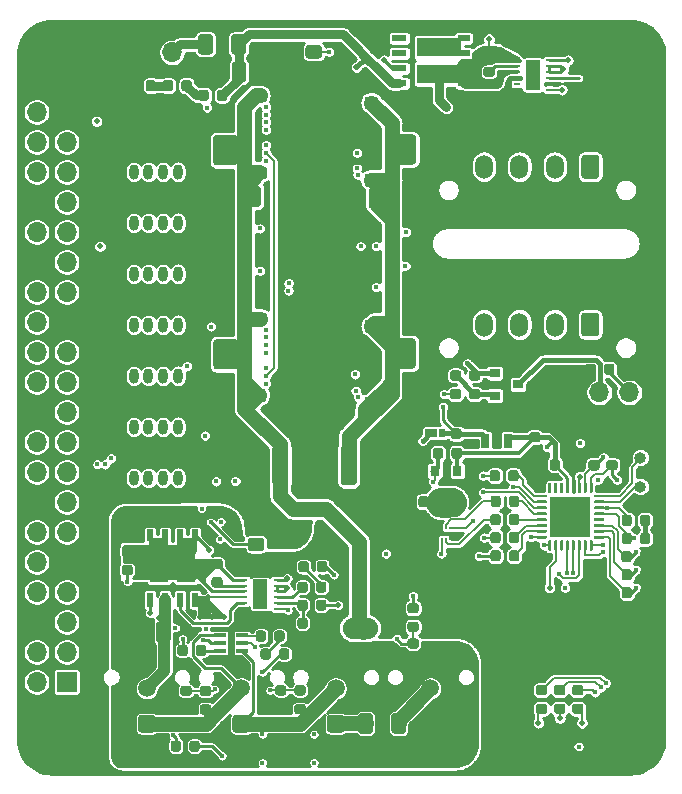
<source format=gbr>
G04 #@! TF.GenerationSoftware,KiCad,Pcbnew,(5.1.6)-1*
G04 #@! TF.CreationDate,2021-05-19T18:18:17+02:00*
G04 #@! TF.ProjectId,rysboard,72797362-6f61-4726-942e-6b696361645f,4.2*
G04 #@! TF.SameCoordinates,Original*
G04 #@! TF.FileFunction,Copper,L4,Bot*
G04 #@! TF.FilePolarity,Positive*
%FSLAX46Y46*%
G04 Gerber Fmt 4.6, Leading zero omitted, Abs format (unit mm)*
G04 Created by KiCad (PCBNEW (5.1.6)-1) date 2021-05-19 18:18:17*
%MOMM*%
%LPD*%
G01*
G04 APERTURE LIST*
G04 #@! TA.AperFunction,ComponentPad*
%ADD10C,1.500000*%
G04 #@! TD*
G04 #@! TA.AperFunction,SMDPad,CuDef*
%ADD11R,0.620000X0.250000*%
G04 #@! TD*
G04 #@! TA.AperFunction,SMDPad,CuDef*
%ADD12R,1.300000X2.500000*%
G04 #@! TD*
G04 #@! TA.AperFunction,ComponentPad*
%ADD13O,1.500000X2.020000*%
G04 #@! TD*
G04 #@! TA.AperFunction,ComponentPad*
%ADD14C,5.400000*%
G04 #@! TD*
G04 #@! TA.AperFunction,Conductor*
%ADD15R,3.400000X9.500000*%
G04 #@! TD*
G04 #@! TA.AperFunction,ViaPad*
%ADD16C,0.600000*%
G04 #@! TD*
G04 #@! TA.AperFunction,ComponentPad*
%ADD17O,0.800000X1.300000*%
G04 #@! TD*
G04 #@! TA.AperFunction,ComponentPad*
%ADD18O,1.700000X1.700000*%
G04 #@! TD*
G04 #@! TA.AperFunction,ComponentPad*
%ADD19R,1.700000X1.700000*%
G04 #@! TD*
G04 #@! TA.AperFunction,SMDPad,CuDef*
%ADD20R,3.810000X1.650000*%
G04 #@! TD*
G04 #@! TA.AperFunction,SMDPad,CuDef*
%ADD21R,1.020000X0.610000*%
G04 #@! TD*
G04 #@! TA.AperFunction,SMDPad,CuDef*
%ADD22R,1.270000X0.610000*%
G04 #@! TD*
G04 #@! TA.AperFunction,SMDPad,CuDef*
%ADD23R,3.450000X3.450000*%
G04 #@! TD*
G04 #@! TA.AperFunction,ComponentPad*
%ADD24R,1.000000X1.000000*%
G04 #@! TD*
G04 #@! TA.AperFunction,ComponentPad*
%ADD25O,1.000000X1.000000*%
G04 #@! TD*
G04 #@! TA.AperFunction,SMDPad,CuDef*
%ADD26R,0.610000X1.270000*%
G04 #@! TD*
G04 #@! TA.AperFunction,SMDPad,CuDef*
%ADD27R,0.610000X1.020000*%
G04 #@! TD*
G04 #@! TA.AperFunction,SMDPad,CuDef*
%ADD28R,1.650000X3.810000*%
G04 #@! TD*
G04 #@! TA.AperFunction,SMDPad,CuDef*
%ADD29R,0.800000X0.900000*%
G04 #@! TD*
G04 #@! TA.AperFunction,SMDPad,CuDef*
%ADD30R,1.050000X0.400000*%
G04 #@! TD*
G04 #@! TA.AperFunction,SMDPad,CuDef*
%ADD31R,0.900000X0.800000*%
G04 #@! TD*
G04 #@! TA.AperFunction,SMDPad,CuDef*
%ADD32R,0.200000X0.200000*%
G04 #@! TD*
G04 #@! TA.AperFunction,SMDPad,CuDef*
%ADD33R,0.520000X0.700000*%
G04 #@! TD*
G04 #@! TA.AperFunction,SMDPad,CuDef*
%ADD34R,1.050000X0.700000*%
G04 #@! TD*
G04 #@! TA.AperFunction,SMDPad,CuDef*
%ADD35R,0.650000X1.250000*%
G04 #@! TD*
G04 #@! TA.AperFunction,ViaPad*
%ADD36C,0.402000*%
G04 #@! TD*
G04 #@! TA.AperFunction,ViaPad*
%ADD37C,0.500000*%
G04 #@! TD*
G04 #@! TA.AperFunction,Conductor*
%ADD38C,2.500000*%
G04 #@! TD*
G04 #@! TA.AperFunction,Conductor*
%ADD39C,0.750000*%
G04 #@! TD*
G04 #@! TA.AperFunction,Conductor*
%ADD40C,0.400000*%
G04 #@! TD*
G04 #@! TA.AperFunction,Conductor*
%ADD41C,1.250000*%
G04 #@! TD*
G04 #@! TA.AperFunction,Conductor*
%ADD42C,0.250000*%
G04 #@! TD*
G04 #@! TA.AperFunction,Conductor*
%ADD43C,0.200000*%
G04 #@! TD*
G04 #@! TA.AperFunction,Conductor*
%ADD44C,1.000000*%
G04 #@! TD*
G04 #@! TA.AperFunction,Conductor*
%ADD45C,0.350000*%
G04 #@! TD*
G04 #@! TA.AperFunction,Conductor*
%ADD46C,0.130000*%
G04 #@! TD*
G04 #@! TA.AperFunction,Conductor*
%ADD47C,0.254000*%
G04 #@! TD*
G04 APERTURE END LIST*
D10*
X94856000Y-122800000D03*
G04 #@! TA.AperFunction,ComponentPad*
G36*
G01*
X95606000Y-125300000D02*
X95606000Y-126300000D01*
G75*
G02*
X95356000Y-126550000I-250000J0D01*
G01*
X94356000Y-126550000D01*
G75*
G02*
X94106000Y-126300000I0J250000D01*
G01*
X94106000Y-125300000D01*
G75*
G02*
X94356000Y-125050000I250000J0D01*
G01*
X95356000Y-125050000D01*
G75*
G02*
X95606000Y-125300000I0J-250000D01*
G01*
G37*
G04 #@! TD.AperFunction*
D11*
X120940000Y-69625000D03*
X120940000Y-70125000D03*
X120940000Y-70625000D03*
X120940000Y-71125000D03*
X120940000Y-71625000D03*
X120940000Y-72125000D03*
X118160000Y-72125000D03*
X118160000Y-71625000D03*
X118160000Y-71125000D03*
X118160000Y-70625000D03*
X118160000Y-70125000D03*
X118160000Y-69625000D03*
D12*
X119550000Y-70875000D03*
D10*
X110856000Y-122800000D03*
G04 #@! TA.AperFunction,ComponentPad*
G36*
G01*
X111606000Y-125300000D02*
X111606000Y-126300000D01*
G75*
G02*
X111356000Y-126550000I-250000J0D01*
G01*
X110356000Y-126550000D01*
G75*
G02*
X110106000Y-126300000I0J250000D01*
G01*
X110106000Y-125300000D01*
G75*
G02*
X110356000Y-125050000I250000J0D01*
G01*
X111356000Y-125050000D01*
G75*
G02*
X111606000Y-125300000I0J-250000D01*
G01*
G37*
G04 #@! TD.AperFunction*
X86856000Y-122800000D03*
G04 #@! TA.AperFunction,ComponentPad*
G36*
G01*
X87606000Y-125300000D02*
X87606000Y-126300000D01*
G75*
G02*
X87356000Y-126550000I-250000J0D01*
G01*
X86356000Y-126550000D01*
G75*
G02*
X86106000Y-126300000I0J250000D01*
G01*
X86106000Y-125300000D01*
G75*
G02*
X86356000Y-125050000I250000J0D01*
G01*
X87356000Y-125050000D01*
G75*
G02*
X87606000Y-125300000I0J-250000D01*
G01*
G37*
G04 #@! TD.AperFunction*
D13*
X115400000Y-92000000D03*
X118400000Y-92000000D03*
X121400000Y-92000000D03*
G04 #@! TA.AperFunction,ComponentPad*
G36*
G01*
X125150000Y-91240000D02*
X125150000Y-92760000D01*
G75*
G02*
X124900000Y-93010000I-250000J0D01*
G01*
X123900000Y-93010000D01*
G75*
G02*
X123650000Y-92760000I0J250000D01*
G01*
X123650000Y-91240000D01*
G75*
G02*
X123900000Y-90990000I250000J0D01*
G01*
X124900000Y-90990000D01*
G75*
G02*
X125150000Y-91240000I0J-250000D01*
G01*
G37*
G04 #@! TD.AperFunction*
D14*
X127800000Y-127150000D03*
X78800000Y-69150000D03*
X78800000Y-127150000D03*
D13*
X115400000Y-78640000D03*
X118400000Y-78640000D03*
X121400000Y-78640000D03*
G04 #@! TA.AperFunction,ComponentPad*
G36*
G01*
X125150000Y-77880000D02*
X125150000Y-79400000D01*
G75*
G02*
X124900000Y-79650000I-250000J0D01*
G01*
X123900000Y-79650000D01*
G75*
G02*
X123650000Y-79400000I0J250000D01*
G01*
X123650000Y-77880000D01*
G75*
G02*
X123900000Y-77630000I250000J0D01*
G01*
X124900000Y-77630000D01*
G75*
G02*
X125150000Y-77880000I0J-250000D01*
G01*
G37*
G04 #@! TD.AperFunction*
D15*
X100950000Y-76500000D03*
D16*
X102250000Y-72050000D03*
X100950000Y-72050000D03*
X99650000Y-72050000D03*
X102250000Y-73830000D03*
X100950000Y-73830000D03*
X99650000Y-73830000D03*
X102250000Y-75610000D03*
X100950000Y-75610000D03*
X99650000Y-75610000D03*
X102250000Y-77390000D03*
X100950000Y-77390000D03*
X99650000Y-77390000D03*
X102250000Y-79170000D03*
X100950000Y-79170000D03*
X99650000Y-79170000D03*
X99650000Y-80950000D03*
X100950000Y-80950000D03*
X102250000Y-80950000D03*
D15*
X100950000Y-95375000D03*
D16*
X102250000Y-90925000D03*
X100950000Y-90925000D03*
X99650000Y-90925000D03*
X102250000Y-92705000D03*
X100950000Y-92705000D03*
X99650000Y-92705000D03*
X102250000Y-94485000D03*
X100950000Y-94485000D03*
X99650000Y-94485000D03*
X102250000Y-96265000D03*
X100950000Y-96265000D03*
X99650000Y-96265000D03*
X102250000Y-98045000D03*
X100950000Y-98045000D03*
X99650000Y-98045000D03*
X99650000Y-99825000D03*
X100950000Y-99825000D03*
X102250000Y-99825000D03*
D17*
X89492000Y-104990000D03*
X88242000Y-104990000D03*
X86992000Y-104990000D03*
X85742000Y-104990000D03*
G04 #@! TA.AperFunction,ComponentPad*
G36*
G01*
X84092000Y-105440000D02*
X84092000Y-104540000D01*
G75*
G02*
X84292000Y-104340000I200000J0D01*
G01*
X84692000Y-104340000D01*
G75*
G02*
X84892000Y-104540000I0J-200000D01*
G01*
X84892000Y-105440000D01*
G75*
G02*
X84692000Y-105640000I-200000J0D01*
G01*
X84292000Y-105640000D01*
G75*
G02*
X84092000Y-105440000I0J200000D01*
G01*
G37*
G04 #@! TD.AperFunction*
X89492000Y-79082000D03*
X88242000Y-79082000D03*
X86992000Y-79082000D03*
X85742000Y-79082000D03*
G04 #@! TA.AperFunction,ComponentPad*
G36*
G01*
X84092000Y-79532000D02*
X84092000Y-78632000D01*
G75*
G02*
X84292000Y-78432000I200000J0D01*
G01*
X84692000Y-78432000D01*
G75*
G02*
X84892000Y-78632000I0J-200000D01*
G01*
X84892000Y-79532000D01*
G75*
G02*
X84692000Y-79732000I-200000J0D01*
G01*
X84292000Y-79732000D01*
G75*
G02*
X84092000Y-79532000I0J200000D01*
G01*
G37*
G04 #@! TD.AperFunction*
X89492000Y-83400000D03*
X88242000Y-83400000D03*
X86992000Y-83400000D03*
X85742000Y-83400000D03*
G04 #@! TA.AperFunction,ComponentPad*
G36*
G01*
X84092000Y-83850000D02*
X84092000Y-82950000D01*
G75*
G02*
X84292000Y-82750000I200000J0D01*
G01*
X84692000Y-82750000D01*
G75*
G02*
X84892000Y-82950000I0J-200000D01*
G01*
X84892000Y-83850000D01*
G75*
G02*
X84692000Y-84050000I-200000J0D01*
G01*
X84292000Y-84050000D01*
G75*
G02*
X84092000Y-83850000I0J200000D01*
G01*
G37*
G04 #@! TD.AperFunction*
X89492000Y-87718000D03*
X88242000Y-87718000D03*
X86992000Y-87718000D03*
X85742000Y-87718000D03*
G04 #@! TA.AperFunction,ComponentPad*
G36*
G01*
X84092000Y-88168000D02*
X84092000Y-87268000D01*
G75*
G02*
X84292000Y-87068000I200000J0D01*
G01*
X84692000Y-87068000D01*
G75*
G02*
X84892000Y-87268000I0J-200000D01*
G01*
X84892000Y-88168000D01*
G75*
G02*
X84692000Y-88368000I-200000J0D01*
G01*
X84292000Y-88368000D01*
G75*
G02*
X84092000Y-88168000I0J200000D01*
G01*
G37*
G04 #@! TD.AperFunction*
X89492000Y-92036000D03*
X88242000Y-92036000D03*
X86992000Y-92036000D03*
X85742000Y-92036000D03*
G04 #@! TA.AperFunction,ComponentPad*
G36*
G01*
X84092000Y-92486000D02*
X84092000Y-91586000D01*
G75*
G02*
X84292000Y-91386000I200000J0D01*
G01*
X84692000Y-91386000D01*
G75*
G02*
X84892000Y-91586000I0J-200000D01*
G01*
X84892000Y-92486000D01*
G75*
G02*
X84692000Y-92686000I-200000J0D01*
G01*
X84292000Y-92686000D01*
G75*
G02*
X84092000Y-92486000I0J200000D01*
G01*
G37*
G04 #@! TD.AperFunction*
X89492000Y-96354000D03*
X88242000Y-96354000D03*
X86992000Y-96354000D03*
X85742000Y-96354000D03*
G04 #@! TA.AperFunction,ComponentPad*
G36*
G01*
X84092000Y-96804000D02*
X84092000Y-95904000D01*
G75*
G02*
X84292000Y-95704000I200000J0D01*
G01*
X84692000Y-95704000D01*
G75*
G02*
X84892000Y-95904000I0J-200000D01*
G01*
X84892000Y-96804000D01*
G75*
G02*
X84692000Y-97004000I-200000J0D01*
G01*
X84292000Y-97004000D01*
G75*
G02*
X84092000Y-96804000I0J200000D01*
G01*
G37*
G04 #@! TD.AperFunction*
X89492000Y-100672000D03*
X88242000Y-100672000D03*
X86992000Y-100672000D03*
X85742000Y-100672000D03*
G04 #@! TA.AperFunction,ComponentPad*
G36*
G01*
X84092000Y-101122000D02*
X84092000Y-100222000D01*
G75*
G02*
X84292000Y-100022000I200000J0D01*
G01*
X84692000Y-100022000D01*
G75*
G02*
X84892000Y-100222000I0J-200000D01*
G01*
X84892000Y-101122000D01*
G75*
G02*
X84692000Y-101322000I-200000J0D01*
G01*
X84292000Y-101322000D01*
G75*
G02*
X84092000Y-101122000I0J200000D01*
G01*
G37*
G04 #@! TD.AperFunction*
D18*
X77524500Y-74011100D03*
X80064500Y-74011100D03*
X77524500Y-76551100D03*
X80064500Y-76551100D03*
X77524500Y-79091100D03*
X80064500Y-79091100D03*
X77524500Y-81631100D03*
X80064500Y-81631100D03*
X77524500Y-84171100D03*
X80064500Y-84171100D03*
X77524500Y-86711100D03*
X80064500Y-86711100D03*
X77524500Y-89251100D03*
X80064500Y-89251100D03*
X77524500Y-91791100D03*
X80064500Y-91791100D03*
X77524500Y-94331100D03*
X80064500Y-94331100D03*
X77524500Y-96871100D03*
X80064500Y-96871100D03*
X77524500Y-99411100D03*
X80064500Y-99411100D03*
X77524500Y-101951100D03*
X80064500Y-101951100D03*
X77524500Y-104491100D03*
X80064500Y-104491100D03*
X77524500Y-107031100D03*
X80064500Y-107031100D03*
X77524500Y-109571100D03*
X80064500Y-109571100D03*
X77524500Y-112111100D03*
X80064500Y-112111100D03*
X77524500Y-114651100D03*
X80064500Y-114651100D03*
X77524500Y-117191100D03*
X80064500Y-117191100D03*
X77524500Y-119731100D03*
X80064500Y-119731100D03*
X77524500Y-122271100D03*
D19*
X80064500Y-122271100D03*
D14*
X127800000Y-69150000D03*
D10*
X102856000Y-122800000D03*
G04 #@! TA.AperFunction,ComponentPad*
G36*
G01*
X103606000Y-125300000D02*
X103606000Y-126300000D01*
G75*
G02*
X103356000Y-126550000I-250000J0D01*
G01*
X102356000Y-126550000D01*
G75*
G02*
X102106000Y-126300000I0J250000D01*
G01*
X102106000Y-125300000D01*
G75*
G02*
X102356000Y-125050000I250000J0D01*
G01*
X103356000Y-125050000D01*
G75*
G02*
X103606000Y-125300000I0J-250000D01*
G01*
G37*
G04 #@! TD.AperFunction*
G04 #@! TA.AperFunction,SMDPad,CuDef*
G36*
G01*
X98725000Y-95545000D02*
X98725000Y-93495000D01*
G75*
G02*
X98975000Y-93245000I250000J0D01*
G01*
X100550000Y-93245000D01*
G75*
G02*
X100800000Y-93495000I0J-250000D01*
G01*
X100800000Y-95545000D01*
G75*
G02*
X100550000Y-95795000I-250000J0D01*
G01*
X98975000Y-95795000D01*
G75*
G02*
X98725000Y-95545000I0J250000D01*
G01*
G37*
G04 #@! TD.AperFunction*
G04 #@! TA.AperFunction,SMDPad,CuDef*
G36*
G01*
X92500000Y-95545000D02*
X92500000Y-93495000D01*
G75*
G02*
X92750000Y-93245000I250000J0D01*
G01*
X94325000Y-93245000D01*
G75*
G02*
X94575000Y-93495000I0J-250000D01*
G01*
X94575000Y-95545000D01*
G75*
G02*
X94325000Y-95795000I-250000J0D01*
G01*
X92750000Y-95795000D01*
G75*
G02*
X92500000Y-95545000I0J250000D01*
G01*
G37*
G04 #@! TD.AperFunction*
G04 #@! TA.AperFunction,SMDPad,CuDef*
G36*
G01*
X103427500Y-76155000D02*
X103427500Y-78205000D01*
G75*
G02*
X103177500Y-78455000I-250000J0D01*
G01*
X101602500Y-78455000D01*
G75*
G02*
X101352500Y-78205000I0J250000D01*
G01*
X101352500Y-76155000D01*
G75*
G02*
X101602500Y-75905000I250000J0D01*
G01*
X103177500Y-75905000D01*
G75*
G02*
X103427500Y-76155000I0J-250000D01*
G01*
G37*
G04 #@! TD.AperFunction*
G04 #@! TA.AperFunction,SMDPad,CuDef*
G36*
G01*
X109652500Y-76155000D02*
X109652500Y-78205000D01*
G75*
G02*
X109402500Y-78455000I-250000J0D01*
G01*
X107827500Y-78455000D01*
G75*
G02*
X107577500Y-78205000I0J250000D01*
G01*
X107577500Y-76155000D01*
G75*
G02*
X107827500Y-75905000I250000J0D01*
G01*
X109402500Y-75905000D01*
G75*
G02*
X109652500Y-76155000I0J-250000D01*
G01*
G37*
G04 #@! TD.AperFunction*
G04 #@! TA.AperFunction,SMDPad,CuDef*
G36*
G01*
X103395000Y-93425000D02*
X103395000Y-95475000D01*
G75*
G02*
X103145000Y-95725000I-250000J0D01*
G01*
X101570000Y-95725000D01*
G75*
G02*
X101320000Y-95475000I0J250000D01*
G01*
X101320000Y-93425000D01*
G75*
G02*
X101570000Y-93175000I250000J0D01*
G01*
X103145000Y-93175000D01*
G75*
G02*
X103395000Y-93425000I0J-250000D01*
G01*
G37*
G04 #@! TD.AperFunction*
G04 #@! TA.AperFunction,SMDPad,CuDef*
G36*
G01*
X109620000Y-93425000D02*
X109620000Y-95475000D01*
G75*
G02*
X109370000Y-95725000I-250000J0D01*
G01*
X107795000Y-95725000D01*
G75*
G02*
X107545000Y-95475000I0J250000D01*
G01*
X107545000Y-93425000D01*
G75*
G02*
X107795000Y-93175000I250000J0D01*
G01*
X109370000Y-93175000D01*
G75*
G02*
X109620000Y-93425000I0J-250000D01*
G01*
G37*
G04 #@! TD.AperFunction*
G04 #@! TA.AperFunction,SMDPad,CuDef*
G36*
G01*
X98695000Y-78265000D02*
X98695000Y-76215000D01*
G75*
G02*
X98945000Y-75965000I250000J0D01*
G01*
X100520000Y-75965000D01*
G75*
G02*
X100770000Y-76215000I0J-250000D01*
G01*
X100770000Y-78265000D01*
G75*
G02*
X100520000Y-78515000I-250000J0D01*
G01*
X98945000Y-78515000D01*
G75*
G02*
X98695000Y-78265000I0J250000D01*
G01*
G37*
G04 #@! TD.AperFunction*
G04 #@! TA.AperFunction,SMDPad,CuDef*
G36*
G01*
X92470000Y-78265000D02*
X92470000Y-76215000D01*
G75*
G02*
X92720000Y-75965000I250000J0D01*
G01*
X94295000Y-75965000D01*
G75*
G02*
X94545000Y-76215000I0J-250000D01*
G01*
X94545000Y-78265000D01*
G75*
G02*
X94295000Y-78515000I-250000J0D01*
G01*
X92720000Y-78515000D01*
G75*
G02*
X92470000Y-78265000I0J250000D01*
G01*
G37*
G04 #@! TD.AperFunction*
G04 #@! TA.AperFunction,SMDPad,CuDef*
G36*
G01*
X113296250Y-100100000D02*
X112783750Y-100100000D01*
G75*
G02*
X112565000Y-99881250I0J218750D01*
G01*
X112565000Y-99443750D01*
G75*
G02*
X112783750Y-99225000I218750J0D01*
G01*
X113296250Y-99225000D01*
G75*
G02*
X113515000Y-99443750I0J-218750D01*
G01*
X113515000Y-99881250D01*
G75*
G02*
X113296250Y-100100000I-218750J0D01*
G01*
G37*
G04 #@! TD.AperFunction*
G04 #@! TA.AperFunction,SMDPad,CuDef*
G36*
G01*
X113296250Y-101675000D02*
X112783750Y-101675000D01*
G75*
G02*
X112565000Y-101456250I0J218750D01*
G01*
X112565000Y-101018750D01*
G75*
G02*
X112783750Y-100800000I218750J0D01*
G01*
X113296250Y-100800000D01*
G75*
G02*
X113515000Y-101018750I0J-218750D01*
G01*
X113515000Y-101456250D01*
G75*
G02*
X113296250Y-101675000I-218750J0D01*
G01*
G37*
G04 #@! TD.AperFunction*
G04 #@! TA.AperFunction,SMDPad,CuDef*
G36*
G01*
X119966250Y-100410000D02*
X119453750Y-100410000D01*
G75*
G02*
X119235000Y-100191250I0J218750D01*
G01*
X119235000Y-99753750D01*
G75*
G02*
X119453750Y-99535000I218750J0D01*
G01*
X119966250Y-99535000D01*
G75*
G02*
X120185000Y-99753750I0J-218750D01*
G01*
X120185000Y-100191250D01*
G75*
G02*
X119966250Y-100410000I-218750J0D01*
G01*
G37*
G04 #@! TD.AperFunction*
G04 #@! TA.AperFunction,SMDPad,CuDef*
G36*
G01*
X119966250Y-101985000D02*
X119453750Y-101985000D01*
G75*
G02*
X119235000Y-101766250I0J218750D01*
G01*
X119235000Y-101328750D01*
G75*
G02*
X119453750Y-101110000I218750J0D01*
G01*
X119966250Y-101110000D01*
G75*
G02*
X120185000Y-101328750I0J-218750D01*
G01*
X120185000Y-101766250D01*
G75*
G02*
X119966250Y-101985000I-218750J0D01*
G01*
G37*
G04 #@! TD.AperFunction*
G04 #@! TA.AperFunction,SMDPad,CuDef*
G36*
G01*
X115568750Y-70175000D02*
X116081250Y-70175000D01*
G75*
G02*
X116300000Y-70393750I0J-218750D01*
G01*
X116300000Y-70831250D01*
G75*
G02*
X116081250Y-71050000I-218750J0D01*
G01*
X115568750Y-71050000D01*
G75*
G02*
X115350000Y-70831250I0J218750D01*
G01*
X115350000Y-70393750D01*
G75*
G02*
X115568750Y-70175000I218750J0D01*
G01*
G37*
G04 #@! TD.AperFunction*
G04 #@! TA.AperFunction,SMDPad,CuDef*
G36*
G01*
X115568750Y-68600000D02*
X116081250Y-68600000D01*
G75*
G02*
X116300000Y-68818750I0J-218750D01*
G01*
X116300000Y-69256250D01*
G75*
G02*
X116081250Y-69475000I-218750J0D01*
G01*
X115568750Y-69475000D01*
G75*
G02*
X115350000Y-69256250I0J218750D01*
G01*
X115350000Y-68818750D01*
G75*
G02*
X115568750Y-68600000I218750J0D01*
G01*
G37*
G04 #@! TD.AperFunction*
G04 #@! TA.AperFunction,SMDPad,CuDef*
G36*
G01*
X92475000Y-70000000D02*
X92475000Y-71250000D01*
G75*
G02*
X92225000Y-71500000I-250000J0D01*
G01*
X91475000Y-71500000D01*
G75*
G02*
X91225000Y-71250000I0J250000D01*
G01*
X91225000Y-70000000D01*
G75*
G02*
X91475000Y-69750000I250000J0D01*
G01*
X92225000Y-69750000D01*
G75*
G02*
X92475000Y-70000000I0J-250000D01*
G01*
G37*
G04 #@! TD.AperFunction*
G04 #@! TA.AperFunction,SMDPad,CuDef*
G36*
G01*
X95275000Y-70000000D02*
X95275000Y-71250000D01*
G75*
G02*
X95025000Y-71500000I-250000J0D01*
G01*
X94275000Y-71500000D01*
G75*
G02*
X94025000Y-71250000I0J250000D01*
G01*
X94025000Y-70000000D01*
G75*
G02*
X94275000Y-69750000I250000J0D01*
G01*
X95025000Y-69750000D01*
G75*
G02*
X95275000Y-70000000I0J-250000D01*
G01*
G37*
G04 #@! TD.AperFunction*
G04 #@! TA.AperFunction,SMDPad,CuDef*
G36*
G01*
X98075000Y-81785000D02*
X98075000Y-80535000D01*
G75*
G02*
X98325000Y-80285000I250000J0D01*
G01*
X99075000Y-80285000D01*
G75*
G02*
X99325000Y-80535000I0J-250000D01*
G01*
X99325000Y-81785000D01*
G75*
G02*
X99075000Y-82035000I-250000J0D01*
G01*
X98325000Y-82035000D01*
G75*
G02*
X98075000Y-81785000I0J250000D01*
G01*
G37*
G04 #@! TD.AperFunction*
G04 #@! TA.AperFunction,SMDPad,CuDef*
G36*
G01*
X95275000Y-81785000D02*
X95275000Y-80535000D01*
G75*
G02*
X95525000Y-80285000I250000J0D01*
G01*
X96275000Y-80285000D01*
G75*
G02*
X96525000Y-80535000I0J-250000D01*
G01*
X96525000Y-81785000D01*
G75*
G02*
X96275000Y-82035000I-250000J0D01*
G01*
X95525000Y-82035000D01*
G75*
G02*
X95275000Y-81785000I0J250000D01*
G01*
G37*
G04 #@! TD.AperFunction*
G04 #@! TA.AperFunction,SMDPad,CuDef*
G36*
G01*
X104085000Y-80685000D02*
X104085000Y-81935000D01*
G75*
G02*
X103835000Y-82185000I-250000J0D01*
G01*
X103085000Y-82185000D01*
G75*
G02*
X102835000Y-81935000I0J250000D01*
G01*
X102835000Y-80685000D01*
G75*
G02*
X103085000Y-80435000I250000J0D01*
G01*
X103835000Y-80435000D01*
G75*
G02*
X104085000Y-80685000I0J-250000D01*
G01*
G37*
G04 #@! TD.AperFunction*
G04 #@! TA.AperFunction,SMDPad,CuDef*
G36*
G01*
X106885000Y-80685000D02*
X106885000Y-81935000D01*
G75*
G02*
X106635000Y-82185000I-250000J0D01*
G01*
X105885000Y-82185000D01*
G75*
G02*
X105635000Y-81935000I0J250000D01*
G01*
X105635000Y-80685000D01*
G75*
G02*
X105885000Y-80435000I250000J0D01*
G01*
X106635000Y-80435000D01*
G75*
G02*
X106885000Y-80685000I0J-250000D01*
G01*
G37*
G04 #@! TD.AperFunction*
G04 #@! TA.AperFunction,SMDPad,CuDef*
G36*
G01*
X122524000Y-104142250D02*
X122524000Y-103629750D01*
G75*
G02*
X122742750Y-103411000I218750J0D01*
G01*
X123180250Y-103411000D01*
G75*
G02*
X123399000Y-103629750I0J-218750D01*
G01*
X123399000Y-104142250D01*
G75*
G02*
X123180250Y-104361000I-218750J0D01*
G01*
X122742750Y-104361000D01*
G75*
G02*
X122524000Y-104142250I0J218750D01*
G01*
G37*
G04 #@! TD.AperFunction*
G04 #@! TA.AperFunction,SMDPad,CuDef*
G36*
G01*
X120949000Y-104142250D02*
X120949000Y-103629750D01*
G75*
G02*
X121167750Y-103411000I218750J0D01*
G01*
X121605250Y-103411000D01*
G75*
G02*
X121824000Y-103629750I0J-218750D01*
G01*
X121824000Y-104142250D01*
G75*
G02*
X121605250Y-104361000I-218750J0D01*
G01*
X121167750Y-104361000D01*
G75*
G02*
X120949000Y-104142250I0J218750D01*
G01*
G37*
G04 #@! TD.AperFunction*
G04 #@! TA.AperFunction,SMDPad,CuDef*
G36*
G01*
X124875000Y-95543750D02*
X124875000Y-96056250D01*
G75*
G02*
X124656250Y-96275000I-218750J0D01*
G01*
X124218750Y-96275000D01*
G75*
G02*
X124000000Y-96056250I0J218750D01*
G01*
X124000000Y-95543750D01*
G75*
G02*
X124218750Y-95325000I218750J0D01*
G01*
X124656250Y-95325000D01*
G75*
G02*
X124875000Y-95543750I0J-218750D01*
G01*
G37*
G04 #@! TD.AperFunction*
G04 #@! TA.AperFunction,SMDPad,CuDef*
G36*
G01*
X126450000Y-95543750D02*
X126450000Y-96056250D01*
G75*
G02*
X126231250Y-96275000I-218750J0D01*
G01*
X125793750Y-96275000D01*
G75*
G02*
X125575000Y-96056250I0J218750D01*
G01*
X125575000Y-95543750D01*
G75*
G02*
X125793750Y-95325000I218750J0D01*
G01*
X126231250Y-95325000D01*
G75*
G02*
X126450000Y-95543750I0J-218750D01*
G01*
G37*
G04 #@! TD.AperFunction*
D18*
X127705000Y-97750000D03*
X125165000Y-97750000D03*
D19*
X122625000Y-97750000D03*
D20*
X111590000Y-68545000D03*
X111590000Y-70805000D03*
D21*
X113695000Y-71580000D03*
X113695000Y-70310000D03*
X113695000Y-69040000D03*
X113695000Y-67770000D03*
D22*
X108230000Y-67770000D03*
X108230000Y-69040000D03*
X108230000Y-70310000D03*
X108230000Y-71580000D03*
G04 #@! TA.AperFunction,SMDPad,CuDef*
G36*
G01*
X91563750Y-124150000D02*
X92076250Y-124150000D01*
G75*
G02*
X92295000Y-124368750I0J-218750D01*
G01*
X92295000Y-124806250D01*
G75*
G02*
X92076250Y-125025000I-218750J0D01*
G01*
X91563750Y-125025000D01*
G75*
G02*
X91345000Y-124806250I0J218750D01*
G01*
X91345000Y-124368750D01*
G75*
G02*
X91563750Y-124150000I218750J0D01*
G01*
G37*
G04 #@! TD.AperFunction*
G04 #@! TA.AperFunction,SMDPad,CuDef*
G36*
G01*
X91563750Y-122575000D02*
X92076250Y-122575000D01*
G75*
G02*
X92295000Y-122793750I0J-218750D01*
G01*
X92295000Y-123231250D01*
G75*
G02*
X92076250Y-123450000I-218750J0D01*
G01*
X91563750Y-123450000D01*
G75*
G02*
X91345000Y-123231250I0J218750D01*
G01*
X91345000Y-122793750D01*
G75*
G02*
X91563750Y-122575000I218750J0D01*
G01*
G37*
G04 #@! TD.AperFunction*
G04 #@! TA.AperFunction,SMDPad,CuDef*
G36*
G01*
X116830000Y-106723750D02*
X116830000Y-107236250D01*
G75*
G02*
X116611250Y-107455000I-218750J0D01*
G01*
X116173750Y-107455000D01*
G75*
G02*
X115955000Y-107236250I0J218750D01*
G01*
X115955000Y-106723750D01*
G75*
G02*
X116173750Y-106505000I218750J0D01*
G01*
X116611250Y-106505000D01*
G75*
G02*
X116830000Y-106723750I0J-218750D01*
G01*
G37*
G04 #@! TD.AperFunction*
G04 #@! TA.AperFunction,SMDPad,CuDef*
G36*
G01*
X118405000Y-106723750D02*
X118405000Y-107236250D01*
G75*
G02*
X118186250Y-107455000I-218750J0D01*
G01*
X117748750Y-107455000D01*
G75*
G02*
X117530000Y-107236250I0J218750D01*
G01*
X117530000Y-106723750D01*
G75*
G02*
X117748750Y-106505000I218750J0D01*
G01*
X118186250Y-106505000D01*
G75*
G02*
X118405000Y-106723750I0J-218750D01*
G01*
G37*
G04 #@! TD.AperFunction*
G04 #@! TA.AperFunction,SMDPad,CuDef*
G36*
G01*
X116750000Y-104543750D02*
X116750000Y-105056250D01*
G75*
G02*
X116531250Y-105275000I-218750J0D01*
G01*
X116093750Y-105275000D01*
G75*
G02*
X115875000Y-105056250I0J218750D01*
G01*
X115875000Y-104543750D01*
G75*
G02*
X116093750Y-104325000I218750J0D01*
G01*
X116531250Y-104325000D01*
G75*
G02*
X116750000Y-104543750I0J-218750D01*
G01*
G37*
G04 #@! TD.AperFunction*
G04 #@! TA.AperFunction,SMDPad,CuDef*
G36*
G01*
X118325000Y-104543750D02*
X118325000Y-105056250D01*
G75*
G02*
X118106250Y-105275000I-218750J0D01*
G01*
X117668750Y-105275000D01*
G75*
G02*
X117450000Y-105056250I0J218750D01*
G01*
X117450000Y-104543750D01*
G75*
G02*
X117668750Y-104325000I218750J0D01*
G01*
X118106250Y-104325000D01*
G75*
G02*
X118325000Y-104543750I0J-218750D01*
G01*
G37*
G04 #@! TD.AperFunction*
G04 #@! TA.AperFunction,SMDPad,CuDef*
G36*
G01*
X117510000Y-108776250D02*
X117510000Y-108263750D01*
G75*
G02*
X117728750Y-108045000I218750J0D01*
G01*
X118166250Y-108045000D01*
G75*
G02*
X118385000Y-108263750I0J-218750D01*
G01*
X118385000Y-108776250D01*
G75*
G02*
X118166250Y-108995000I-218750J0D01*
G01*
X117728750Y-108995000D01*
G75*
G02*
X117510000Y-108776250I0J218750D01*
G01*
G37*
G04 #@! TD.AperFunction*
G04 #@! TA.AperFunction,SMDPad,CuDef*
G36*
G01*
X115935000Y-108776250D02*
X115935000Y-108263750D01*
G75*
G02*
X116153750Y-108045000I218750J0D01*
G01*
X116591250Y-108045000D01*
G75*
G02*
X116810000Y-108263750I0J-218750D01*
G01*
X116810000Y-108776250D01*
G75*
G02*
X116591250Y-108995000I-218750J0D01*
G01*
X116153750Y-108995000D01*
G75*
G02*
X115935000Y-108776250I0J218750D01*
G01*
G37*
G04 #@! TD.AperFunction*
G04 #@! TA.AperFunction,SMDPad,CuDef*
G36*
G01*
X124453750Y-103487500D02*
X124966250Y-103487500D01*
G75*
G02*
X125185000Y-103706250I0J-218750D01*
G01*
X125185000Y-104143750D01*
G75*
G02*
X124966250Y-104362500I-218750J0D01*
G01*
X124453750Y-104362500D01*
G75*
G02*
X124235000Y-104143750I0J218750D01*
G01*
X124235000Y-103706250D01*
G75*
G02*
X124453750Y-103487500I218750J0D01*
G01*
G37*
G04 #@! TD.AperFunction*
G04 #@! TA.AperFunction,SMDPad,CuDef*
G36*
G01*
X124453750Y-101912500D02*
X124966250Y-101912500D01*
G75*
G02*
X125185000Y-102131250I0J-218750D01*
G01*
X125185000Y-102568750D01*
G75*
G02*
X124966250Y-102787500I-218750J0D01*
G01*
X124453750Y-102787500D01*
G75*
G02*
X124235000Y-102568750I0J218750D01*
G01*
X124235000Y-102131250D01*
G75*
G02*
X124453750Y-101912500I218750J0D01*
G01*
G37*
G04 #@! TD.AperFunction*
G04 #@! TA.AperFunction,SMDPad,CuDef*
G36*
G01*
X127920000Y-108333750D02*
X127920000Y-108846250D01*
G75*
G02*
X127701250Y-109065000I-218750J0D01*
G01*
X127263750Y-109065000D01*
G75*
G02*
X127045000Y-108846250I0J218750D01*
G01*
X127045000Y-108333750D01*
G75*
G02*
X127263750Y-108115000I218750J0D01*
G01*
X127701250Y-108115000D01*
G75*
G02*
X127920000Y-108333750I0J-218750D01*
G01*
G37*
G04 #@! TD.AperFunction*
G04 #@! TA.AperFunction,SMDPad,CuDef*
G36*
G01*
X129495000Y-108333750D02*
X129495000Y-108846250D01*
G75*
G02*
X129276250Y-109065000I-218750J0D01*
G01*
X128838750Y-109065000D01*
G75*
G02*
X128620000Y-108846250I0J218750D01*
G01*
X128620000Y-108333750D01*
G75*
G02*
X128838750Y-108115000I218750J0D01*
G01*
X129276250Y-108115000D01*
G75*
G02*
X129495000Y-108333750I0J-218750D01*
G01*
G37*
G04 #@! TD.AperFunction*
G04 #@! TA.AperFunction,SMDPad,CuDef*
G36*
G01*
X126494250Y-102774000D02*
X125981750Y-102774000D01*
G75*
G02*
X125763000Y-102555250I0J218750D01*
G01*
X125763000Y-102117750D01*
G75*
G02*
X125981750Y-101899000I218750J0D01*
G01*
X126494250Y-101899000D01*
G75*
G02*
X126713000Y-102117750I0J-218750D01*
G01*
X126713000Y-102555250D01*
G75*
G02*
X126494250Y-102774000I-218750J0D01*
G01*
G37*
G04 #@! TD.AperFunction*
G04 #@! TA.AperFunction,SMDPad,CuDef*
G36*
G01*
X126494250Y-104349000D02*
X125981750Y-104349000D01*
G75*
G02*
X125763000Y-104130250I0J218750D01*
G01*
X125763000Y-103692750D01*
G75*
G02*
X125981750Y-103474000I218750J0D01*
G01*
X126494250Y-103474000D01*
G75*
G02*
X126713000Y-103692750I0J-218750D01*
G01*
X126713000Y-104130250D01*
G75*
G02*
X126494250Y-104349000I-218750J0D01*
G01*
G37*
G04 #@! TD.AperFunction*
G04 #@! TA.AperFunction,SMDPad,CuDef*
G36*
G01*
X128610000Y-111916250D02*
X128610000Y-111403750D01*
G75*
G02*
X128828750Y-111185000I218750J0D01*
G01*
X129266250Y-111185000D01*
G75*
G02*
X129485000Y-111403750I0J-218750D01*
G01*
X129485000Y-111916250D01*
G75*
G02*
X129266250Y-112135000I-218750J0D01*
G01*
X128828750Y-112135000D01*
G75*
G02*
X128610000Y-111916250I0J218750D01*
G01*
G37*
G04 #@! TD.AperFunction*
G04 #@! TA.AperFunction,SMDPad,CuDef*
G36*
G01*
X127035000Y-111916250D02*
X127035000Y-111403750D01*
G75*
G02*
X127253750Y-111185000I218750J0D01*
G01*
X127691250Y-111185000D01*
G75*
G02*
X127910000Y-111403750I0J-218750D01*
G01*
X127910000Y-111916250D01*
G75*
G02*
X127691250Y-112135000I-218750J0D01*
G01*
X127253750Y-112135000D01*
G75*
G02*
X127035000Y-111916250I0J218750D01*
G01*
G37*
G04 #@! TD.AperFunction*
G04 #@! TA.AperFunction,SMDPad,CuDef*
G36*
G01*
X117520000Y-111846250D02*
X117520000Y-111333750D01*
G75*
G02*
X117738750Y-111115000I218750J0D01*
G01*
X118176250Y-111115000D01*
G75*
G02*
X118395000Y-111333750I0J-218750D01*
G01*
X118395000Y-111846250D01*
G75*
G02*
X118176250Y-112065000I-218750J0D01*
G01*
X117738750Y-112065000D01*
G75*
G02*
X117520000Y-111846250I0J218750D01*
G01*
G37*
G04 #@! TD.AperFunction*
G04 #@! TA.AperFunction,SMDPad,CuDef*
G36*
G01*
X115945000Y-111846250D02*
X115945000Y-111333750D01*
G75*
G02*
X116163750Y-111115000I218750J0D01*
G01*
X116601250Y-111115000D01*
G75*
G02*
X116820000Y-111333750I0J-218750D01*
G01*
X116820000Y-111846250D01*
G75*
G02*
X116601250Y-112065000I-218750J0D01*
G01*
X116163750Y-112065000D01*
G75*
G02*
X115945000Y-111846250I0J218750D01*
G01*
G37*
G04 #@! TD.AperFunction*
G04 #@! TA.AperFunction,SMDPad,CuDef*
G36*
G01*
X128620000Y-113446250D02*
X128620000Y-112933750D01*
G75*
G02*
X128838750Y-112715000I218750J0D01*
G01*
X129276250Y-112715000D01*
G75*
G02*
X129495000Y-112933750I0J-218750D01*
G01*
X129495000Y-113446250D01*
G75*
G02*
X129276250Y-113665000I-218750J0D01*
G01*
X128838750Y-113665000D01*
G75*
G02*
X128620000Y-113446250I0J218750D01*
G01*
G37*
G04 #@! TD.AperFunction*
G04 #@! TA.AperFunction,SMDPad,CuDef*
G36*
G01*
X127045000Y-113446250D02*
X127045000Y-112933750D01*
G75*
G02*
X127263750Y-112715000I218750J0D01*
G01*
X127701250Y-112715000D01*
G75*
G02*
X127920000Y-112933750I0J-218750D01*
G01*
X127920000Y-113446250D01*
G75*
G02*
X127701250Y-113665000I-218750J0D01*
G01*
X127263750Y-113665000D01*
G75*
G02*
X127045000Y-113446250I0J218750D01*
G01*
G37*
G04 #@! TD.AperFunction*
G04 #@! TA.AperFunction,SMDPad,CuDef*
G36*
G01*
X128630000Y-114966250D02*
X128630000Y-114453750D01*
G75*
G02*
X128848750Y-114235000I218750J0D01*
G01*
X129286250Y-114235000D01*
G75*
G02*
X129505000Y-114453750I0J-218750D01*
G01*
X129505000Y-114966250D01*
G75*
G02*
X129286250Y-115185000I-218750J0D01*
G01*
X128848750Y-115185000D01*
G75*
G02*
X128630000Y-114966250I0J218750D01*
G01*
G37*
G04 #@! TD.AperFunction*
G04 #@! TA.AperFunction,SMDPad,CuDef*
G36*
G01*
X127055000Y-114966250D02*
X127055000Y-114453750D01*
G75*
G02*
X127273750Y-114235000I218750J0D01*
G01*
X127711250Y-114235000D01*
G75*
G02*
X127930000Y-114453750I0J-218750D01*
G01*
X127930000Y-114966250D01*
G75*
G02*
X127711250Y-115185000I-218750J0D01*
G01*
X127273750Y-115185000D01*
G75*
G02*
X127055000Y-114966250I0J218750D01*
G01*
G37*
G04 #@! TD.AperFunction*
G04 #@! TA.AperFunction,SMDPad,CuDef*
G36*
G01*
X117510000Y-110296250D02*
X117510000Y-109783750D01*
G75*
G02*
X117728750Y-109565000I218750J0D01*
G01*
X118166250Y-109565000D01*
G75*
G02*
X118385000Y-109783750I0J-218750D01*
G01*
X118385000Y-110296250D01*
G75*
G02*
X118166250Y-110515000I-218750J0D01*
G01*
X117728750Y-110515000D01*
G75*
G02*
X117510000Y-110296250I0J218750D01*
G01*
G37*
G04 #@! TD.AperFunction*
G04 #@! TA.AperFunction,SMDPad,CuDef*
G36*
G01*
X115935000Y-110296250D02*
X115935000Y-109783750D01*
G75*
G02*
X116153750Y-109565000I218750J0D01*
G01*
X116591250Y-109565000D01*
G75*
G02*
X116810000Y-109783750I0J-218750D01*
G01*
X116810000Y-110296250D01*
G75*
G02*
X116591250Y-110515000I-218750J0D01*
G01*
X116153750Y-110515000D01*
G75*
G02*
X115935000Y-110296250I0J218750D01*
G01*
G37*
G04 #@! TD.AperFunction*
G04 #@! TA.AperFunction,SMDPad,CuDef*
G36*
G01*
X122066250Y-123390000D02*
X121553750Y-123390000D01*
G75*
G02*
X121335000Y-123171250I0J218750D01*
G01*
X121335000Y-122733750D01*
G75*
G02*
X121553750Y-122515000I218750J0D01*
G01*
X122066250Y-122515000D01*
G75*
G02*
X122285000Y-122733750I0J-218750D01*
G01*
X122285000Y-123171250D01*
G75*
G02*
X122066250Y-123390000I-218750J0D01*
G01*
G37*
G04 #@! TD.AperFunction*
G04 #@! TA.AperFunction,SMDPad,CuDef*
G36*
G01*
X122066250Y-124965000D02*
X121553750Y-124965000D01*
G75*
G02*
X121335000Y-124746250I0J218750D01*
G01*
X121335000Y-124308750D01*
G75*
G02*
X121553750Y-124090000I218750J0D01*
G01*
X122066250Y-124090000D01*
G75*
G02*
X122285000Y-124308750I0J-218750D01*
G01*
X122285000Y-124746250D01*
G75*
G02*
X122066250Y-124965000I-218750J0D01*
G01*
G37*
G04 #@! TD.AperFunction*
G04 #@! TA.AperFunction,SMDPad,CuDef*
G36*
G01*
X123596250Y-123390000D02*
X123083750Y-123390000D01*
G75*
G02*
X122865000Y-123171250I0J218750D01*
G01*
X122865000Y-122733750D01*
G75*
G02*
X123083750Y-122515000I218750J0D01*
G01*
X123596250Y-122515000D01*
G75*
G02*
X123815000Y-122733750I0J-218750D01*
G01*
X123815000Y-123171250D01*
G75*
G02*
X123596250Y-123390000I-218750J0D01*
G01*
G37*
G04 #@! TD.AperFunction*
G04 #@! TA.AperFunction,SMDPad,CuDef*
G36*
G01*
X123596250Y-124965000D02*
X123083750Y-124965000D01*
G75*
G02*
X122865000Y-124746250I0J218750D01*
G01*
X122865000Y-124308750D01*
G75*
G02*
X123083750Y-124090000I218750J0D01*
G01*
X123596250Y-124090000D01*
G75*
G02*
X123815000Y-124308750I0J-218750D01*
G01*
X123815000Y-124746250D01*
G75*
G02*
X123596250Y-124965000I-218750J0D01*
G01*
G37*
G04 #@! TD.AperFunction*
G04 #@! TA.AperFunction,SMDPad,CuDef*
G36*
G01*
X120536250Y-123400000D02*
X120023750Y-123400000D01*
G75*
G02*
X119805000Y-123181250I0J218750D01*
G01*
X119805000Y-122743750D01*
G75*
G02*
X120023750Y-122525000I218750J0D01*
G01*
X120536250Y-122525000D01*
G75*
G02*
X120755000Y-122743750I0J-218750D01*
G01*
X120755000Y-123181250D01*
G75*
G02*
X120536250Y-123400000I-218750J0D01*
G01*
G37*
G04 #@! TD.AperFunction*
G04 #@! TA.AperFunction,SMDPad,CuDef*
G36*
G01*
X120536250Y-124975000D02*
X120023750Y-124975000D01*
G75*
G02*
X119805000Y-124756250I0J218750D01*
G01*
X119805000Y-124318750D01*
G75*
G02*
X120023750Y-124100000I218750J0D01*
G01*
X120536250Y-124100000D01*
G75*
G02*
X120755000Y-124318750I0J-218750D01*
G01*
X120755000Y-124756250D01*
G75*
G02*
X120536250Y-124975000I-218750J0D01*
G01*
G37*
G04 #@! TD.AperFunction*
D23*
X122720000Y-108270000D03*
G04 #@! TA.AperFunction,SMDPad,CuDef*
G36*
G01*
X119907500Y-106395000D02*
X120657500Y-106395000D01*
G75*
G02*
X120720000Y-106457500I0J-62500D01*
G01*
X120720000Y-106582500D01*
G75*
G02*
X120657500Y-106645000I-62500J0D01*
G01*
X119907500Y-106645000D01*
G75*
G02*
X119845000Y-106582500I0J62500D01*
G01*
X119845000Y-106457500D01*
G75*
G02*
X119907500Y-106395000I62500J0D01*
G01*
G37*
G04 #@! TD.AperFunction*
G04 #@! TA.AperFunction,SMDPad,CuDef*
G36*
G01*
X119907500Y-106895000D02*
X120657500Y-106895000D01*
G75*
G02*
X120720000Y-106957500I0J-62500D01*
G01*
X120720000Y-107082500D01*
G75*
G02*
X120657500Y-107145000I-62500J0D01*
G01*
X119907500Y-107145000D01*
G75*
G02*
X119845000Y-107082500I0J62500D01*
G01*
X119845000Y-106957500D01*
G75*
G02*
X119907500Y-106895000I62500J0D01*
G01*
G37*
G04 #@! TD.AperFunction*
G04 #@! TA.AperFunction,SMDPad,CuDef*
G36*
G01*
X119907500Y-107395000D02*
X120657500Y-107395000D01*
G75*
G02*
X120720000Y-107457500I0J-62500D01*
G01*
X120720000Y-107582500D01*
G75*
G02*
X120657500Y-107645000I-62500J0D01*
G01*
X119907500Y-107645000D01*
G75*
G02*
X119845000Y-107582500I0J62500D01*
G01*
X119845000Y-107457500D01*
G75*
G02*
X119907500Y-107395000I62500J0D01*
G01*
G37*
G04 #@! TD.AperFunction*
G04 #@! TA.AperFunction,SMDPad,CuDef*
G36*
G01*
X119907500Y-107895000D02*
X120657500Y-107895000D01*
G75*
G02*
X120720000Y-107957500I0J-62500D01*
G01*
X120720000Y-108082500D01*
G75*
G02*
X120657500Y-108145000I-62500J0D01*
G01*
X119907500Y-108145000D01*
G75*
G02*
X119845000Y-108082500I0J62500D01*
G01*
X119845000Y-107957500D01*
G75*
G02*
X119907500Y-107895000I62500J0D01*
G01*
G37*
G04 #@! TD.AperFunction*
G04 #@! TA.AperFunction,SMDPad,CuDef*
G36*
G01*
X119907500Y-108395000D02*
X120657500Y-108395000D01*
G75*
G02*
X120720000Y-108457500I0J-62500D01*
G01*
X120720000Y-108582500D01*
G75*
G02*
X120657500Y-108645000I-62500J0D01*
G01*
X119907500Y-108645000D01*
G75*
G02*
X119845000Y-108582500I0J62500D01*
G01*
X119845000Y-108457500D01*
G75*
G02*
X119907500Y-108395000I62500J0D01*
G01*
G37*
G04 #@! TD.AperFunction*
G04 #@! TA.AperFunction,SMDPad,CuDef*
G36*
G01*
X119907500Y-108895000D02*
X120657500Y-108895000D01*
G75*
G02*
X120720000Y-108957500I0J-62500D01*
G01*
X120720000Y-109082500D01*
G75*
G02*
X120657500Y-109145000I-62500J0D01*
G01*
X119907500Y-109145000D01*
G75*
G02*
X119845000Y-109082500I0J62500D01*
G01*
X119845000Y-108957500D01*
G75*
G02*
X119907500Y-108895000I62500J0D01*
G01*
G37*
G04 #@! TD.AperFunction*
G04 #@! TA.AperFunction,SMDPad,CuDef*
G36*
G01*
X119907500Y-109395000D02*
X120657500Y-109395000D01*
G75*
G02*
X120720000Y-109457500I0J-62500D01*
G01*
X120720000Y-109582500D01*
G75*
G02*
X120657500Y-109645000I-62500J0D01*
G01*
X119907500Y-109645000D01*
G75*
G02*
X119845000Y-109582500I0J62500D01*
G01*
X119845000Y-109457500D01*
G75*
G02*
X119907500Y-109395000I62500J0D01*
G01*
G37*
G04 #@! TD.AperFunction*
G04 #@! TA.AperFunction,SMDPad,CuDef*
G36*
G01*
X119907500Y-109895000D02*
X120657500Y-109895000D01*
G75*
G02*
X120720000Y-109957500I0J-62500D01*
G01*
X120720000Y-110082500D01*
G75*
G02*
X120657500Y-110145000I-62500J0D01*
G01*
X119907500Y-110145000D01*
G75*
G02*
X119845000Y-110082500I0J62500D01*
G01*
X119845000Y-109957500D01*
G75*
G02*
X119907500Y-109895000I62500J0D01*
G01*
G37*
G04 #@! TD.AperFunction*
G04 #@! TA.AperFunction,SMDPad,CuDef*
G36*
G01*
X120907500Y-110270000D02*
X121032500Y-110270000D01*
G75*
G02*
X121095000Y-110332500I0J-62500D01*
G01*
X121095000Y-111082500D01*
G75*
G02*
X121032500Y-111145000I-62500J0D01*
G01*
X120907500Y-111145000D01*
G75*
G02*
X120845000Y-111082500I0J62500D01*
G01*
X120845000Y-110332500D01*
G75*
G02*
X120907500Y-110270000I62500J0D01*
G01*
G37*
G04 #@! TD.AperFunction*
G04 #@! TA.AperFunction,SMDPad,CuDef*
G36*
G01*
X121407500Y-110270000D02*
X121532500Y-110270000D01*
G75*
G02*
X121595000Y-110332500I0J-62500D01*
G01*
X121595000Y-111082500D01*
G75*
G02*
X121532500Y-111145000I-62500J0D01*
G01*
X121407500Y-111145000D01*
G75*
G02*
X121345000Y-111082500I0J62500D01*
G01*
X121345000Y-110332500D01*
G75*
G02*
X121407500Y-110270000I62500J0D01*
G01*
G37*
G04 #@! TD.AperFunction*
G04 #@! TA.AperFunction,SMDPad,CuDef*
G36*
G01*
X121907500Y-110270000D02*
X122032500Y-110270000D01*
G75*
G02*
X122095000Y-110332500I0J-62500D01*
G01*
X122095000Y-111082500D01*
G75*
G02*
X122032500Y-111145000I-62500J0D01*
G01*
X121907500Y-111145000D01*
G75*
G02*
X121845000Y-111082500I0J62500D01*
G01*
X121845000Y-110332500D01*
G75*
G02*
X121907500Y-110270000I62500J0D01*
G01*
G37*
G04 #@! TD.AperFunction*
G04 #@! TA.AperFunction,SMDPad,CuDef*
G36*
G01*
X122407500Y-110270000D02*
X122532500Y-110270000D01*
G75*
G02*
X122595000Y-110332500I0J-62500D01*
G01*
X122595000Y-111082500D01*
G75*
G02*
X122532500Y-111145000I-62500J0D01*
G01*
X122407500Y-111145000D01*
G75*
G02*
X122345000Y-111082500I0J62500D01*
G01*
X122345000Y-110332500D01*
G75*
G02*
X122407500Y-110270000I62500J0D01*
G01*
G37*
G04 #@! TD.AperFunction*
G04 #@! TA.AperFunction,SMDPad,CuDef*
G36*
G01*
X122907500Y-110270000D02*
X123032500Y-110270000D01*
G75*
G02*
X123095000Y-110332500I0J-62500D01*
G01*
X123095000Y-111082500D01*
G75*
G02*
X123032500Y-111145000I-62500J0D01*
G01*
X122907500Y-111145000D01*
G75*
G02*
X122845000Y-111082500I0J62500D01*
G01*
X122845000Y-110332500D01*
G75*
G02*
X122907500Y-110270000I62500J0D01*
G01*
G37*
G04 #@! TD.AperFunction*
G04 #@! TA.AperFunction,SMDPad,CuDef*
G36*
G01*
X123407500Y-110270000D02*
X123532500Y-110270000D01*
G75*
G02*
X123595000Y-110332500I0J-62500D01*
G01*
X123595000Y-111082500D01*
G75*
G02*
X123532500Y-111145000I-62500J0D01*
G01*
X123407500Y-111145000D01*
G75*
G02*
X123345000Y-111082500I0J62500D01*
G01*
X123345000Y-110332500D01*
G75*
G02*
X123407500Y-110270000I62500J0D01*
G01*
G37*
G04 #@! TD.AperFunction*
G04 #@! TA.AperFunction,SMDPad,CuDef*
G36*
G01*
X123907500Y-110270000D02*
X124032500Y-110270000D01*
G75*
G02*
X124095000Y-110332500I0J-62500D01*
G01*
X124095000Y-111082500D01*
G75*
G02*
X124032500Y-111145000I-62500J0D01*
G01*
X123907500Y-111145000D01*
G75*
G02*
X123845000Y-111082500I0J62500D01*
G01*
X123845000Y-110332500D01*
G75*
G02*
X123907500Y-110270000I62500J0D01*
G01*
G37*
G04 #@! TD.AperFunction*
G04 #@! TA.AperFunction,SMDPad,CuDef*
G36*
G01*
X124407500Y-110270000D02*
X124532500Y-110270000D01*
G75*
G02*
X124595000Y-110332500I0J-62500D01*
G01*
X124595000Y-111082500D01*
G75*
G02*
X124532500Y-111145000I-62500J0D01*
G01*
X124407500Y-111145000D01*
G75*
G02*
X124345000Y-111082500I0J62500D01*
G01*
X124345000Y-110332500D01*
G75*
G02*
X124407500Y-110270000I62500J0D01*
G01*
G37*
G04 #@! TD.AperFunction*
G04 #@! TA.AperFunction,SMDPad,CuDef*
G36*
G01*
X124782500Y-109895000D02*
X125532500Y-109895000D01*
G75*
G02*
X125595000Y-109957500I0J-62500D01*
G01*
X125595000Y-110082500D01*
G75*
G02*
X125532500Y-110145000I-62500J0D01*
G01*
X124782500Y-110145000D01*
G75*
G02*
X124720000Y-110082500I0J62500D01*
G01*
X124720000Y-109957500D01*
G75*
G02*
X124782500Y-109895000I62500J0D01*
G01*
G37*
G04 #@! TD.AperFunction*
G04 #@! TA.AperFunction,SMDPad,CuDef*
G36*
G01*
X124782500Y-109395000D02*
X125532500Y-109395000D01*
G75*
G02*
X125595000Y-109457500I0J-62500D01*
G01*
X125595000Y-109582500D01*
G75*
G02*
X125532500Y-109645000I-62500J0D01*
G01*
X124782500Y-109645000D01*
G75*
G02*
X124720000Y-109582500I0J62500D01*
G01*
X124720000Y-109457500D01*
G75*
G02*
X124782500Y-109395000I62500J0D01*
G01*
G37*
G04 #@! TD.AperFunction*
G04 #@! TA.AperFunction,SMDPad,CuDef*
G36*
G01*
X124782500Y-108895000D02*
X125532500Y-108895000D01*
G75*
G02*
X125595000Y-108957500I0J-62500D01*
G01*
X125595000Y-109082500D01*
G75*
G02*
X125532500Y-109145000I-62500J0D01*
G01*
X124782500Y-109145000D01*
G75*
G02*
X124720000Y-109082500I0J62500D01*
G01*
X124720000Y-108957500D01*
G75*
G02*
X124782500Y-108895000I62500J0D01*
G01*
G37*
G04 #@! TD.AperFunction*
G04 #@! TA.AperFunction,SMDPad,CuDef*
G36*
G01*
X124782500Y-108395000D02*
X125532500Y-108395000D01*
G75*
G02*
X125595000Y-108457500I0J-62500D01*
G01*
X125595000Y-108582500D01*
G75*
G02*
X125532500Y-108645000I-62500J0D01*
G01*
X124782500Y-108645000D01*
G75*
G02*
X124720000Y-108582500I0J62500D01*
G01*
X124720000Y-108457500D01*
G75*
G02*
X124782500Y-108395000I62500J0D01*
G01*
G37*
G04 #@! TD.AperFunction*
G04 #@! TA.AperFunction,SMDPad,CuDef*
G36*
G01*
X124782500Y-107895000D02*
X125532500Y-107895000D01*
G75*
G02*
X125595000Y-107957500I0J-62500D01*
G01*
X125595000Y-108082500D01*
G75*
G02*
X125532500Y-108145000I-62500J0D01*
G01*
X124782500Y-108145000D01*
G75*
G02*
X124720000Y-108082500I0J62500D01*
G01*
X124720000Y-107957500D01*
G75*
G02*
X124782500Y-107895000I62500J0D01*
G01*
G37*
G04 #@! TD.AperFunction*
G04 #@! TA.AperFunction,SMDPad,CuDef*
G36*
G01*
X124782500Y-107395000D02*
X125532500Y-107395000D01*
G75*
G02*
X125595000Y-107457500I0J-62500D01*
G01*
X125595000Y-107582500D01*
G75*
G02*
X125532500Y-107645000I-62500J0D01*
G01*
X124782500Y-107645000D01*
G75*
G02*
X124720000Y-107582500I0J62500D01*
G01*
X124720000Y-107457500D01*
G75*
G02*
X124782500Y-107395000I62500J0D01*
G01*
G37*
G04 #@! TD.AperFunction*
G04 #@! TA.AperFunction,SMDPad,CuDef*
G36*
G01*
X124782500Y-106895000D02*
X125532500Y-106895000D01*
G75*
G02*
X125595000Y-106957500I0J-62500D01*
G01*
X125595000Y-107082500D01*
G75*
G02*
X125532500Y-107145000I-62500J0D01*
G01*
X124782500Y-107145000D01*
G75*
G02*
X124720000Y-107082500I0J62500D01*
G01*
X124720000Y-106957500D01*
G75*
G02*
X124782500Y-106895000I62500J0D01*
G01*
G37*
G04 #@! TD.AperFunction*
G04 #@! TA.AperFunction,SMDPad,CuDef*
G36*
G01*
X124782500Y-106395000D02*
X125532500Y-106395000D01*
G75*
G02*
X125595000Y-106457500I0J-62500D01*
G01*
X125595000Y-106582500D01*
G75*
G02*
X125532500Y-106645000I-62500J0D01*
G01*
X124782500Y-106645000D01*
G75*
G02*
X124720000Y-106582500I0J62500D01*
G01*
X124720000Y-106457500D01*
G75*
G02*
X124782500Y-106395000I62500J0D01*
G01*
G37*
G04 #@! TD.AperFunction*
G04 #@! TA.AperFunction,SMDPad,CuDef*
G36*
G01*
X124407500Y-105395000D02*
X124532500Y-105395000D01*
G75*
G02*
X124595000Y-105457500I0J-62500D01*
G01*
X124595000Y-106207500D01*
G75*
G02*
X124532500Y-106270000I-62500J0D01*
G01*
X124407500Y-106270000D01*
G75*
G02*
X124345000Y-106207500I0J62500D01*
G01*
X124345000Y-105457500D01*
G75*
G02*
X124407500Y-105395000I62500J0D01*
G01*
G37*
G04 #@! TD.AperFunction*
G04 #@! TA.AperFunction,SMDPad,CuDef*
G36*
G01*
X123907500Y-105395000D02*
X124032500Y-105395000D01*
G75*
G02*
X124095000Y-105457500I0J-62500D01*
G01*
X124095000Y-106207500D01*
G75*
G02*
X124032500Y-106270000I-62500J0D01*
G01*
X123907500Y-106270000D01*
G75*
G02*
X123845000Y-106207500I0J62500D01*
G01*
X123845000Y-105457500D01*
G75*
G02*
X123907500Y-105395000I62500J0D01*
G01*
G37*
G04 #@! TD.AperFunction*
G04 #@! TA.AperFunction,SMDPad,CuDef*
G36*
G01*
X123407500Y-105395000D02*
X123532500Y-105395000D01*
G75*
G02*
X123595000Y-105457500I0J-62500D01*
G01*
X123595000Y-106207500D01*
G75*
G02*
X123532500Y-106270000I-62500J0D01*
G01*
X123407500Y-106270000D01*
G75*
G02*
X123345000Y-106207500I0J62500D01*
G01*
X123345000Y-105457500D01*
G75*
G02*
X123407500Y-105395000I62500J0D01*
G01*
G37*
G04 #@! TD.AperFunction*
G04 #@! TA.AperFunction,SMDPad,CuDef*
G36*
G01*
X122907500Y-105395000D02*
X123032500Y-105395000D01*
G75*
G02*
X123095000Y-105457500I0J-62500D01*
G01*
X123095000Y-106207500D01*
G75*
G02*
X123032500Y-106270000I-62500J0D01*
G01*
X122907500Y-106270000D01*
G75*
G02*
X122845000Y-106207500I0J62500D01*
G01*
X122845000Y-105457500D01*
G75*
G02*
X122907500Y-105395000I62500J0D01*
G01*
G37*
G04 #@! TD.AperFunction*
G04 #@! TA.AperFunction,SMDPad,CuDef*
G36*
G01*
X122407500Y-105395000D02*
X122532500Y-105395000D01*
G75*
G02*
X122595000Y-105457500I0J-62500D01*
G01*
X122595000Y-106207500D01*
G75*
G02*
X122532500Y-106270000I-62500J0D01*
G01*
X122407500Y-106270000D01*
G75*
G02*
X122345000Y-106207500I0J62500D01*
G01*
X122345000Y-105457500D01*
G75*
G02*
X122407500Y-105395000I62500J0D01*
G01*
G37*
G04 #@! TD.AperFunction*
G04 #@! TA.AperFunction,SMDPad,CuDef*
G36*
G01*
X121907500Y-105395000D02*
X122032500Y-105395000D01*
G75*
G02*
X122095000Y-105457500I0J-62500D01*
G01*
X122095000Y-106207500D01*
G75*
G02*
X122032500Y-106270000I-62500J0D01*
G01*
X121907500Y-106270000D01*
G75*
G02*
X121845000Y-106207500I0J62500D01*
G01*
X121845000Y-105457500D01*
G75*
G02*
X121907500Y-105395000I62500J0D01*
G01*
G37*
G04 #@! TD.AperFunction*
G04 #@! TA.AperFunction,SMDPad,CuDef*
G36*
G01*
X121407500Y-105395000D02*
X121532500Y-105395000D01*
G75*
G02*
X121595000Y-105457500I0J-62500D01*
G01*
X121595000Y-106207500D01*
G75*
G02*
X121532500Y-106270000I-62500J0D01*
G01*
X121407500Y-106270000D01*
G75*
G02*
X121345000Y-106207500I0J62500D01*
G01*
X121345000Y-105457500D01*
G75*
G02*
X121407500Y-105395000I62500J0D01*
G01*
G37*
G04 #@! TD.AperFunction*
G04 #@! TA.AperFunction,SMDPad,CuDef*
G36*
G01*
X120907500Y-105395000D02*
X121032500Y-105395000D01*
G75*
G02*
X121095000Y-105457500I0J-62500D01*
G01*
X121095000Y-106207500D01*
G75*
G02*
X121032500Y-106270000I-62500J0D01*
G01*
X120907500Y-106270000D01*
G75*
G02*
X120845000Y-106207500I0J62500D01*
G01*
X120845000Y-105457500D01*
G75*
G02*
X120907500Y-105395000I62500J0D01*
G01*
G37*
G04 #@! TD.AperFunction*
G04 #@! TA.AperFunction,SMDPad,CuDef*
G36*
G01*
X103275000Y-105355001D02*
X103275000Y-102504999D01*
G75*
G02*
X103524999Y-102255000I249999J0D01*
G01*
X104375001Y-102255000D01*
G75*
G02*
X104625000Y-102504999I0J-249999D01*
G01*
X104625000Y-105355001D01*
G75*
G02*
X104375001Y-105605000I-249999J0D01*
G01*
X103524999Y-105605000D01*
G75*
G02*
X103275000Y-105355001I0J249999D01*
G01*
G37*
G04 #@! TD.AperFunction*
G04 #@! TA.AperFunction,SMDPad,CuDef*
G36*
G01*
X97475000Y-105355001D02*
X97475000Y-102504999D01*
G75*
G02*
X97724999Y-102255000I249999J0D01*
G01*
X98575001Y-102255000D01*
G75*
G02*
X98825000Y-102504999I0J-249999D01*
G01*
X98825000Y-105355001D01*
G75*
G02*
X98575001Y-105605000I-249999J0D01*
G01*
X97724999Y-105605000D01*
G75*
G02*
X97475000Y-105355001I0J249999D01*
G01*
G37*
G04 #@! TD.AperFunction*
D18*
X89000000Y-68960000D03*
D19*
X86460000Y-68960000D03*
G04 #@! TA.AperFunction,SMDPad,CuDef*
G36*
G01*
X127920000Y-109863750D02*
X127920000Y-110376250D01*
G75*
G02*
X127701250Y-110595000I-218750J0D01*
G01*
X127263750Y-110595000D01*
G75*
G02*
X127045000Y-110376250I0J218750D01*
G01*
X127045000Y-109863750D01*
G75*
G02*
X127263750Y-109645000I218750J0D01*
G01*
X127701250Y-109645000D01*
G75*
G02*
X127920000Y-109863750I0J-218750D01*
G01*
G37*
G04 #@! TD.AperFunction*
G04 #@! TA.AperFunction,SMDPad,CuDef*
G36*
G01*
X129495000Y-109863750D02*
X129495000Y-110376250D01*
G75*
G02*
X129276250Y-110595000I-218750J0D01*
G01*
X128838750Y-110595000D01*
G75*
G02*
X128620000Y-110376250I0J218750D01*
G01*
X128620000Y-109863750D01*
G75*
G02*
X128838750Y-109645000I218750J0D01*
G01*
X129276250Y-109645000D01*
G75*
G02*
X129495000Y-109863750I0J-218750D01*
G01*
G37*
G04 #@! TD.AperFunction*
G04 #@! TA.AperFunction,SMDPad,CuDef*
G36*
G01*
X100529999Y-70390000D02*
X101430001Y-70390000D01*
G75*
G02*
X101680000Y-70639999I0J-249999D01*
G01*
X101680000Y-71290001D01*
G75*
G02*
X101430001Y-71540000I-249999J0D01*
G01*
X100529999Y-71540000D01*
G75*
G02*
X100280000Y-71290001I0J249999D01*
G01*
X100280000Y-70639999D01*
G75*
G02*
X100529999Y-70390000I249999J0D01*
G01*
G37*
G04 #@! TD.AperFunction*
G04 #@! TA.AperFunction,SMDPad,CuDef*
G36*
G01*
X100529999Y-68340000D02*
X101430001Y-68340000D01*
G75*
G02*
X101680000Y-68589999I0J-249999D01*
G01*
X101680000Y-69240001D01*
G75*
G02*
X101430001Y-69490000I-249999J0D01*
G01*
X100529999Y-69490000D01*
G75*
G02*
X100280000Y-69240001I0J249999D01*
G01*
X100280000Y-68589999D01*
G75*
G02*
X100529999Y-68340000I249999J0D01*
G01*
G37*
G04 #@! TD.AperFunction*
G04 #@! TA.AperFunction,SMDPad,CuDef*
G36*
G01*
X95250000Y-67650000D02*
X95250000Y-68900000D01*
G75*
G02*
X95000000Y-69150000I-250000J0D01*
G01*
X94250000Y-69150000D01*
G75*
G02*
X94000000Y-68900000I0J250000D01*
G01*
X94000000Y-67650000D01*
G75*
G02*
X94250000Y-67400000I250000J0D01*
G01*
X95000000Y-67400000D01*
G75*
G02*
X95250000Y-67650000I0J-250000D01*
G01*
G37*
G04 #@! TD.AperFunction*
G04 #@! TA.AperFunction,SMDPad,CuDef*
G36*
G01*
X92450000Y-67650000D02*
X92450000Y-68900000D01*
G75*
G02*
X92200000Y-69150000I-250000J0D01*
G01*
X91450000Y-69150000D01*
G75*
G02*
X91200000Y-68900000I0J250000D01*
G01*
X91200000Y-67650000D01*
G75*
G02*
X91450000Y-67400000I250000J0D01*
G01*
X92200000Y-67400000D01*
G75*
G02*
X92450000Y-67650000I0J-250000D01*
G01*
G37*
G04 #@! TD.AperFunction*
D24*
X128635001Y-102000000D03*
D25*
X128635001Y-103270000D03*
X128630000Y-105730000D03*
D24*
X128630000Y-107000000D03*
D26*
X90955000Y-115320000D03*
X89685000Y-115320000D03*
X88415000Y-115320000D03*
X87145000Y-115320000D03*
D27*
X87145000Y-109855000D03*
X88415000Y-109855000D03*
X89685000Y-109855000D03*
X90955000Y-109855000D03*
D28*
X90180000Y-111960000D03*
X87920000Y-111960000D03*
D29*
X111250000Y-104400000D03*
X113150000Y-104400000D03*
X112200000Y-106400000D03*
G04 #@! TA.AperFunction,SMDPad,CuDef*
G36*
G01*
X91895000Y-119343750D02*
X91895000Y-119856250D01*
G75*
G02*
X91676250Y-120075000I-218750J0D01*
G01*
X91238750Y-120075000D01*
G75*
G02*
X91020000Y-119856250I0J218750D01*
G01*
X91020000Y-119343750D01*
G75*
G02*
X91238750Y-119125000I218750J0D01*
G01*
X91676250Y-119125000D01*
G75*
G02*
X91895000Y-119343750I0J-218750D01*
G01*
G37*
G04 #@! TD.AperFunction*
G04 #@! TA.AperFunction,SMDPad,CuDef*
G36*
G01*
X90320000Y-119343750D02*
X90320000Y-119856250D01*
G75*
G02*
X90101250Y-120075000I-218750J0D01*
G01*
X89663750Y-120075000D01*
G75*
G02*
X89445000Y-119856250I0J218750D01*
G01*
X89445000Y-119343750D01*
G75*
G02*
X89663750Y-119125000I218750J0D01*
G01*
X90101250Y-119125000D01*
G75*
G02*
X90320000Y-119343750I0J-218750D01*
G01*
G37*
G04 #@! TD.AperFunction*
G04 #@! TA.AperFunction,SMDPad,CuDef*
G36*
G01*
X99573750Y-124120000D02*
X100086250Y-124120000D01*
G75*
G02*
X100305000Y-124338750I0J-218750D01*
G01*
X100305000Y-124776250D01*
G75*
G02*
X100086250Y-124995000I-218750J0D01*
G01*
X99573750Y-124995000D01*
G75*
G02*
X99355000Y-124776250I0J218750D01*
G01*
X99355000Y-124338750D01*
G75*
G02*
X99573750Y-124120000I218750J0D01*
G01*
G37*
G04 #@! TD.AperFunction*
G04 #@! TA.AperFunction,SMDPad,CuDef*
G36*
G01*
X99573750Y-122545000D02*
X100086250Y-122545000D01*
G75*
G02*
X100305000Y-122763750I0J-218750D01*
G01*
X100305000Y-123201250D01*
G75*
G02*
X100086250Y-123420000I-218750J0D01*
G01*
X99573750Y-123420000D01*
G75*
G02*
X99355000Y-123201250I0J218750D01*
G01*
X99355000Y-122763750D01*
G75*
G02*
X99573750Y-122545000I218750J0D01*
G01*
G37*
G04 #@! TD.AperFunction*
G04 #@! TA.AperFunction,SMDPad,CuDef*
G36*
G01*
X97943750Y-122545000D02*
X98456250Y-122545000D01*
G75*
G02*
X98675000Y-122763750I0J-218750D01*
G01*
X98675000Y-123201250D01*
G75*
G02*
X98456250Y-123420000I-218750J0D01*
G01*
X97943750Y-123420000D01*
G75*
G02*
X97725000Y-123201250I0J218750D01*
G01*
X97725000Y-122763750D01*
G75*
G02*
X97943750Y-122545000I218750J0D01*
G01*
G37*
G04 #@! TD.AperFunction*
G04 #@! TA.AperFunction,SMDPad,CuDef*
G36*
G01*
X97943750Y-124120000D02*
X98456250Y-124120000D01*
G75*
G02*
X98675000Y-124338750I0J-218750D01*
G01*
X98675000Y-124776250D01*
G75*
G02*
X98456250Y-124995000I-218750J0D01*
G01*
X97943750Y-124995000D01*
G75*
G02*
X97725000Y-124776250I0J218750D01*
G01*
X97725000Y-124338750D01*
G75*
G02*
X97943750Y-124120000I218750J0D01*
G01*
G37*
G04 #@! TD.AperFunction*
G04 #@! TA.AperFunction,SMDPad,CuDef*
G36*
G01*
X97640000Y-118636250D02*
X97640000Y-118123750D01*
G75*
G02*
X97858750Y-117905000I218750J0D01*
G01*
X98296250Y-117905000D01*
G75*
G02*
X98515000Y-118123750I0J-218750D01*
G01*
X98515000Y-118636250D01*
G75*
G02*
X98296250Y-118855000I-218750J0D01*
G01*
X97858750Y-118855000D01*
G75*
G02*
X97640000Y-118636250I0J218750D01*
G01*
G37*
G04 #@! TD.AperFunction*
G04 #@! TA.AperFunction,SMDPad,CuDef*
G36*
G01*
X96065000Y-118636250D02*
X96065000Y-118123750D01*
G75*
G02*
X96283750Y-117905000I218750J0D01*
G01*
X96721250Y-117905000D01*
G75*
G02*
X96940000Y-118123750I0J-218750D01*
G01*
X96940000Y-118636250D01*
G75*
G02*
X96721250Y-118855000I-218750J0D01*
G01*
X96283750Y-118855000D01*
G75*
G02*
X96065000Y-118636250I0J218750D01*
G01*
G37*
G04 #@! TD.AperFunction*
G04 #@! TA.AperFunction,SMDPad,CuDef*
G36*
G01*
X100480000Y-115503750D02*
X100480000Y-116016250D01*
G75*
G02*
X100261250Y-116235000I-218750J0D01*
G01*
X99823750Y-116235000D01*
G75*
G02*
X99605000Y-116016250I0J218750D01*
G01*
X99605000Y-115503750D01*
G75*
G02*
X99823750Y-115285000I218750J0D01*
G01*
X100261250Y-115285000D01*
G75*
G02*
X100480000Y-115503750I0J-218750D01*
G01*
G37*
G04 #@! TD.AperFunction*
G04 #@! TA.AperFunction,SMDPad,CuDef*
G36*
G01*
X102055000Y-115503750D02*
X102055000Y-116016250D01*
G75*
G02*
X101836250Y-116235000I-218750J0D01*
G01*
X101398750Y-116235000D01*
G75*
G02*
X101180000Y-116016250I0J218750D01*
G01*
X101180000Y-115503750D01*
G75*
G02*
X101398750Y-115285000I218750J0D01*
G01*
X101836250Y-115285000D01*
G75*
G02*
X102055000Y-115503750I0J-218750D01*
G01*
G37*
G04 #@! TD.AperFunction*
G04 #@! TA.AperFunction,SMDPad,CuDef*
G36*
G01*
X102055000Y-117033750D02*
X102055000Y-117546250D01*
G75*
G02*
X101836250Y-117765000I-218750J0D01*
G01*
X101398750Y-117765000D01*
G75*
G02*
X101180000Y-117546250I0J218750D01*
G01*
X101180000Y-117033750D01*
G75*
G02*
X101398750Y-116815000I218750J0D01*
G01*
X101836250Y-116815000D01*
G75*
G02*
X102055000Y-117033750I0J-218750D01*
G01*
G37*
G04 #@! TD.AperFunction*
G04 #@! TA.AperFunction,SMDPad,CuDef*
G36*
G01*
X100480000Y-117033750D02*
X100480000Y-117546250D01*
G75*
G02*
X100261250Y-117765000I-218750J0D01*
G01*
X99823750Y-117765000D01*
G75*
G02*
X99605000Y-117546250I0J218750D01*
G01*
X99605000Y-117033750D01*
G75*
G02*
X99823750Y-116815000I218750J0D01*
G01*
X100261250Y-116815000D01*
G75*
G02*
X100480000Y-117033750I0J-218750D01*
G01*
G37*
G04 #@! TD.AperFunction*
G04 #@! TA.AperFunction,SMDPad,CuDef*
G36*
G01*
X109656250Y-118025000D02*
X109143750Y-118025000D01*
G75*
G02*
X108925000Y-117806250I0J218750D01*
G01*
X108925000Y-117368750D01*
G75*
G02*
X109143750Y-117150000I218750J0D01*
G01*
X109656250Y-117150000D01*
G75*
G02*
X109875000Y-117368750I0J-218750D01*
G01*
X109875000Y-117806250D01*
G75*
G02*
X109656250Y-118025000I-218750J0D01*
G01*
G37*
G04 #@! TD.AperFunction*
G04 #@! TA.AperFunction,SMDPad,CuDef*
G36*
G01*
X109656250Y-116450000D02*
X109143750Y-116450000D01*
G75*
G02*
X108925000Y-116231250I0J218750D01*
G01*
X108925000Y-115793750D01*
G75*
G02*
X109143750Y-115575000I218750J0D01*
G01*
X109656250Y-115575000D01*
G75*
G02*
X109875000Y-115793750I0J-218750D01*
G01*
X109875000Y-116231250D01*
G75*
G02*
X109656250Y-116450000I-218750J0D01*
G01*
G37*
G04 #@! TD.AperFunction*
G04 #@! TA.AperFunction,SMDPad,CuDef*
G36*
G01*
X92100000Y-72343750D02*
X92100000Y-72856250D01*
G75*
G02*
X91881250Y-73075000I-218750J0D01*
G01*
X91443750Y-73075000D01*
G75*
G02*
X91225000Y-72856250I0J218750D01*
G01*
X91225000Y-72343750D01*
G75*
G02*
X91443750Y-72125000I218750J0D01*
G01*
X91881250Y-72125000D01*
G75*
G02*
X92100000Y-72343750I0J-218750D01*
G01*
G37*
G04 #@! TD.AperFunction*
G04 #@! TA.AperFunction,SMDPad,CuDef*
G36*
G01*
X93675000Y-72343750D02*
X93675000Y-72856250D01*
G75*
G02*
X93456250Y-73075000I-218750J0D01*
G01*
X93018750Y-73075000D01*
G75*
G02*
X92800000Y-72856250I0J218750D01*
G01*
X92800000Y-72343750D01*
G75*
G02*
X93018750Y-72125000I218750J0D01*
G01*
X93456250Y-72125000D01*
G75*
G02*
X93675000Y-72343750I0J-218750D01*
G01*
G37*
G04 #@! TD.AperFunction*
G04 #@! TA.AperFunction,SMDPad,CuDef*
G36*
G01*
X90650000Y-71518750D02*
X90650000Y-72031250D01*
G75*
G02*
X90431250Y-72250000I-218750J0D01*
G01*
X89993750Y-72250000D01*
G75*
G02*
X89775000Y-72031250I0J218750D01*
G01*
X89775000Y-71518750D01*
G75*
G02*
X89993750Y-71300000I218750J0D01*
G01*
X90431250Y-71300000D01*
G75*
G02*
X90650000Y-71518750I0J-218750D01*
G01*
G37*
G04 #@! TD.AperFunction*
G04 #@! TA.AperFunction,SMDPad,CuDef*
G36*
G01*
X89075000Y-71518750D02*
X89075000Y-72031250D01*
G75*
G02*
X88856250Y-72250000I-218750J0D01*
G01*
X88418750Y-72250000D01*
G75*
G02*
X88200000Y-72031250I0J218750D01*
G01*
X88200000Y-71518750D01*
G75*
G02*
X88418750Y-71300000I218750J0D01*
G01*
X88856250Y-71300000D01*
G75*
G02*
X89075000Y-71518750I0J-218750D01*
G01*
G37*
G04 #@! TD.AperFunction*
G04 #@! TA.AperFunction,SMDPad,CuDef*
G36*
G01*
X85175000Y-72031250D02*
X85175000Y-71518750D01*
G75*
G02*
X85393750Y-71300000I218750J0D01*
G01*
X85831250Y-71300000D01*
G75*
G02*
X86050000Y-71518750I0J-218750D01*
G01*
X86050000Y-72031250D01*
G75*
G02*
X85831250Y-72250000I-218750J0D01*
G01*
X85393750Y-72250000D01*
G75*
G02*
X85175000Y-72031250I0J218750D01*
G01*
G37*
G04 #@! TD.AperFunction*
G04 #@! TA.AperFunction,SMDPad,CuDef*
G36*
G01*
X86750000Y-72031250D02*
X86750000Y-71518750D01*
G75*
G02*
X86968750Y-71300000I218750J0D01*
G01*
X87406250Y-71300000D01*
G75*
G02*
X87625000Y-71518750I0J-218750D01*
G01*
X87625000Y-72031250D01*
G75*
G02*
X87406250Y-72250000I-218750J0D01*
G01*
X86968750Y-72250000D01*
G75*
G02*
X86750000Y-72031250I0J218750D01*
G01*
G37*
G04 #@! TD.AperFunction*
D12*
X96475000Y-114850000D03*
D11*
X95085000Y-113600000D03*
X95085000Y-114100000D03*
X95085000Y-114600000D03*
X95085000Y-115100000D03*
X95085000Y-115600000D03*
X95085000Y-116100000D03*
X97865000Y-116100000D03*
X97865000Y-115600000D03*
X97865000Y-115100000D03*
X97865000Y-114600000D03*
X97865000Y-114100000D03*
X97865000Y-113600000D03*
D30*
X94930000Y-118330000D03*
X94930000Y-118980000D03*
X94930000Y-119630000D03*
X93030000Y-119630000D03*
X93030000Y-118980000D03*
X93030000Y-118330000D03*
D31*
X116300000Y-98020001D03*
X116300000Y-96120001D03*
X118300000Y-97070001D03*
G04 #@! TA.AperFunction,SMDPad,CuDef*
G36*
G01*
X112743750Y-95875000D02*
X113256250Y-95875000D01*
G75*
G02*
X113475000Y-96093750I0J-218750D01*
G01*
X113475000Y-96531250D01*
G75*
G02*
X113256250Y-96750000I-218750J0D01*
G01*
X112743750Y-96750000D01*
G75*
G02*
X112525000Y-96531250I0J218750D01*
G01*
X112525000Y-96093750D01*
G75*
G02*
X112743750Y-95875000I218750J0D01*
G01*
G37*
G04 #@! TD.AperFunction*
G04 #@! TA.AperFunction,SMDPad,CuDef*
G36*
G01*
X112743750Y-97450000D02*
X113256250Y-97450000D01*
G75*
G02*
X113475000Y-97668750I0J-218750D01*
G01*
X113475000Y-98106250D01*
G75*
G02*
X113256250Y-98325000I-218750J0D01*
G01*
X112743750Y-98325000D01*
G75*
G02*
X112525000Y-98106250I0J218750D01*
G01*
X112525000Y-97668750D01*
G75*
G02*
X112743750Y-97450000I218750J0D01*
G01*
G37*
G04 #@! TD.AperFunction*
G04 #@! TA.AperFunction,SMDPad,CuDef*
G36*
G01*
X87615000Y-118665000D02*
X87615000Y-117415000D01*
G75*
G02*
X87865000Y-117165000I250000J0D01*
G01*
X88615000Y-117165000D01*
G75*
G02*
X88865000Y-117415000I0J-250000D01*
G01*
X88865000Y-118665000D01*
G75*
G02*
X88615000Y-118915000I-250000J0D01*
G01*
X87865000Y-118915000D01*
G75*
G02*
X87615000Y-118665000I0J250000D01*
G01*
G37*
G04 #@! TD.AperFunction*
G04 #@! TA.AperFunction,SMDPad,CuDef*
G36*
G01*
X84815000Y-118665000D02*
X84815000Y-117415000D01*
G75*
G02*
X85065000Y-117165000I250000J0D01*
G01*
X85815000Y-117165000D01*
G75*
G02*
X86065000Y-117415000I0J-250000D01*
G01*
X86065000Y-118665000D01*
G75*
G02*
X85815000Y-118915000I-250000J0D01*
G01*
X85065000Y-118915000D01*
G75*
G02*
X84815000Y-118665000I0J250000D01*
G01*
G37*
G04 #@! TD.AperFunction*
G04 #@! TA.AperFunction,SMDPad,CuDef*
G36*
G01*
X93056250Y-114275000D02*
X92543750Y-114275000D01*
G75*
G02*
X92325000Y-114056250I0J218750D01*
G01*
X92325000Y-113618750D01*
G75*
G02*
X92543750Y-113400000I218750J0D01*
G01*
X93056250Y-113400000D01*
G75*
G02*
X93275000Y-113618750I0J-218750D01*
G01*
X93275000Y-114056250D01*
G75*
G02*
X93056250Y-114275000I-218750J0D01*
G01*
G37*
G04 #@! TD.AperFunction*
G04 #@! TA.AperFunction,SMDPad,CuDef*
G36*
G01*
X93056250Y-112700000D02*
X92543750Y-112700000D01*
G75*
G02*
X92325000Y-112481250I0J218750D01*
G01*
X92325000Y-112043750D01*
G75*
G02*
X92543750Y-111825000I218750J0D01*
G01*
X93056250Y-111825000D01*
G75*
G02*
X93275000Y-112043750I0J-218750D01*
G01*
X93275000Y-112481250D01*
G75*
G02*
X93056250Y-112700000I-218750J0D01*
G01*
G37*
G04 #@! TD.AperFunction*
G04 #@! TA.AperFunction,SMDPad,CuDef*
G36*
G01*
X108800000Y-125150000D02*
X108800000Y-126400000D01*
G75*
G02*
X108550000Y-126650000I-250000J0D01*
G01*
X107800000Y-126650000D01*
G75*
G02*
X107550000Y-126400000I0J250000D01*
G01*
X107550000Y-125150000D01*
G75*
G02*
X107800000Y-124900000I250000J0D01*
G01*
X108550000Y-124900000D01*
G75*
G02*
X108800000Y-125150000I0J-250000D01*
G01*
G37*
G04 #@! TD.AperFunction*
G04 #@! TA.AperFunction,SMDPad,CuDef*
G36*
G01*
X106000000Y-125150000D02*
X106000000Y-126400000D01*
G75*
G02*
X105750000Y-126650000I-250000J0D01*
G01*
X105000000Y-126650000D01*
G75*
G02*
X104750000Y-126400000I0J250000D01*
G01*
X104750000Y-125150000D01*
G75*
G02*
X105000000Y-124900000I250000J0D01*
G01*
X105750000Y-124900000D01*
G75*
G02*
X106000000Y-125150000I0J-250000D01*
G01*
G37*
G04 #@! TD.AperFunction*
D32*
X111850000Y-109250000D03*
X112200000Y-109250000D03*
X112550000Y-109250000D03*
X112550000Y-110150000D03*
X112200000Y-110150000D03*
X111850000Y-110150000D03*
G04 #@! TA.AperFunction,SMDPad,CuDef*
G36*
G01*
X114343750Y-97450000D02*
X114856250Y-97450000D01*
G75*
G02*
X115075000Y-97668750I0J-218750D01*
G01*
X115075000Y-98106250D01*
G75*
G02*
X114856250Y-98325000I-218750J0D01*
G01*
X114343750Y-98325000D01*
G75*
G02*
X114125000Y-98106250I0J218750D01*
G01*
X114125000Y-97668750D01*
G75*
G02*
X114343750Y-97450000I218750J0D01*
G01*
G37*
G04 #@! TD.AperFunction*
G04 #@! TA.AperFunction,SMDPad,CuDef*
G36*
G01*
X114343750Y-95875000D02*
X114856250Y-95875000D01*
G75*
G02*
X115075000Y-96093750I0J-218750D01*
G01*
X115075000Y-96531250D01*
G75*
G02*
X114856250Y-96750000I-218750J0D01*
G01*
X114343750Y-96750000D01*
G75*
G02*
X114125000Y-96531250I0J218750D01*
G01*
X114125000Y-96093750D01*
G75*
G02*
X114343750Y-95875000I218750J0D01*
G01*
G37*
G04 #@! TD.AperFunction*
G04 #@! TA.AperFunction,SMDPad,CuDef*
G36*
G01*
X89913750Y-122575000D02*
X90426250Y-122575000D01*
G75*
G02*
X90645000Y-122793750I0J-218750D01*
G01*
X90645000Y-123231250D01*
G75*
G02*
X90426250Y-123450000I-218750J0D01*
G01*
X89913750Y-123450000D01*
G75*
G02*
X89695000Y-123231250I0J218750D01*
G01*
X89695000Y-122793750D01*
G75*
G02*
X89913750Y-122575000I218750J0D01*
G01*
G37*
G04 #@! TD.AperFunction*
G04 #@! TA.AperFunction,SMDPad,CuDef*
G36*
G01*
X89913750Y-124150000D02*
X90426250Y-124150000D01*
G75*
G02*
X90645000Y-124368750I0J-218750D01*
G01*
X90645000Y-124806250D01*
G75*
G02*
X90426250Y-125025000I-218750J0D01*
G01*
X89913750Y-125025000D01*
G75*
G02*
X89695000Y-124806250I0J218750D01*
G01*
X89695000Y-124368750D01*
G75*
G02*
X89913750Y-124150000I218750J0D01*
G01*
G37*
G04 #@! TD.AperFunction*
G04 #@! TA.AperFunction,SMDPad,CuDef*
G36*
G01*
X101180000Y-114496250D02*
X101180000Y-113983750D01*
G75*
G02*
X101398750Y-113765000I218750J0D01*
G01*
X101836250Y-113765000D01*
G75*
G02*
X102055000Y-113983750I0J-218750D01*
G01*
X102055000Y-114496250D01*
G75*
G02*
X101836250Y-114715000I-218750J0D01*
G01*
X101398750Y-114715000D01*
G75*
G02*
X101180000Y-114496250I0J218750D01*
G01*
G37*
G04 #@! TD.AperFunction*
G04 #@! TA.AperFunction,SMDPad,CuDef*
G36*
G01*
X99605000Y-114496250D02*
X99605000Y-113983750D01*
G75*
G02*
X99823750Y-113765000I218750J0D01*
G01*
X100261250Y-113765000D01*
G75*
G02*
X100480000Y-113983750I0J-218750D01*
G01*
X100480000Y-114496250D01*
G75*
G02*
X100261250Y-114715000I-218750J0D01*
G01*
X99823750Y-114715000D01*
G75*
G02*
X99605000Y-114496250I0J218750D01*
G01*
G37*
G04 #@! TD.AperFunction*
G04 #@! TA.AperFunction,SMDPad,CuDef*
G36*
G01*
X109656250Y-121025000D02*
X109143750Y-121025000D01*
G75*
G02*
X108925000Y-120806250I0J218750D01*
G01*
X108925000Y-120368750D01*
G75*
G02*
X109143750Y-120150000I218750J0D01*
G01*
X109656250Y-120150000D01*
G75*
G02*
X109875000Y-120368750I0J-218750D01*
G01*
X109875000Y-120806250D01*
G75*
G02*
X109656250Y-121025000I-218750J0D01*
G01*
G37*
G04 #@! TD.AperFunction*
G04 #@! TA.AperFunction,SMDPad,CuDef*
G36*
G01*
X109656250Y-119450000D02*
X109143750Y-119450000D01*
G75*
G02*
X108925000Y-119231250I0J218750D01*
G01*
X108925000Y-118793750D01*
G75*
G02*
X109143750Y-118575000I218750J0D01*
G01*
X109656250Y-118575000D01*
G75*
G02*
X109875000Y-118793750I0J-218750D01*
G01*
X109875000Y-119231250D01*
G75*
G02*
X109656250Y-119450000I-218750J0D01*
G01*
G37*
G04 #@! TD.AperFunction*
G04 #@! TA.AperFunction,SMDPad,CuDef*
G36*
G01*
X84943750Y-110775000D02*
X85456250Y-110775000D01*
G75*
G02*
X85675000Y-110993750I0J-218750D01*
G01*
X85675000Y-111431250D01*
G75*
G02*
X85456250Y-111650000I-218750J0D01*
G01*
X84943750Y-111650000D01*
G75*
G02*
X84725000Y-111431250I0J218750D01*
G01*
X84725000Y-110993750D01*
G75*
G02*
X84943750Y-110775000I218750J0D01*
G01*
G37*
G04 #@! TD.AperFunction*
G04 #@! TA.AperFunction,SMDPad,CuDef*
G36*
G01*
X84943750Y-112350000D02*
X85456250Y-112350000D01*
G75*
G02*
X85675000Y-112568750I0J-218750D01*
G01*
X85675000Y-113006250D01*
G75*
G02*
X85456250Y-113225000I-218750J0D01*
G01*
X84943750Y-113225000D01*
G75*
G02*
X84725000Y-113006250I0J218750D01*
G01*
X84725000Y-112568750D01*
G75*
G02*
X84943750Y-112350000I218750J0D01*
G01*
G37*
G04 #@! TD.AperFunction*
G04 #@! TA.AperFunction,SMDPad,CuDef*
G36*
G01*
X90450000Y-127956250D02*
X90450000Y-127443750D01*
G75*
G02*
X90668750Y-127225000I218750J0D01*
G01*
X91106250Y-127225000D01*
G75*
G02*
X91325000Y-127443750I0J-218750D01*
G01*
X91325000Y-127956250D01*
G75*
G02*
X91106250Y-128175000I-218750J0D01*
G01*
X90668750Y-128175000D01*
G75*
G02*
X90450000Y-127956250I0J218750D01*
G01*
G37*
G04 #@! TD.AperFunction*
G04 #@! TA.AperFunction,SMDPad,CuDef*
G36*
G01*
X88875000Y-127956250D02*
X88875000Y-127443750D01*
G75*
G02*
X89093750Y-127225000I218750J0D01*
G01*
X89531250Y-127225000D01*
G75*
G02*
X89750000Y-127443750I0J-218750D01*
G01*
X89750000Y-127956250D01*
G75*
G02*
X89531250Y-128175000I-218750J0D01*
G01*
X89093750Y-128175000D01*
G75*
G02*
X88875000Y-127956250I0J218750D01*
G01*
G37*
G04 #@! TD.AperFunction*
G04 #@! TA.AperFunction,SMDPad,CuDef*
G36*
G01*
X99675000Y-112756250D02*
X99675000Y-112243750D01*
G75*
G02*
X99893750Y-112025000I218750J0D01*
G01*
X100331250Y-112025000D01*
G75*
G02*
X100550000Y-112243750I0J-218750D01*
G01*
X100550000Y-112756250D01*
G75*
G02*
X100331250Y-112975000I-218750J0D01*
G01*
X99893750Y-112975000D01*
G75*
G02*
X99675000Y-112756250I0J218750D01*
G01*
G37*
G04 #@! TD.AperFunction*
G04 #@! TA.AperFunction,SMDPad,CuDef*
G36*
G01*
X101250000Y-112756250D02*
X101250000Y-112243750D01*
G75*
G02*
X101468750Y-112025000I218750J0D01*
G01*
X101906250Y-112025000D01*
G75*
G02*
X102125000Y-112243750I0J-218750D01*
G01*
X102125000Y-112756250D01*
G75*
G02*
X101906250Y-112975000I-218750J0D01*
G01*
X101468750Y-112975000D01*
G75*
G02*
X101250000Y-112756250I0J218750D01*
G01*
G37*
G04 #@! TD.AperFunction*
G04 #@! TA.AperFunction,SMDPad,CuDef*
G36*
G01*
X96550001Y-111200000D02*
X95649999Y-111200000D01*
G75*
G02*
X95400000Y-110950001I0J249999D01*
G01*
X95400000Y-110299999D01*
G75*
G02*
X95649999Y-110050000I249999J0D01*
G01*
X96550001Y-110050000D01*
G75*
G02*
X96800000Y-110299999I0J-249999D01*
G01*
X96800000Y-110950001D01*
G75*
G02*
X96550001Y-111200000I-249999J0D01*
G01*
G37*
G04 #@! TD.AperFunction*
G04 #@! TA.AperFunction,SMDPad,CuDef*
G36*
G01*
X96550001Y-109150000D02*
X95649999Y-109150000D01*
G75*
G02*
X95400000Y-108900001I0J249999D01*
G01*
X95400000Y-108249999D01*
G75*
G02*
X95649999Y-108000000I249999J0D01*
G01*
X96550001Y-108000000D01*
G75*
G02*
X96800000Y-108249999I0J-249999D01*
G01*
X96800000Y-108900001D01*
G75*
G02*
X96550001Y-109150000I-249999J0D01*
G01*
G37*
G04 #@! TD.AperFunction*
G04 #@! TA.AperFunction,SMDPad,CuDef*
G36*
G01*
X110724400Y-106753950D02*
X110724400Y-107266450D01*
G75*
G02*
X110505650Y-107485200I-218750J0D01*
G01*
X110068150Y-107485200D01*
G75*
G02*
X109849400Y-107266450I0J218750D01*
G01*
X109849400Y-106753950D01*
G75*
G02*
X110068150Y-106535200I218750J0D01*
G01*
X110505650Y-106535200D01*
G75*
G02*
X110724400Y-106753950I0J-218750D01*
G01*
G37*
G04 #@! TD.AperFunction*
G04 #@! TA.AperFunction,SMDPad,CuDef*
G36*
G01*
X109149400Y-106753950D02*
X109149400Y-107266450D01*
G75*
G02*
X108930650Y-107485200I-218750J0D01*
G01*
X108493150Y-107485200D01*
G75*
G02*
X108274400Y-107266450I0J218750D01*
G01*
X108274400Y-106753950D01*
G75*
G02*
X108493150Y-106535200I218750J0D01*
G01*
X108930650Y-106535200D01*
G75*
G02*
X109149400Y-106753950I0J-218750D01*
G01*
G37*
G04 #@! TD.AperFunction*
G04 #@! TA.AperFunction,SMDPad,CuDef*
G36*
G01*
X111950000Y-102643750D02*
X111950000Y-103156250D01*
G75*
G02*
X111731250Y-103375000I-218750J0D01*
G01*
X111293750Y-103375000D01*
G75*
G02*
X111075000Y-103156250I0J218750D01*
G01*
X111075000Y-102643750D01*
G75*
G02*
X111293750Y-102425000I218750J0D01*
G01*
X111731250Y-102425000D01*
G75*
G02*
X111950000Y-102643750I0J-218750D01*
G01*
G37*
G04 #@! TD.AperFunction*
G04 #@! TA.AperFunction,SMDPad,CuDef*
G36*
G01*
X113525000Y-102643750D02*
X113525000Y-103156250D01*
G75*
G02*
X113306250Y-103375000I-218750J0D01*
G01*
X112868750Y-103375000D01*
G75*
G02*
X112650000Y-103156250I0J218750D01*
G01*
X112650000Y-102643750D01*
G75*
G02*
X112868750Y-102425000I218750J0D01*
G01*
X113306250Y-102425000D01*
G75*
G02*
X113525000Y-102643750I0J-218750D01*
G01*
G37*
G04 #@! TD.AperFunction*
G04 #@! TA.AperFunction,SMDPad,CuDef*
G36*
G01*
X96475000Y-120156250D02*
X96475000Y-119643750D01*
G75*
G02*
X96693750Y-119425000I218750J0D01*
G01*
X97131250Y-119425000D01*
G75*
G02*
X97350000Y-119643750I0J-218750D01*
G01*
X97350000Y-120156250D01*
G75*
G02*
X97131250Y-120375000I-218750J0D01*
G01*
X96693750Y-120375000D01*
G75*
G02*
X96475000Y-120156250I0J218750D01*
G01*
G37*
G04 #@! TD.AperFunction*
G04 #@! TA.AperFunction,SMDPad,CuDef*
G36*
G01*
X98050000Y-120156250D02*
X98050000Y-119643750D01*
G75*
G02*
X98268750Y-119425000I218750J0D01*
G01*
X98706250Y-119425000D01*
G75*
G02*
X98925000Y-119643750I0J-218750D01*
G01*
X98925000Y-120156250D01*
G75*
G02*
X98706250Y-120375000I-218750J0D01*
G01*
X98268750Y-120375000D01*
G75*
G02*
X98050000Y-120156250I0J218750D01*
G01*
G37*
G04 #@! TD.AperFunction*
G04 #@! TA.AperFunction,SMDPad,CuDef*
G36*
G01*
X92442080Y-87327801D02*
X92442080Y-84477799D01*
G75*
G02*
X92692079Y-84227800I249999J0D01*
G01*
X93542081Y-84227800D01*
G75*
G02*
X93792080Y-84477799I0J-249999D01*
G01*
X93792080Y-87327801D01*
G75*
G02*
X93542081Y-87577800I-249999J0D01*
G01*
X92692079Y-87577800D01*
G75*
G02*
X92442080Y-87327801I0J249999D01*
G01*
G37*
G04 #@! TD.AperFunction*
G04 #@! TA.AperFunction,SMDPad,CuDef*
G36*
G01*
X98242080Y-87327801D02*
X98242080Y-84477799D01*
G75*
G02*
X98492079Y-84227800I249999J0D01*
G01*
X99342081Y-84227800D01*
G75*
G02*
X99592080Y-84477799I0J-249999D01*
G01*
X99592080Y-87327801D01*
G75*
G02*
X99342081Y-87577800I-249999J0D01*
G01*
X98492079Y-87577800D01*
G75*
G02*
X98242080Y-87327801I0J249999D01*
G01*
G37*
G04 #@! TD.AperFunction*
G04 #@! TA.AperFunction,SMDPad,CuDef*
G36*
G01*
X109727960Y-90208161D02*
X109727960Y-87358159D01*
G75*
G02*
X109977959Y-87108160I249999J0D01*
G01*
X110827961Y-87108160D01*
G75*
G02*
X111077960Y-87358159I0J-249999D01*
G01*
X111077960Y-90208161D01*
G75*
G02*
X110827961Y-90458160I-249999J0D01*
G01*
X109977959Y-90458160D01*
G75*
G02*
X109727960Y-90208161I0J249999D01*
G01*
G37*
G04 #@! TD.AperFunction*
G04 #@! TA.AperFunction,SMDPad,CuDef*
G36*
G01*
X103927960Y-90208161D02*
X103927960Y-87358159D01*
G75*
G02*
X104177959Y-87108160I249999J0D01*
G01*
X105027961Y-87108160D01*
G75*
G02*
X105277960Y-87358159I0J-249999D01*
G01*
X105277960Y-90208161D01*
G75*
G02*
X105027961Y-90458160I-249999J0D01*
G01*
X104177959Y-90458160D01*
G75*
G02*
X103927960Y-90208161I0J249999D01*
G01*
G37*
G04 #@! TD.AperFunction*
D33*
X111842000Y-101219000D03*
D34*
X110927000Y-101219000D03*
D35*
X116459000Y-99788000D03*
X115509000Y-101888000D03*
X117409000Y-101888000D03*
D36*
X105372500Y-97030000D03*
X106510000Y-77740000D03*
X99953500Y-108846500D03*
X99953500Y-109346500D03*
X99953500Y-109846500D03*
X99953500Y-110346500D03*
X98687500Y-109312500D03*
X98687500Y-109812500D03*
X98687500Y-110312500D03*
X98687500Y-108835000D03*
D37*
X76789000Y-72137381D03*
X80689000Y-72137381D03*
X81339000Y-66937381D03*
X81339000Y-90987381D03*
X81339000Y-92937381D03*
X81339000Y-124787381D03*
X81339000Y-129337381D03*
X81989000Y-68237381D03*
X81989000Y-70187381D03*
X81989000Y-72787381D03*
X81989000Y-77337381D03*
X81989000Y-98787381D03*
X81989000Y-100737381D03*
X81989000Y-127387381D03*
X82639000Y-71487381D03*
X82639000Y-97487381D03*
X82639000Y-128687381D03*
X83289000Y-66937381D03*
X83289000Y-68887381D03*
X83289000Y-77987381D03*
X83939000Y-70187381D03*
X83939000Y-72137381D03*
X84589000Y-67587381D03*
X84589000Y-90337381D03*
X85239000Y-74737381D03*
X85239000Y-80587381D03*
X85889000Y-66937381D03*
X85889000Y-76037381D03*
X85889000Y-85137381D03*
X85889000Y-93587381D03*
X86539000Y-70837381D03*
X86539000Y-77337381D03*
X86539000Y-90337381D03*
X87189000Y-67587381D03*
X87839000Y-74737381D03*
X87839000Y-76687381D03*
X88489000Y-66937381D03*
X88489000Y-70837381D03*
X88489000Y-90337381D03*
X88489000Y-102687381D03*
X89139000Y-72787381D03*
X89139000Y-77337381D03*
X89789000Y-102037381D03*
X90439000Y-66937381D03*
X90439000Y-70187381D03*
X90439000Y-76687381D03*
X90439000Y-80587381D03*
X90439000Y-84487381D03*
X90439000Y-86437381D03*
X90439000Y-89037381D03*
X90439000Y-93587381D03*
X90439000Y-97487381D03*
X91089000Y-75387381D03*
X91089000Y-77987381D03*
X91089000Y-81887381D03*
X91089000Y-87737381D03*
X91089000Y-90337381D03*
X91089000Y-92287381D03*
X92389000Y-66937381D03*
X92389000Y-97487381D03*
X93039000Y-68237381D03*
X93039000Y-70187381D03*
X93039000Y-74737381D03*
X93039000Y-79287381D03*
X93039000Y-81237381D03*
X93039000Y-83187381D03*
X93039000Y-88387381D03*
X93039000Y-90337381D03*
X93039000Y-106587381D03*
X95639000Y-103987381D03*
X96289000Y-68887381D03*
X96289000Y-70837381D03*
X96289000Y-82537381D03*
X96289000Y-88387381D03*
X97589000Y-69537381D03*
X98889000Y-68887381D03*
X100189000Y-105937381D03*
X102139000Y-102037381D03*
X102139000Y-105937381D03*
X102789000Y-70187381D03*
X103439000Y-87737381D03*
X103439000Y-106587381D03*
X104739000Y-66937381D03*
X106039000Y-67587381D03*
X106039000Y-102037381D03*
X106039000Y-105937381D03*
X107339000Y-66937381D03*
X109289000Y-66937381D03*
X111239000Y-66937381D03*
X113189000Y-66937381D03*
X115139000Y-87087381D03*
X115139000Y-89037381D03*
X115789000Y-118287381D03*
X115789000Y-128037381D03*
X116439000Y-72787381D03*
X116439000Y-74737381D03*
X116439000Y-76687381D03*
X116439000Y-87737381D03*
X116439000Y-89687381D03*
X116439000Y-119587381D03*
X116439000Y-129337381D03*
X117089000Y-66937381D03*
X117089000Y-116987381D03*
X117739000Y-68237381D03*
X117739000Y-73437381D03*
X117739000Y-75387381D03*
X117739000Y-87087381D03*
X117739000Y-89037381D03*
X117739000Y-128037381D03*
X118389000Y-76687381D03*
X118389000Y-129337381D03*
X119039000Y-66937381D03*
X119039000Y-72787381D03*
X119039000Y-74737381D03*
X119039000Y-87737381D03*
X119039000Y-89687381D03*
X119039000Y-116987381D03*
X119689000Y-68237381D03*
X119689000Y-76037381D03*
X119689000Y-128037381D03*
X120339000Y-73437381D03*
X120339000Y-87087381D03*
X120339000Y-89037381D03*
X120989000Y-66937381D03*
X120989000Y-74737381D03*
X120989000Y-76687381D03*
X121639000Y-68237381D03*
X121639000Y-83187381D03*
X121639000Y-87737381D03*
X121639000Y-89687381D03*
X122289000Y-73437381D03*
X122289000Y-75387381D03*
X122939000Y-66937381D03*
X122939000Y-76687381D03*
X122939000Y-81887381D03*
X122939000Y-87087381D03*
X122939000Y-89037381D03*
X123589000Y-68237381D03*
X123589000Y-72787381D03*
X123589000Y-74737381D03*
X123589000Y-83187381D03*
X123589000Y-128687381D03*
X124239000Y-76037381D03*
X124239000Y-80587381D03*
X124239000Y-87737381D03*
X124239000Y-89687381D03*
X124239000Y-94237381D03*
X124889000Y-66937381D03*
X124889000Y-73437381D03*
X124889000Y-81887381D03*
X124889000Y-125437381D03*
X124889000Y-129337381D03*
X125539000Y-74737381D03*
X125539000Y-76687381D03*
X125539000Y-83187381D03*
X125539000Y-87087381D03*
X125539000Y-89037381D03*
X126189000Y-77987381D03*
X126189000Y-90337381D03*
X126189000Y-92287381D03*
X126189000Y-124137381D03*
X126839000Y-75387381D03*
X126839000Y-79287381D03*
X126839000Y-82537381D03*
X126839000Y-87737381D03*
X127489000Y-76687381D03*
X127489000Y-89037381D03*
X127489000Y-90987381D03*
X127489000Y-121537381D03*
X127489000Y-123487381D03*
X128139000Y-72787381D03*
X128139000Y-77987381D03*
X128139000Y-81887381D03*
X128139000Y-87087381D03*
X128139000Y-92287381D03*
X128789000Y-79287381D03*
X128789000Y-83187381D03*
X128789000Y-88387381D03*
X128789000Y-90337381D03*
X128789000Y-93587381D03*
X128789000Y-115687381D03*
X128789000Y-117637381D03*
X128789000Y-119587381D03*
X128789000Y-122187381D03*
X129439000Y-72137381D03*
X129439000Y-74087381D03*
X129439000Y-77337381D03*
X129439000Y-80587381D03*
X129439000Y-84487381D03*
X129439000Y-86437381D03*
X129439000Y-91637381D03*
X129439000Y-120887381D03*
X129439000Y-123487381D03*
X130089000Y-116337381D03*
X130089000Y-118287381D03*
X84589000Y-68887381D03*
X91089000Y-79287381D03*
X91089000Y-83187381D03*
X91739000Y-93587381D03*
X93689000Y-66937381D03*
X96939000Y-103987381D03*
X98889000Y-70187381D03*
X114489000Y-66937381D03*
X117089000Y-118287381D03*
X119689000Y-129337381D03*
X120339000Y-90337381D03*
X125539000Y-80587381D03*
X125539000Y-94237381D03*
X129439000Y-81887381D03*
X130089000Y-119587381D03*
D36*
X96930000Y-73580000D03*
X96930000Y-92450000D03*
X104502882Y-96215958D03*
X104540000Y-97600000D03*
X104640000Y-78751000D03*
X104630000Y-77460000D03*
X108740000Y-87040000D03*
X92290000Y-92170000D03*
X91950000Y-73630000D03*
X96750000Y-72280000D03*
X96750000Y-72929001D03*
X96090000Y-72929001D03*
X96750000Y-78800000D03*
X96090000Y-78800000D03*
X96750000Y-79449001D03*
X96090000Y-79449001D03*
X106190000Y-72900000D03*
X105530000Y-72900000D03*
X106190000Y-73549001D03*
X105530000Y-73549001D03*
X106190000Y-79420000D03*
X105530000Y-79420000D03*
X106190000Y-80069001D03*
X105530000Y-80069001D03*
X96040999Y-97640000D03*
X96040999Y-98300000D03*
X96690000Y-97640000D03*
X96690000Y-98300000D03*
X96090000Y-91829001D03*
X96750000Y-91829001D03*
X96090000Y-91180000D03*
X96750000Y-91180000D03*
X105530000Y-98949001D03*
X106190000Y-98949001D03*
X105530000Y-98300000D03*
X106190000Y-98300000D03*
X105530000Y-91800999D03*
X106180000Y-91800999D03*
X106190000Y-92460000D03*
X105530000Y-92460000D03*
X96090000Y-72280000D03*
D37*
X105800000Y-118000000D03*
X105200000Y-118000000D03*
X104600000Y-118000000D03*
X104000000Y-118000000D03*
X82600000Y-74800000D03*
X82891980Y-85390000D03*
D36*
X96930000Y-77480000D03*
X96930000Y-96360000D03*
X96930000Y-74880000D03*
X96930000Y-93750000D03*
X96930000Y-74220000D03*
X96930000Y-94400000D03*
X90250000Y-95531120D03*
X104769673Y-98139673D03*
X104707938Y-79321408D03*
X108774000Y-84170000D03*
X83830000Y-103340000D03*
X96930000Y-93100000D03*
X96930000Y-75530000D03*
X98850693Y-89148989D03*
X82666000Y-103850000D03*
X104950000Y-85380000D03*
X98860000Y-88500000D03*
X83320000Y-103840000D03*
X96930000Y-95700000D03*
X106270000Y-88830000D03*
X96930000Y-76820000D03*
X106240000Y-85370000D03*
X96930000Y-97000000D03*
X96430000Y-83870000D03*
X96930000Y-78130000D03*
X96440000Y-87450000D03*
X123410000Y-127730000D03*
X120750000Y-102375000D03*
D37*
X87875000Y-110675000D03*
X87875000Y-113250000D03*
X90175000Y-113250000D03*
X90200000Y-110700000D03*
X103060000Y-115760000D03*
X92120000Y-111090000D03*
X122000000Y-72125000D03*
X115825000Y-67825000D03*
X111600000Y-72948999D03*
X112200000Y-73600000D03*
X90180000Y-111995000D03*
X87905000Y-111945000D03*
D36*
X110200000Y-101856020D03*
X114000000Y-95300000D03*
X121720000Y-113090000D03*
X122390000Y-113040990D03*
X120480000Y-110700000D03*
X119420000Y-110020000D03*
D37*
X123495000Y-104880000D03*
D36*
X115400000Y-110040000D03*
X91825000Y-117775000D03*
D37*
X91400000Y-116764265D03*
X92400000Y-116764265D03*
X93400000Y-116764265D03*
X92025000Y-115100000D03*
D36*
X89900000Y-118600000D03*
X89100000Y-126776000D03*
X125520000Y-103230000D03*
X85200000Y-113800000D03*
X125803121Y-107540000D03*
X92250000Y-108725000D03*
X126660000Y-105160000D03*
X91500000Y-107600000D03*
X128270000Y-111252000D03*
X93225000Y-128525000D03*
X128270000Y-112776000D03*
X96638001Y-121451021D03*
X96638001Y-129100000D03*
X96638001Y-126700000D03*
X128270000Y-114300000D03*
X102700000Y-113200000D03*
X101000000Y-126700000D03*
X101000000Y-129100000D03*
D37*
X120950000Y-114300000D03*
D36*
X123520000Y-102050000D03*
X129057500Y-109372500D03*
X125090000Y-105140000D03*
X122250000Y-114300000D03*
X113200000Y-107800000D03*
X112700000Y-107800000D03*
X112200000Y-107800000D03*
X111700000Y-107800000D03*
X111200000Y-107800000D03*
X115330000Y-106210000D03*
D37*
X120000000Y-125720000D03*
X121820000Y-125340000D03*
X123700000Y-125750000D03*
D36*
X125290000Y-122720000D03*
X125450000Y-110710000D03*
X124800000Y-123140000D03*
X122960000Y-113040989D03*
X125450000Y-111262003D03*
X125703222Y-122354003D03*
D37*
X98760000Y-114350000D03*
X87880000Y-116870000D03*
X122100000Y-70375000D03*
X104600000Y-70198989D03*
D36*
X94350000Y-105251001D03*
X93038417Y-110186583D03*
X93125000Y-108700000D03*
X107100000Y-111400000D03*
X117900000Y-105749000D03*
X109400000Y-115000000D03*
X102300000Y-68920000D03*
X128080286Y-110108927D03*
X91800000Y-101400000D03*
X114501002Y-108600000D03*
X111100000Y-105300000D03*
X115000000Y-111600000D03*
D37*
X98760000Y-113500000D03*
X87150000Y-116420000D03*
X122500000Y-69625000D03*
X106925000Y-69625000D03*
D36*
X92610000Y-122890000D03*
X95990000Y-119330000D03*
X91610000Y-118750000D03*
X97290000Y-122970000D03*
X98800000Y-116200000D03*
X108000000Y-118600000D03*
X111800000Y-111400000D03*
X112000000Y-97900000D03*
X89277673Y-117692628D03*
X115300000Y-104800000D03*
X92730000Y-105280000D03*
X111930000Y-98980000D03*
D38*
X100950000Y-76500000D02*
X100950000Y-95375000D01*
D39*
X99650000Y-80950000D02*
X99650000Y-90925000D01*
X102250000Y-90925000D02*
X102250000Y-80950000D01*
D40*
X102250000Y-98045000D02*
X102250000Y-97490000D01*
X102250000Y-97490000D02*
X102710000Y-97030000D01*
X102710000Y-97030000D02*
X105372500Y-97030000D01*
X106510000Y-77740000D02*
X106050000Y-78200000D01*
X103060000Y-78200000D02*
X102250000Y-77390000D01*
X106050000Y-78200000D02*
X103060000Y-78200000D01*
D41*
X99650000Y-99825000D02*
X99700010Y-99875010D01*
D40*
X119710000Y-99972500D02*
X120185000Y-99972500D01*
D42*
X122970000Y-104470000D02*
X122970000Y-105832500D01*
D40*
X120080330Y-99972500D02*
X119710000Y-99972500D01*
X122961500Y-102853670D02*
X120080330Y-99972500D01*
X122961500Y-103886000D02*
X122961500Y-102853670D01*
X122970000Y-103894500D02*
X122961500Y-103886000D01*
X122970000Y-104470000D02*
X122970000Y-103894500D01*
X113462501Y-99239999D02*
X116099999Y-99239999D01*
X113040000Y-99662500D02*
X113462501Y-99239999D01*
X116380000Y-99509998D02*
X116649999Y-99239999D01*
X119710000Y-99920000D02*
X119710000Y-99972500D01*
X119029999Y-99239999D02*
X119710000Y-99920000D01*
X116099999Y-99239999D02*
X118249999Y-99239999D01*
X116649999Y-99239999D02*
X118249999Y-99239999D01*
X118249999Y-99239999D02*
X119029999Y-99239999D01*
D41*
X101165000Y-70965000D02*
X102250000Y-72050000D01*
X100980000Y-70965000D02*
X101165000Y-70965000D01*
X100735000Y-70965000D02*
X99650000Y-72050000D01*
X100980000Y-70965000D02*
X100735000Y-70965000D01*
X100980000Y-72020000D02*
X100950000Y-72050000D01*
X100980000Y-70965000D02*
X100980000Y-72020000D01*
D42*
X122625000Y-97612500D02*
X124437500Y-95800000D01*
X122625000Y-97750000D02*
X122625000Y-97612500D01*
D39*
X86460000Y-68960000D02*
X86460000Y-69190000D01*
X85612500Y-70037500D02*
X85612500Y-71775000D01*
X86460000Y-69190000D02*
X85612500Y-70037500D01*
D40*
X117499999Y-72030001D02*
X117594998Y-72125000D01*
X117594998Y-72125000D02*
X118160000Y-72125000D01*
X117499999Y-71219999D02*
X117499999Y-72030001D01*
X117594998Y-71125000D02*
X117499999Y-71219999D01*
X118160000Y-71125000D02*
X117594998Y-71125000D01*
D43*
X125124990Y-71825010D02*
X127800000Y-69150000D01*
X122999582Y-71825010D02*
X125124990Y-71825010D01*
X122799572Y-71625000D02*
X122999582Y-71825010D01*
X120940000Y-71625000D02*
X122799572Y-71625000D01*
X96100000Y-108575000D02*
X96100000Y-106100000D01*
X112550000Y-109849998D02*
X112400002Y-109700000D01*
X112550000Y-110150000D02*
X112550000Y-109849998D01*
X111850000Y-109550000D02*
X111850000Y-109250000D01*
X111999998Y-109700000D02*
X111850000Y-109550000D01*
X112400002Y-109700000D02*
X111999998Y-109700000D01*
D40*
X96090000Y-91180000D02*
X96100999Y-91180000D01*
X96750000Y-91829001D02*
X96090000Y-91829001D01*
X96750000Y-91180000D02*
X96750000Y-91829001D01*
X105530000Y-91800999D02*
X105530000Y-92460000D01*
X105530000Y-92460000D02*
X106190000Y-92460000D01*
X106190000Y-91810999D02*
X106180000Y-91800999D01*
X106190000Y-92460000D02*
X106190000Y-91810999D01*
X105530000Y-98949001D02*
X105540999Y-98949001D01*
X105530000Y-91800999D02*
X105530999Y-91800999D01*
X96690000Y-98300000D02*
X96690000Y-98289001D01*
D41*
X105860000Y-98630000D02*
X107070000Y-97420000D01*
D40*
X105860000Y-98630000D02*
X106190000Y-98300000D01*
X105540999Y-98949001D02*
X105860000Y-98630000D01*
X105530999Y-91800999D02*
X105865000Y-92135000D01*
X105865000Y-92135000D02*
X106190000Y-92460000D01*
X96355500Y-97954500D02*
X96040999Y-97640000D01*
X96690000Y-98289001D02*
X96355500Y-97954500D01*
X96090000Y-79449001D02*
X96750000Y-79449001D01*
X96750000Y-79449001D02*
X96750000Y-78800000D01*
X96090000Y-78800000D02*
X96100999Y-78800000D01*
X96090000Y-72280000D02*
X96100999Y-72280000D01*
X96750000Y-72929001D02*
X96750000Y-72280000D01*
X106190000Y-73549001D02*
X106190000Y-72900000D01*
X106190000Y-73549001D02*
X106179001Y-73549001D01*
X106190000Y-79420000D02*
X106179001Y-79420000D01*
X105530000Y-79420000D02*
X105540999Y-79420000D01*
D41*
X96420499Y-72599501D02*
X96090499Y-72599501D01*
D40*
X96420499Y-72599501D02*
X96750000Y-72929001D01*
X96100999Y-72280000D02*
X96420499Y-72599501D01*
D41*
X96090499Y-72599501D02*
X95120000Y-73570000D01*
X95120000Y-79980000D02*
X95470000Y-79980000D01*
X95470000Y-79980000D02*
X96375500Y-79074500D01*
D40*
X96100999Y-78800000D02*
X96375500Y-79074500D01*
X96375500Y-79074500D02*
X96750000Y-79449001D01*
D41*
X107586001Y-96903999D02*
X107070000Y-97420000D01*
X105860000Y-73230000D02*
X107586001Y-74956001D01*
D40*
X105860000Y-73230000D02*
X105530000Y-72900000D01*
X106179001Y-73549001D02*
X105860000Y-73230000D01*
D41*
X107463999Y-93733999D02*
X105865000Y-92135000D01*
X107586001Y-93733999D02*
X107463999Y-93733999D01*
D40*
X105880499Y-79759501D02*
X106190000Y-80069001D01*
X105540999Y-79420000D02*
X105880499Y-79759501D01*
D41*
X105846001Y-79766001D02*
X105839501Y-79759501D01*
X107586001Y-79766001D02*
X105846001Y-79766001D01*
X107586001Y-79766001D02*
X107586001Y-80863999D01*
D40*
X106179001Y-79420000D02*
X105839501Y-79759501D01*
X105839501Y-79759501D02*
X105530000Y-80069001D01*
D41*
X95325500Y-79074500D02*
X95120000Y-79280000D01*
X96375500Y-79074500D02*
X95325500Y-79074500D01*
X95120000Y-79280000D02*
X95120000Y-79980000D01*
X95120000Y-91500000D02*
X95120000Y-79980000D01*
X96355500Y-97954500D02*
X96294500Y-97954500D01*
X96294500Y-97954500D02*
X95120000Y-96780000D01*
X96420000Y-91500000D02*
X96420499Y-91499501D01*
X95120000Y-91500000D02*
X96420000Y-91500000D01*
D40*
X96100999Y-91180000D02*
X96420499Y-91499501D01*
X96420499Y-91499501D02*
X96750000Y-91829001D01*
D41*
X106116001Y-91883999D02*
X105865000Y-92135000D01*
X107586001Y-91883999D02*
X106116001Y-91883999D01*
X107586001Y-91883999D02*
X107586001Y-93733999D01*
X107586001Y-97853999D02*
X107586001Y-96903999D01*
X103950000Y-101480000D02*
X105340000Y-100090000D01*
X105340000Y-100090000D02*
X105350000Y-100090000D01*
X105350000Y-100090000D02*
X107586001Y-97853999D01*
X103950000Y-103930000D02*
X103950000Y-101480000D01*
X105340000Y-99150000D02*
X105860000Y-98630000D01*
X105340000Y-100090000D02*
X105340000Y-99150000D01*
X95120000Y-96780000D02*
X95120000Y-94660000D01*
X95120000Y-94660000D02*
X95120000Y-91500000D01*
X95120000Y-98820000D02*
X95120000Y-94660000D01*
X95120000Y-99129000D02*
X96294500Y-97954500D01*
X98150000Y-102159000D02*
X95120000Y-99129000D01*
X95070000Y-77240000D02*
X95120000Y-77190000D01*
X93507500Y-77240000D02*
X95070000Y-77240000D01*
X95120000Y-73570000D02*
X95120000Y-77190000D01*
X95120000Y-77190000D02*
X95120000Y-79280000D01*
X107702002Y-77180000D02*
X107586001Y-77063999D01*
X107586001Y-74956001D02*
X107586001Y-77063999D01*
X108615000Y-77180000D02*
X107702002Y-77180000D01*
X107586001Y-77063999D02*
X107586001Y-79766001D01*
X108582500Y-94450000D02*
X107590000Y-94450000D01*
X107590000Y-94450000D02*
X107586001Y-94446001D01*
X107586001Y-93733999D02*
X107586001Y-94446001D01*
X107586001Y-94446001D02*
X107586001Y-96903999D01*
X98150000Y-103930000D02*
X98150000Y-102159000D01*
D40*
X95900000Y-80760000D02*
X95120000Y-79980000D01*
X95900000Y-81160000D02*
X95900000Y-80760000D01*
D44*
X106238003Y-79766001D02*
X107586001Y-81113999D01*
X105846001Y-79766001D02*
X106238003Y-79766001D01*
D41*
X107586001Y-80863999D02*
X107586001Y-81113999D01*
D44*
X106753999Y-81803999D02*
X106260000Y-81310000D01*
X107586001Y-81803999D02*
X106753999Y-81803999D01*
D41*
X107586001Y-81113999D02*
X107586001Y-81803999D01*
D44*
X106260000Y-80180000D02*
X105846001Y-79766001D01*
X106260000Y-81310000D02*
X106260000Y-80180000D01*
X107390000Y-81310000D02*
X107586001Y-81113999D01*
X106260000Y-81310000D02*
X107390000Y-81310000D01*
X106380000Y-81310000D02*
X107586001Y-82516001D01*
X106260000Y-81310000D02*
X106380000Y-81310000D01*
D41*
X107586001Y-81803999D02*
X107586001Y-82516001D01*
D44*
X106260000Y-81960000D02*
X107586001Y-83286001D01*
X106260000Y-81310000D02*
X106260000Y-81960000D01*
D41*
X107586001Y-82516001D02*
X107586001Y-83286001D01*
X107586001Y-83286001D02*
X107586001Y-91883999D01*
D44*
X94980000Y-94520000D02*
X95120000Y-94660000D01*
X93537500Y-94520000D02*
X94980000Y-94520000D01*
X105200000Y-118000000D02*
X104600000Y-118000000D01*
D41*
X104820000Y-117620000D02*
X104820000Y-110420000D01*
X99200000Y-107600000D02*
X98150000Y-106550000D01*
X98150000Y-106550000D02*
X98150000Y-103930000D01*
X105200000Y-118000000D02*
X104820000Y-117620000D01*
X104820000Y-110420000D02*
X102000000Y-107600000D01*
X102000000Y-107600000D02*
X99200000Y-107600000D01*
D43*
X97581001Y-78131001D02*
X96930000Y-77480000D01*
X96930000Y-96360000D02*
X97581001Y-95708999D01*
X97581001Y-95708999D02*
X97581001Y-78131001D01*
D39*
X87187500Y-71775000D02*
X88637500Y-71775000D01*
D40*
X119710000Y-101547500D02*
X118127500Y-101547500D01*
X119710000Y-101547500D02*
X120877500Y-101547500D01*
X121386500Y-102056500D02*
X120877500Y-101547500D01*
X121386500Y-103886000D02*
X121386500Y-102056500D01*
D42*
X122470000Y-104969500D02*
X121386500Y-103886000D01*
X122470000Y-105832500D02*
X122470000Y-104969500D01*
D40*
X119710000Y-101547500D02*
X119092500Y-101547500D01*
D45*
X118357500Y-102900000D02*
X113087500Y-102900000D01*
X119710000Y-101547500D02*
X118357500Y-102900000D01*
X113087500Y-104337500D02*
X113150000Y-104400000D01*
X113087500Y-102900000D02*
X113087500Y-104337500D01*
X121386500Y-102056500D02*
X121068500Y-102056500D01*
X121068500Y-102056500D02*
X120750000Y-102375000D01*
D40*
X117449500Y-101547500D02*
X117409000Y-101507000D01*
X119710000Y-101547500D02*
X117449500Y-101547500D01*
D42*
X92497500Y-111960000D02*
X92800000Y-112262500D01*
X90180000Y-111960000D02*
X92497500Y-111960000D01*
X94137500Y-113600000D02*
X92800000Y-112262500D01*
X95085000Y-113600000D02*
X94137500Y-113600000D01*
X90180000Y-112390784D02*
X90180000Y-111995000D01*
X95085000Y-114600000D02*
X92389216Y-114600000D01*
X91707108Y-113355392D02*
X92800000Y-112262500D01*
X91707108Y-113917892D02*
X91707108Y-113355392D01*
X91707108Y-113917892D02*
X90180000Y-112390784D01*
X92389216Y-114600000D02*
X91707108Y-113917892D01*
X101617500Y-115760000D02*
X103060000Y-115760000D01*
X92120000Y-111020000D02*
X90955000Y-109855000D01*
X92120000Y-111090000D02*
X92120000Y-111020000D01*
X90955000Y-111185000D02*
X90180000Y-111960000D01*
X90955000Y-109855000D02*
X90955000Y-111185000D01*
X89685000Y-111465000D02*
X90180000Y-111960000D01*
X89685000Y-109855000D02*
X89685000Y-111465000D01*
X88415000Y-111465000D02*
X87920000Y-111960000D01*
X88415000Y-109855000D02*
X88415000Y-111465000D01*
X87145000Y-111185000D02*
X87905000Y-111945000D01*
X87145000Y-109855000D02*
X87145000Y-111185000D01*
X87920000Y-111960000D02*
X90180000Y-111960000D01*
X116412500Y-69625000D02*
X115825000Y-69037500D01*
X118160000Y-69625000D02*
X116412500Y-69625000D01*
D40*
X113200000Y-70805000D02*
X113695000Y-70310000D01*
X111590000Y-70805000D02*
X111590000Y-70805000D01*
X112920000Y-70805000D02*
X113695000Y-71580000D01*
X111590000Y-70805000D02*
X112920000Y-70805000D01*
X114552500Y-70310000D02*
X115825000Y-69037500D01*
X113695000Y-70310000D02*
X114552500Y-70310000D01*
D43*
X120940000Y-72125000D02*
X122000000Y-72125000D01*
X115825000Y-69037500D02*
X115825000Y-67825000D01*
D40*
X111590000Y-70805000D02*
X112520000Y-70805000D01*
X112520000Y-70805000D02*
X113200000Y-70805000D01*
D39*
X111590000Y-70805000D02*
X111590000Y-72938999D01*
X111590000Y-72938999D02*
X111600000Y-72948999D01*
X111590000Y-70805000D02*
X111590000Y-72990000D01*
X111590000Y-72990000D02*
X112200000Y-73600000D01*
D42*
X90180000Y-111995000D02*
X90180000Y-111960000D01*
X87905000Y-111945000D02*
X87920000Y-111960000D01*
D40*
X116300000Y-96120001D02*
X114620001Y-96120001D01*
X114620001Y-96120001D02*
X114600000Y-96100000D01*
X110875000Y-101200000D02*
X110856020Y-101200000D01*
X110856020Y-101200000D02*
X110200000Y-101856020D01*
X114600000Y-96312500D02*
X114600000Y-95900000D01*
X114600000Y-95900000D02*
X114000000Y-95300000D01*
D43*
X123470000Y-110707500D02*
X123470000Y-113198471D01*
X123176481Y-113491990D02*
X122121990Y-113491990D01*
X123470000Y-113198471D02*
X123176481Y-113491990D01*
X122121990Y-113491990D02*
X121720000Y-113090000D01*
X122470000Y-110707500D02*
X122470000Y-112960990D01*
X122470000Y-112960990D02*
X122390000Y-113040990D01*
D42*
X101617500Y-114005000D02*
X100112500Y-112500000D01*
X101617500Y-114240000D02*
X101617500Y-114005000D01*
D43*
X120970000Y-110707500D02*
X120487500Y-110707500D01*
X120487500Y-110707500D02*
X120480000Y-110700000D01*
X120282500Y-110020000D02*
X119700000Y-110020000D01*
X119700000Y-110020000D02*
X119420000Y-110020000D01*
X123470000Y-105832500D02*
X123470000Y-104905000D01*
X123470000Y-104905000D02*
X123495000Y-104880000D01*
X115580000Y-110040000D02*
X116372500Y-110040000D01*
X115580000Y-110040000D02*
X115400000Y-110040000D01*
X115400000Y-110040000D02*
X115360000Y-110000000D01*
D46*
X115670000Y-108520000D02*
X115480000Y-108520000D01*
X115380000Y-108520000D02*
X115780000Y-108520000D01*
D43*
X115670000Y-108520000D02*
X115780000Y-108520000D01*
X115780000Y-108520000D02*
X116372500Y-108520000D01*
X115380000Y-108520000D02*
X113300000Y-110600000D01*
X116372500Y-108520000D02*
X115380000Y-108520000D01*
X112200000Y-110450000D02*
X112200000Y-110150000D01*
X112349998Y-110600000D02*
X112200000Y-110450000D01*
X113300000Y-110600000D02*
X112349998Y-110600000D01*
D45*
X91435735Y-116560735D02*
X91435735Y-116764265D01*
X90955000Y-115320000D02*
X90955000Y-115380000D01*
X90955000Y-115380000D02*
X92275000Y-116700000D01*
X91820000Y-115320000D02*
X93275000Y-116775000D01*
X91955735Y-115320000D02*
X91820000Y-115320000D01*
X92400000Y-116764265D02*
X92399265Y-116764265D01*
X91400000Y-115765000D02*
X90955000Y-115320000D01*
X91844265Y-116320000D02*
X91955000Y-116320000D01*
X91400000Y-116764265D02*
X91844265Y-116320000D01*
X91955000Y-116320000D02*
X90955000Y-115320000D01*
X92400000Y-116764265D02*
X92485735Y-116764265D01*
X92485735Y-116764265D02*
X92725000Y-116525000D01*
X92600000Y-116525000D02*
X91395000Y-115320000D01*
X92725000Y-116525000D02*
X92600000Y-116525000D01*
X90955000Y-115320000D02*
X91395000Y-115320000D01*
X91395000Y-115320000D02*
X91820000Y-115320000D01*
X92010000Y-116375000D02*
X92067500Y-116432500D01*
X91400000Y-116375000D02*
X91400000Y-115765000D01*
X91400000Y-116375000D02*
X92010000Y-116375000D01*
X92067500Y-116432500D02*
X91955000Y-116320000D01*
X91400000Y-116764265D02*
X91400000Y-116375000D01*
X92399265Y-116764265D02*
X92067500Y-116432500D01*
X91989265Y-116465000D02*
X91844265Y-116320000D01*
X91989265Y-116764265D02*
X91989265Y-116465000D01*
X91989265Y-116764265D02*
X91400000Y-116764265D01*
X93400000Y-116764265D02*
X91989265Y-116764265D01*
D43*
X91175000Y-115100000D02*
X90955000Y-115320000D01*
X92125000Y-115100000D02*
X92125000Y-115489264D01*
X92125000Y-115100000D02*
X92025000Y-115100000D01*
X95085000Y-115100000D02*
X92125000Y-115100000D01*
D45*
X93400000Y-116764265D02*
X92130368Y-115494632D01*
D43*
X92125000Y-115489264D02*
X92130368Y-115494632D01*
D45*
X92130368Y-115494632D02*
X91955735Y-115320000D01*
D43*
X92025000Y-115100000D02*
X91175000Y-115100000D01*
X120282500Y-108020000D02*
X119650440Y-108020000D01*
X118610440Y-106980000D02*
X117967500Y-106980000D01*
X119650440Y-108020000D02*
X118610440Y-106980000D01*
X120282500Y-106520000D02*
X119635404Y-106520000D01*
X119635404Y-106520000D02*
X118665010Y-105549606D01*
X118325000Y-104800000D02*
X117887500Y-104800000D01*
X118665010Y-105140010D02*
X118325000Y-104800000D01*
X118665010Y-105549606D02*
X118665010Y-105140010D01*
D42*
X98077500Y-118735000D02*
X96912500Y-119900000D01*
X98077500Y-118380000D02*
X98077500Y-118735000D01*
X89882500Y-119600000D02*
X89882500Y-118617500D01*
X89882500Y-118617500D02*
X89900000Y-118600000D01*
X89312500Y-126988500D02*
X89100000Y-126776000D01*
X89312500Y-127700000D02*
X89312500Y-126988500D01*
X123970000Y-105832500D02*
X123970000Y-105417688D01*
D43*
X123970000Y-105145002D02*
X123995001Y-105120001D01*
X123970000Y-105832500D02*
X123970000Y-105145002D01*
X123995001Y-104630499D02*
X124714000Y-103911500D01*
X123995001Y-105120001D02*
X123995001Y-104630499D01*
D42*
X124825000Y-103925000D02*
X125520000Y-103230000D01*
X124710000Y-103925000D02*
X124825000Y-103925000D01*
X85200000Y-112787500D02*
X85200000Y-113800000D01*
D43*
X127482500Y-108590000D02*
X127482500Y-108182500D01*
X126820000Y-107520000D02*
X125157500Y-107520000D01*
X127482500Y-108182500D02*
X126820000Y-107520000D01*
D42*
X96100000Y-110625000D02*
X94150000Y-110625000D01*
X94150000Y-110625000D02*
X92250000Y-108725000D01*
X126238000Y-104064500D02*
X126238000Y-103911500D01*
D43*
X124470000Y-105832500D02*
X124470000Y-104990000D01*
X124470000Y-104990000D02*
X124771001Y-104688999D01*
X124771001Y-104688999D02*
X125460501Y-104688999D01*
X125460501Y-104688999D02*
X125550490Y-104599010D01*
X125550490Y-104599010D02*
X126238000Y-103911500D01*
D42*
X126238000Y-103911500D02*
X126238000Y-104738000D01*
X126238000Y-104738000D02*
X126660000Y-105160000D01*
D43*
X127472500Y-111660000D02*
X126780000Y-110967500D01*
X126780000Y-109520416D02*
X126279584Y-109020000D01*
X126279584Y-109020000D02*
X125157500Y-109020000D01*
X126780000Y-110967500D02*
X126780000Y-109520416D01*
D42*
X127862000Y-111660000D02*
X128270000Y-111252000D01*
X127472500Y-111660000D02*
X127862000Y-111660000D01*
X92400000Y-127700000D02*
X93225000Y-128525000D01*
X90887500Y-127700000D02*
X92400000Y-127700000D01*
D43*
X126250000Y-109520000D02*
X125157500Y-109520000D01*
X126429990Y-112137490D02*
X126429990Y-109699990D01*
X127482500Y-113190000D02*
X126429990Y-112137490D01*
X126429990Y-109699990D02*
X126250000Y-109520000D01*
D42*
X127482500Y-113190000D02*
X127856000Y-113190000D01*
X127856000Y-113190000D02*
X128270000Y-112776000D01*
X98487500Y-119900000D02*
X98189022Y-119900000D01*
X98189022Y-119900000D02*
X96638001Y-121451021D01*
D43*
X127492500Y-114710000D02*
X127492500Y-114602500D01*
X126079980Y-110169980D02*
X125930000Y-110020000D01*
X126079980Y-113297480D02*
X126079980Y-110169980D01*
X125930000Y-110020000D02*
X125157500Y-110020000D01*
X127492500Y-114710000D02*
X126079980Y-113297480D01*
D42*
X127492500Y-114710000D02*
X127860000Y-114710000D01*
X127860000Y-114710000D02*
X128270000Y-114300000D01*
X101687500Y-112500000D02*
X102000000Y-112500000D01*
X102000000Y-112500000D02*
X102700000Y-113200000D01*
D43*
X118967500Y-109020000D02*
X117947500Y-110040000D01*
X120282500Y-109020000D02*
X118967500Y-109020000D01*
X121470000Y-110707500D02*
X121470000Y-112040000D01*
X120950000Y-112560000D02*
X120950000Y-114300000D01*
X121470000Y-112040000D02*
X120950000Y-112560000D01*
X120282500Y-108520000D02*
X117947500Y-108520000D01*
D40*
X129057500Y-108590000D02*
X129057500Y-109372500D01*
X129057500Y-109372500D02*
X129057500Y-110120000D01*
D42*
X111589800Y-107010200D02*
X112200000Y-106400000D01*
X110286900Y-107010200D02*
X111589800Y-107010200D01*
D43*
X120282500Y-107520000D02*
X119645428Y-107520000D01*
X118325428Y-106200000D02*
X116030000Y-106200000D01*
X116030000Y-106200000D02*
X115340000Y-106200000D01*
X115340000Y-106200000D02*
X115330000Y-106210000D01*
X119645428Y-107520000D02*
X118325428Y-106200000D01*
D42*
X126012500Y-96057500D02*
X126012500Y-95800000D01*
X127705000Y-97750000D02*
X126012500Y-96057500D01*
D43*
X120000000Y-124817500D02*
X120280000Y-124537500D01*
X120000000Y-125720000D02*
X120000000Y-124817500D01*
X121820000Y-124537500D02*
X121810000Y-124527500D01*
X121820000Y-125340000D02*
X121820000Y-124537500D01*
X123700000Y-124887500D02*
X123340000Y-124527500D01*
X123700000Y-125750000D02*
X123700000Y-124887500D01*
D40*
X89020000Y-68980000D02*
X89000000Y-68960000D01*
D39*
X89685000Y-68275000D02*
X89000000Y-68960000D01*
X91825000Y-68275000D02*
X89685000Y-68275000D01*
D43*
X125157500Y-106520000D02*
X126885010Y-106520000D01*
X126885010Y-106520000D02*
X127954999Y-105450011D01*
X127954999Y-105450011D02*
X127954999Y-104105003D01*
X127954999Y-104105003D02*
X128635001Y-103425001D01*
X128329998Y-105570000D02*
X128630000Y-105570000D01*
X126879998Y-107020000D02*
X128329998Y-105570000D01*
X125157500Y-107020000D02*
X126879998Y-107020000D01*
X120282500Y-109520000D02*
X118962488Y-109520000D01*
X118962488Y-109520000D02*
X118635010Y-109847478D01*
X118635010Y-109847478D02*
X118635010Y-110912490D01*
X118635010Y-110912490D02*
X117957500Y-111590000D01*
X121810000Y-122952500D02*
X122497510Y-122264990D01*
X124834990Y-122264990D02*
X125290000Y-122720000D01*
X122497510Y-122264990D02*
X124834990Y-122264990D01*
X124470000Y-110707500D02*
X125447500Y-110707500D01*
X125447500Y-110707500D02*
X125450000Y-110710000D01*
X123340000Y-122952500D02*
X124602500Y-122952500D01*
X124602500Y-122952500D02*
X124670000Y-123020000D01*
X124602500Y-122952500D02*
X124612500Y-122952500D01*
X124612500Y-122952500D02*
X124800000Y-123140000D01*
X122970000Y-110707500D02*
X122970000Y-111750000D01*
X122970000Y-111750000D02*
X122960000Y-111760000D01*
X122960000Y-111760000D02*
X122960000Y-113040989D01*
X123970000Y-110707500D02*
X123970000Y-111550000D01*
X123970000Y-111550000D02*
X125162003Y-111550000D01*
X125162003Y-111550000D02*
X125450000Y-111262003D01*
X121327520Y-121914980D02*
X125014980Y-121914980D01*
X120280000Y-122962500D02*
X121327520Y-121914980D01*
X125014980Y-121914980D02*
X125264199Y-121914980D01*
X125264199Y-121914980D02*
X125703222Y-122354003D01*
D44*
X88415000Y-117985000D02*
X88350000Y-118050000D01*
X88415000Y-115320000D02*
X88415000Y-117985000D01*
X88350000Y-121306000D02*
X86856000Y-122800000D01*
X88350000Y-118050000D02*
X88350000Y-121306000D01*
D42*
X97865000Y-114100000D02*
X97865000Y-114600000D01*
X97865000Y-114600000D02*
X98510000Y-114600000D01*
X98510000Y-114600000D02*
X98760000Y-114350000D01*
X98510000Y-114100000D02*
X98760000Y-114350000D01*
X97865000Y-114100000D02*
X98510000Y-114100000D01*
X88350000Y-117340000D02*
X87880000Y-116870000D01*
X88350000Y-118050000D02*
X88350000Y-117340000D01*
D39*
X94625000Y-70600000D02*
X94650000Y-70625000D01*
X94625000Y-68275000D02*
X94625000Y-70600000D01*
X94650000Y-71187500D02*
X93237500Y-72600000D01*
X94650000Y-70625000D02*
X94650000Y-71187500D01*
D42*
X120940000Y-70125000D02*
X120940000Y-70625000D01*
X120940000Y-70125000D02*
X121850000Y-70125000D01*
X121850000Y-70125000D02*
X122100000Y-70375000D01*
X121850000Y-70625000D02*
X122100000Y-70375000D01*
X120940000Y-70625000D02*
X121850000Y-70625000D01*
D39*
X108230000Y-71580000D02*
X107614998Y-71580000D01*
X95475000Y-67425000D02*
X94625000Y-68275000D01*
X103459998Y-67425000D02*
X95475000Y-67425000D01*
D42*
X106233987Y-70198989D02*
X106429999Y-70395001D01*
D39*
X107614998Y-71580000D02*
X106429999Y-70395001D01*
D42*
X104600000Y-68565002D02*
X104454999Y-68420001D01*
D39*
X104454999Y-68420001D02*
X103459998Y-67425000D01*
D40*
X104600000Y-70198989D02*
X105391488Y-69407501D01*
D39*
X106429999Y-70395001D02*
X105442499Y-69407501D01*
D40*
X105391488Y-69407501D02*
X105442499Y-69407501D01*
D39*
X105442499Y-69407501D02*
X104454999Y-68420001D01*
D41*
X99856000Y-125800000D02*
X94856000Y-125800000D01*
D42*
X95881001Y-124774999D02*
X94856000Y-125800000D01*
X95881001Y-120581001D02*
X95881001Y-124774999D01*
X94930000Y-119630000D02*
X95881001Y-120581001D01*
D43*
X100447500Y-124557500D02*
X100773000Y-124883000D01*
X99830000Y-124557500D02*
X100447500Y-124557500D01*
D41*
X102856000Y-122800000D02*
X100773000Y-124883000D01*
X100773000Y-124883000D02*
X99856000Y-125800000D01*
D42*
X87068500Y-125587500D02*
X86856000Y-125800000D01*
X91769215Y-121084999D02*
X93140999Y-121084999D01*
X93140999Y-121084999D02*
X94856000Y-122800000D01*
X90744990Y-120060774D02*
X91769215Y-121084999D01*
X91381519Y-118273999D02*
X90744990Y-118910528D01*
X90744990Y-118910528D02*
X90744990Y-120060774D01*
X92973999Y-118273999D02*
X91381519Y-118273999D01*
X93030000Y-118330000D02*
X92973999Y-118273999D01*
D41*
X86856000Y-125800000D02*
X91856000Y-125800000D01*
D43*
X91927500Y-124587500D02*
X92498000Y-125158000D01*
X91820000Y-124587500D02*
X91927500Y-124587500D01*
D41*
X94856000Y-122800000D02*
X92498000Y-125158000D01*
X92498000Y-125158000D02*
X91856000Y-125800000D01*
D40*
X125225000Y-97690000D02*
X125165000Y-97750000D01*
X125225000Y-95308150D02*
X125225000Y-97690000D01*
X124891840Y-94974990D02*
X125225000Y-95308150D01*
X120395011Y-94974990D02*
X124891840Y-94974990D01*
X118300000Y-97070001D02*
X120395011Y-94974990D01*
D43*
X119640416Y-107020000D02*
X120282500Y-107020000D01*
X118369416Y-105749000D02*
X119640416Y-107020000D01*
X117900000Y-105749000D02*
X118369416Y-105749000D01*
D42*
X109400000Y-116012500D02*
X109400000Y-115000000D01*
D43*
X125595000Y-108020000D02*
X125157500Y-108020000D01*
X125157500Y-108020000D02*
X126544990Y-108020000D01*
X126544990Y-108020000D02*
X126794990Y-108270000D01*
X127482500Y-109727928D02*
X127482500Y-110120000D01*
X126794990Y-109040418D02*
X127482500Y-109727928D01*
X126794990Y-108270000D02*
X126794990Y-109040418D01*
X100980000Y-68915000D02*
X102295000Y-68915000D01*
X102295000Y-68915000D02*
X102300000Y-68920000D01*
X128069213Y-110120000D02*
X128080286Y-110108927D01*
X127482500Y-110120000D02*
X128069213Y-110120000D01*
D46*
X112712998Y-108500000D02*
X113800000Y-108500000D01*
X115320000Y-106980000D02*
X115760000Y-106980000D01*
D43*
X112200000Y-108949998D02*
X112649998Y-108500000D01*
X112649998Y-108500000D02*
X112712998Y-108500000D01*
X112200000Y-109250000D02*
X112200000Y-108949998D01*
X112649998Y-108500000D02*
X113800000Y-108500000D01*
X113800000Y-108500000D02*
X115320000Y-106980000D01*
X116392500Y-106980000D02*
X115920000Y-106980000D01*
X115320000Y-106980000D02*
X115920000Y-106980000D01*
X115920000Y-106980000D02*
X115760000Y-106980000D01*
D41*
X108175000Y-125481000D02*
X110856000Y-122800000D01*
X108175000Y-125775000D02*
X108175000Y-125481000D01*
D43*
X94980000Y-118380000D02*
X94930000Y-118330000D01*
X96502500Y-118380000D02*
X94980000Y-118380000D01*
X112550000Y-109250000D02*
X113851002Y-109250000D01*
X113851002Y-109250000D02*
X114501002Y-108600000D01*
D45*
X111512500Y-104137500D02*
X111250000Y-104400000D01*
X111512500Y-102900000D02*
X111512500Y-104137500D01*
D43*
X111250000Y-104400000D02*
X110900000Y-104400000D01*
X115945000Y-111590000D02*
X116382500Y-111590000D01*
X111250000Y-104400000D02*
X111250000Y-105150000D01*
X111250000Y-105150000D02*
X111100000Y-105300000D01*
X116382500Y-111590000D02*
X115901011Y-111590000D01*
X116382500Y-111590000D02*
X115410000Y-111590000D01*
X115410000Y-111590000D02*
X115400000Y-111600000D01*
D42*
X116382500Y-111590000D02*
X115010000Y-111590000D01*
X115010000Y-111590000D02*
X115000000Y-111600000D01*
X93062500Y-114100000D02*
X95085000Y-114100000D01*
X92800000Y-113837500D02*
X93062500Y-114100000D01*
X116312500Y-70125000D02*
X115825000Y-70612500D01*
X118160000Y-70125000D02*
X116312500Y-70125000D01*
X102331000Y-125275000D02*
X102856000Y-125800000D01*
D41*
X102881000Y-125775000D02*
X102856000Y-125800000D01*
X105375000Y-125775000D02*
X102881000Y-125775000D01*
D42*
X89685000Y-116205000D02*
X89685000Y-115320000D01*
X90769266Y-117289266D02*
X89685000Y-116205000D01*
X93652001Y-117289266D02*
X90769266Y-117289266D01*
X93925001Y-117016266D02*
X93652001Y-117289266D01*
X93925001Y-116199999D02*
X93925001Y-117016266D01*
X94525000Y-115600000D02*
X93925001Y-116199999D01*
X95085000Y-115600000D02*
X94525000Y-115600000D01*
X100042500Y-115760000D02*
X100042500Y-117290000D01*
X99882500Y-115600000D02*
X97865000Y-115600000D01*
X100042500Y-115760000D02*
X99882500Y-115600000D01*
X99182500Y-115100000D02*
X100042500Y-114240000D01*
X97865000Y-115100000D02*
X99182500Y-115100000D01*
X97865000Y-113600000D02*
X98700000Y-113600000D01*
X98700000Y-113600000D02*
X98800000Y-113500000D01*
X87145000Y-115320000D02*
X87145000Y-116415000D01*
X87145000Y-116415000D02*
X87150000Y-116420000D01*
X120940000Y-69625000D02*
X122500000Y-69625000D01*
X107610000Y-70310000D02*
X106925000Y-69625000D01*
X108230000Y-70310000D02*
X107610000Y-70310000D01*
X123437500Y-71125000D02*
X123450000Y-71137500D01*
X120940000Y-71125000D02*
X123437500Y-71125000D01*
D43*
X91820000Y-123012500D02*
X90170000Y-123012500D01*
X91820000Y-123012500D02*
X92487500Y-123012500D01*
X92487500Y-123012500D02*
X92610000Y-122890000D01*
X94930000Y-118980000D02*
X95640000Y-118980000D01*
X95640000Y-118980000D02*
X95990000Y-119330000D01*
D42*
X91487500Y-119630000D02*
X91457500Y-119600000D01*
X93030000Y-119630000D02*
X91487500Y-119630000D01*
X92025000Y-118750000D02*
X91610000Y-118750000D01*
X93030000Y-118980000D02*
X92255000Y-118980000D01*
X92255000Y-118980000D02*
X92025000Y-118750000D01*
D43*
X98200000Y-122982500D02*
X99830000Y-122982500D01*
X98200000Y-122982500D02*
X97302500Y-122982500D01*
X97302500Y-122982500D02*
X97290000Y-122970000D01*
D39*
X90212500Y-71775000D02*
X90212500Y-71650000D01*
X91037500Y-72600000D02*
X90212500Y-71775000D01*
X91662500Y-72600000D02*
X91037500Y-72600000D01*
D43*
X97865000Y-116100000D02*
X98700000Y-116100000D01*
X98700000Y-116100000D02*
X98800000Y-116200000D01*
X109400000Y-119012500D02*
X109400000Y-117587500D01*
D42*
X109400000Y-119012500D02*
X108412500Y-119012500D01*
X108412500Y-119012500D02*
X108000000Y-118600000D01*
D40*
X116220001Y-98100000D02*
X116300000Y-98020001D01*
X116167499Y-97887500D02*
X116300000Y-98020001D01*
X114600000Y-97887500D02*
X116167499Y-97887500D01*
X114575000Y-97887500D02*
X113000000Y-96312500D01*
X114600000Y-97887500D02*
X114575000Y-97887500D01*
D43*
X111850000Y-110150000D02*
X111850000Y-111350000D01*
X111850000Y-111350000D02*
X111800000Y-111400000D01*
X113000000Y-97887500D02*
X112012500Y-97887500D01*
X112012500Y-97887500D02*
X112000000Y-97900000D01*
X116312500Y-104800000D02*
X115300000Y-104800000D01*
D42*
X111930000Y-100127500D02*
X113040000Y-101237500D01*
X111930000Y-98980000D02*
X111930000Y-100127500D01*
D40*
X113040000Y-101237500D02*
X114232500Y-101237500D01*
X113002500Y-101200000D02*
X113040000Y-101237500D01*
X111790000Y-101200000D02*
X113002500Y-101200000D01*
X115239500Y-101237500D02*
X115509000Y-101507000D01*
X113040000Y-101237500D02*
X115239500Y-101237500D01*
D47*
G36*
X90573000Y-111971067D02*
G01*
X90575440Y-111995843D01*
X90582667Y-112019668D01*
X90594403Y-112041624D01*
X90610197Y-112060870D01*
X90629443Y-112076664D01*
X90651399Y-112088400D01*
X90675224Y-112095627D01*
X90702853Y-112098035D01*
X92623000Y-112054886D01*
X92623000Y-112272394D01*
X91635197Y-113260197D01*
X91619403Y-113279443D01*
X91607667Y-113301399D01*
X91600440Y-113325224D01*
X91598000Y-113350000D01*
X91598000Y-113616555D01*
X90913722Y-113006253D01*
X90823208Y-112644198D01*
X90814832Y-112620753D01*
X90802042Y-112599393D01*
X90785331Y-112580938D01*
X90765341Y-112566098D01*
X90742840Y-112555444D01*
X90718692Y-112549383D01*
X90693827Y-112548150D01*
X90669198Y-112551792D01*
X90645753Y-112560168D01*
X90624393Y-112572958D01*
X90605938Y-112589669D01*
X90591098Y-112609659D01*
X90580444Y-112632160D01*
X90574383Y-112656308D01*
X90573000Y-112675000D01*
X90573000Y-113150000D01*
X90575440Y-113174776D01*
X90582667Y-113198601D01*
X90594403Y-113220557D01*
X90610197Y-113239803D01*
X90626592Y-113253635D01*
X90900990Y-113448000D01*
X85679220Y-113448000D01*
X85732418Y-113419565D01*
X85807746Y-113357746D01*
X85869565Y-113282418D01*
X85915501Y-113196478D01*
X85943789Y-113103227D01*
X85953340Y-113006250D01*
X85953340Y-112568750D01*
X85943789Y-112471773D01*
X85915501Y-112378522D01*
X85869565Y-112292582D01*
X85807746Y-112217254D01*
X85732418Y-112155435D01*
X85646478Y-112109499D01*
X85553227Y-112081211D01*
X85456250Y-112071660D01*
X84943750Y-112071660D01*
X84927230Y-112073287D01*
X84938432Y-110751467D01*
X90573000Y-110727541D01*
X90573000Y-111971067D01*
G37*
X90573000Y-111971067D02*
X90575440Y-111995843D01*
X90582667Y-112019668D01*
X90594403Y-112041624D01*
X90610197Y-112060870D01*
X90629443Y-112076664D01*
X90651399Y-112088400D01*
X90675224Y-112095627D01*
X90702853Y-112098035D01*
X92623000Y-112054886D01*
X92623000Y-112272394D01*
X91635197Y-113260197D01*
X91619403Y-113279443D01*
X91607667Y-113301399D01*
X91600440Y-113325224D01*
X91598000Y-113350000D01*
X91598000Y-113616555D01*
X90913722Y-113006253D01*
X90823208Y-112644198D01*
X90814832Y-112620753D01*
X90802042Y-112599393D01*
X90785331Y-112580938D01*
X90765341Y-112566098D01*
X90742840Y-112555444D01*
X90718692Y-112549383D01*
X90693827Y-112548150D01*
X90669198Y-112551792D01*
X90645753Y-112560168D01*
X90624393Y-112572958D01*
X90605938Y-112589669D01*
X90591098Y-112609659D01*
X90580444Y-112632160D01*
X90574383Y-112656308D01*
X90573000Y-112675000D01*
X90573000Y-113150000D01*
X90575440Y-113174776D01*
X90582667Y-113198601D01*
X90594403Y-113220557D01*
X90610197Y-113239803D01*
X90626592Y-113253635D01*
X90900990Y-113448000D01*
X85679220Y-113448000D01*
X85732418Y-113419565D01*
X85807746Y-113357746D01*
X85869565Y-113282418D01*
X85915501Y-113196478D01*
X85943789Y-113103227D01*
X85953340Y-113006250D01*
X85953340Y-112568750D01*
X85943789Y-112471773D01*
X85915501Y-112378522D01*
X85869565Y-112292582D01*
X85807746Y-112217254D01*
X85732418Y-112155435D01*
X85646478Y-112109499D01*
X85553227Y-112081211D01*
X85456250Y-112071660D01*
X84943750Y-112071660D01*
X84927230Y-112073287D01*
X84938432Y-110751467D01*
X90573000Y-110727541D01*
X90573000Y-111971067D01*
D42*
G36*
X128121872Y-66293272D02*
G01*
X128439700Y-66347273D01*
X128749492Y-66436523D01*
X129047328Y-66559891D01*
X129329488Y-66715835D01*
X129592413Y-66902391D01*
X129832793Y-67117207D01*
X130047609Y-67357587D01*
X130234165Y-67620512D01*
X130390109Y-67902672D01*
X130513477Y-68200508D01*
X130602727Y-68510300D01*
X130656728Y-68828128D01*
X130675000Y-69153501D01*
X130675000Y-127146499D01*
X130656728Y-127471872D01*
X130602727Y-127789700D01*
X130513477Y-128099492D01*
X130390109Y-128397328D01*
X130234165Y-128679488D01*
X130047609Y-128942413D01*
X129832793Y-129182793D01*
X129592413Y-129397609D01*
X129329488Y-129584165D01*
X129047328Y-129740109D01*
X128749492Y-129863477D01*
X128439700Y-129952727D01*
X128121872Y-130006728D01*
X127796499Y-130025000D01*
X78803501Y-130025000D01*
X78478128Y-130006728D01*
X78160300Y-129952727D01*
X77850508Y-129863477D01*
X77552672Y-129740109D01*
X77270512Y-129584165D01*
X77007587Y-129397609D01*
X76767207Y-129182793D01*
X76552391Y-128942413D01*
X76365835Y-128679488D01*
X76209891Y-128397328D01*
X76086523Y-128099492D01*
X75997273Y-127789700D01*
X75943272Y-127471872D01*
X75925000Y-127146499D01*
X75925000Y-122155373D01*
X76349500Y-122155373D01*
X76349500Y-122386827D01*
X76394655Y-122613835D01*
X76483229Y-122827671D01*
X76611818Y-123020119D01*
X76775481Y-123183782D01*
X76967929Y-123312371D01*
X77181765Y-123400945D01*
X77408773Y-123446100D01*
X77640227Y-123446100D01*
X77867235Y-123400945D01*
X78081071Y-123312371D01*
X78273519Y-123183782D01*
X78437182Y-123020119D01*
X78565771Y-122827671D01*
X78654345Y-122613835D01*
X78699500Y-122386827D01*
X78699500Y-122155373D01*
X78654345Y-121928365D01*
X78565771Y-121714529D01*
X78437182Y-121522081D01*
X78336201Y-121421100D01*
X78887928Y-121421100D01*
X78887928Y-123121100D01*
X78894203Y-123184811D01*
X78912787Y-123246074D01*
X78942965Y-123302534D01*
X78983579Y-123352021D01*
X79033066Y-123392635D01*
X79089526Y-123422813D01*
X79150789Y-123441397D01*
X79214500Y-123447672D01*
X80914500Y-123447672D01*
X80978211Y-123441397D01*
X81039474Y-123422813D01*
X81095934Y-123392635D01*
X81145421Y-123352021D01*
X81186035Y-123302534D01*
X81216213Y-123246074D01*
X81234797Y-123184811D01*
X81241072Y-123121100D01*
X81241072Y-121778745D01*
X83031000Y-121778745D01*
X83031000Y-121941255D01*
X83062704Y-122100644D01*
X83124894Y-122250784D01*
X83215181Y-122385907D01*
X83330093Y-122500819D01*
X83465216Y-122591106D01*
X83495000Y-122603443D01*
X83495000Y-128587500D01*
X83496565Y-128619355D01*
X83514867Y-128805179D01*
X83527297Y-128867667D01*
X83581500Y-129046349D01*
X83605880Y-129105209D01*
X83693900Y-129269884D01*
X83729297Y-129322860D01*
X83847753Y-129467198D01*
X83892802Y-129512247D01*
X84037140Y-129630703D01*
X84090116Y-129666100D01*
X84254791Y-129754120D01*
X84313651Y-129778500D01*
X84492333Y-129832703D01*
X84554821Y-129845133D01*
X84740645Y-129863435D01*
X84772500Y-129865000D01*
X112935000Y-129865000D01*
X112958185Y-129864172D01*
X113242815Y-129843815D01*
X113288714Y-129837216D01*
X113567549Y-129776559D01*
X113612041Y-129763495D01*
X113879406Y-129663773D01*
X113921586Y-129644510D01*
X114172038Y-129507753D01*
X114211048Y-129482683D01*
X114439487Y-129311675D01*
X114474531Y-129281309D01*
X114676309Y-129079531D01*
X114706675Y-129044487D01*
X114877683Y-128816048D01*
X114902753Y-128777038D01*
X115039510Y-128526586D01*
X115058773Y-128484406D01*
X115158495Y-128217041D01*
X115171559Y-128172549D01*
X115232216Y-127893714D01*
X115238815Y-127847815D01*
X115250946Y-127678194D01*
X122884000Y-127678194D01*
X122884000Y-127781806D01*
X122904214Y-127883429D01*
X122943865Y-127979154D01*
X123001429Y-128065305D01*
X123074695Y-128138571D01*
X123160846Y-128196135D01*
X123256571Y-128235786D01*
X123358194Y-128256000D01*
X123461806Y-128256000D01*
X123563429Y-128235786D01*
X123659154Y-128196135D01*
X123745305Y-128138571D01*
X123818571Y-128065305D01*
X123876135Y-127979154D01*
X123915786Y-127883429D01*
X123936000Y-127781806D01*
X123936000Y-127678194D01*
X123915786Y-127576571D01*
X123876135Y-127480846D01*
X123818571Y-127394695D01*
X123745305Y-127321429D01*
X123659154Y-127263865D01*
X123563429Y-127224214D01*
X123461806Y-127204000D01*
X123358194Y-127204000D01*
X123256571Y-127224214D01*
X123160846Y-127263865D01*
X123074695Y-127321429D01*
X123001429Y-127394695D01*
X122943865Y-127480846D01*
X122904214Y-127576571D01*
X122884000Y-127678194D01*
X115250946Y-127678194D01*
X115259172Y-127563185D01*
X115260000Y-127540000D01*
X115260000Y-125663367D01*
X119425000Y-125663367D01*
X119425000Y-125776633D01*
X119447097Y-125887721D01*
X119490442Y-125992365D01*
X119553368Y-126086541D01*
X119633459Y-126166632D01*
X119727635Y-126229558D01*
X119832279Y-126272903D01*
X119943367Y-126295000D01*
X120056633Y-126295000D01*
X120167721Y-126272903D01*
X120272365Y-126229558D01*
X120366541Y-126166632D01*
X120446632Y-126086541D01*
X120509558Y-125992365D01*
X120552903Y-125887721D01*
X120575000Y-125776633D01*
X120575000Y-125663367D01*
X120552903Y-125552279D01*
X120509558Y-125447635D01*
X120446632Y-125353459D01*
X120425000Y-125331827D01*
X120425000Y-125301572D01*
X120536250Y-125301572D01*
X120642637Y-125291094D01*
X120744936Y-125260062D01*
X120839215Y-125209669D01*
X120921851Y-125141851D01*
X120989669Y-125059215D01*
X121040062Y-124964936D01*
X121046517Y-124943658D01*
X121049938Y-124954936D01*
X121100331Y-125049215D01*
X121168149Y-125131851D01*
X121250785Y-125199669D01*
X121260605Y-125204918D01*
X121245000Y-125283367D01*
X121245000Y-125396633D01*
X121267097Y-125507721D01*
X121310442Y-125612365D01*
X121373368Y-125706541D01*
X121453459Y-125786632D01*
X121547635Y-125849558D01*
X121652279Y-125892903D01*
X121763367Y-125915000D01*
X121876633Y-125915000D01*
X121987721Y-125892903D01*
X122092365Y-125849558D01*
X122186541Y-125786632D01*
X122266632Y-125706541D01*
X122329558Y-125612365D01*
X122372903Y-125507721D01*
X122395000Y-125396633D01*
X122395000Y-125283367D01*
X122377069Y-125193223D01*
X122451851Y-125131851D01*
X122519669Y-125049215D01*
X122570062Y-124954936D01*
X122575000Y-124938658D01*
X122579938Y-124954936D01*
X122630331Y-125049215D01*
X122698149Y-125131851D01*
X122780785Y-125199669D01*
X122875064Y-125250062D01*
X122977363Y-125281094D01*
X123083750Y-125291572D01*
X123275001Y-125291572D01*
X123275000Y-125361827D01*
X123253368Y-125383459D01*
X123190442Y-125477635D01*
X123147097Y-125582279D01*
X123125000Y-125693367D01*
X123125000Y-125806633D01*
X123147097Y-125917721D01*
X123190442Y-126022365D01*
X123253368Y-126116541D01*
X123333459Y-126196632D01*
X123427635Y-126259558D01*
X123532279Y-126302903D01*
X123643367Y-126325000D01*
X123756633Y-126325000D01*
X123867721Y-126302903D01*
X123972365Y-126259558D01*
X124066541Y-126196632D01*
X124146632Y-126116541D01*
X124209558Y-126022365D01*
X124252903Y-125917721D01*
X124275000Y-125806633D01*
X124275000Y-125693367D01*
X124252903Y-125582279D01*
X124209558Y-125477635D01*
X124146632Y-125383459D01*
X124125000Y-125361827D01*
X124125000Y-124908367D01*
X124127055Y-124887500D01*
X124125453Y-124871233D01*
X124131094Y-124852637D01*
X124141572Y-124746250D01*
X124141572Y-124308750D01*
X124131094Y-124202363D01*
X124100062Y-124100064D01*
X124049669Y-124005785D01*
X123981851Y-123923149D01*
X123899215Y-123855331D01*
X123804936Y-123804938D01*
X123702637Y-123773906D01*
X123596250Y-123763428D01*
X123083750Y-123763428D01*
X122977363Y-123773906D01*
X122875064Y-123804938D01*
X122780785Y-123855331D01*
X122698149Y-123923149D01*
X122630331Y-124005785D01*
X122579938Y-124100064D01*
X122575000Y-124116342D01*
X122570062Y-124100064D01*
X122519669Y-124005785D01*
X122451851Y-123923149D01*
X122369215Y-123855331D01*
X122274936Y-123804938D01*
X122172637Y-123773906D01*
X122066250Y-123763428D01*
X121553750Y-123763428D01*
X121447363Y-123773906D01*
X121345064Y-123804938D01*
X121250785Y-123855331D01*
X121168149Y-123923149D01*
X121100331Y-124005785D01*
X121049938Y-124100064D01*
X121043483Y-124121342D01*
X121040062Y-124110064D01*
X120989669Y-124015785D01*
X120921851Y-123933149D01*
X120839215Y-123865331D01*
X120744936Y-123814938D01*
X120642637Y-123783906D01*
X120536250Y-123773428D01*
X120023750Y-123773428D01*
X119917363Y-123783906D01*
X119815064Y-123814938D01*
X119720785Y-123865331D01*
X119638149Y-123933149D01*
X119570331Y-124015785D01*
X119519938Y-124110064D01*
X119488906Y-124212363D01*
X119478428Y-124318750D01*
X119478428Y-124756250D01*
X119488906Y-124862637D01*
X119519938Y-124964936D01*
X119570331Y-125059215D01*
X119575001Y-125064905D01*
X119575000Y-125331827D01*
X119553368Y-125353459D01*
X119490442Y-125447635D01*
X119447097Y-125552279D01*
X119425000Y-125663367D01*
X115260000Y-125663367D01*
X115260000Y-122743750D01*
X119478428Y-122743750D01*
X119478428Y-123181250D01*
X119488906Y-123287637D01*
X119519938Y-123389936D01*
X119570331Y-123484215D01*
X119638149Y-123566851D01*
X119720785Y-123634669D01*
X119815064Y-123685062D01*
X119917363Y-123716094D01*
X120023750Y-123726572D01*
X120536250Y-123726572D01*
X120642637Y-123716094D01*
X120744936Y-123685062D01*
X120839215Y-123634669D01*
X120921851Y-123566851D01*
X120989669Y-123484215D01*
X121040062Y-123389936D01*
X121046517Y-123368658D01*
X121049938Y-123379936D01*
X121100331Y-123474215D01*
X121168149Y-123556851D01*
X121250785Y-123624669D01*
X121345064Y-123675062D01*
X121447363Y-123706094D01*
X121553750Y-123716572D01*
X122066250Y-123716572D01*
X122172637Y-123706094D01*
X122274936Y-123675062D01*
X122369215Y-123624669D01*
X122451851Y-123556851D01*
X122519669Y-123474215D01*
X122570062Y-123379936D01*
X122575000Y-123363658D01*
X122579938Y-123379936D01*
X122630331Y-123474215D01*
X122698149Y-123556851D01*
X122780785Y-123624669D01*
X122875064Y-123675062D01*
X122977363Y-123706094D01*
X123083750Y-123716572D01*
X123596250Y-123716572D01*
X123702637Y-123706094D01*
X123804936Y-123675062D01*
X123899215Y-123624669D01*
X123981851Y-123556851D01*
X124049669Y-123474215D01*
X124100062Y-123379936D01*
X124100801Y-123377500D01*
X124329038Y-123377500D01*
X124333865Y-123389154D01*
X124391429Y-123475305D01*
X124464695Y-123548571D01*
X124550846Y-123606135D01*
X124646571Y-123645786D01*
X124748194Y-123666000D01*
X124851806Y-123666000D01*
X124953429Y-123645786D01*
X125049154Y-123606135D01*
X125135305Y-123548571D01*
X125208571Y-123475305D01*
X125266135Y-123389154D01*
X125305786Y-123293429D01*
X125315220Y-123246000D01*
X125341806Y-123246000D01*
X125443429Y-123225786D01*
X125539154Y-123186135D01*
X125625305Y-123128571D01*
X125698571Y-123055305D01*
X125756135Y-122969154D01*
X125795786Y-122873429D01*
X125796104Y-122871833D01*
X125856651Y-122859789D01*
X125952376Y-122820138D01*
X126038527Y-122762574D01*
X126111793Y-122689308D01*
X126169357Y-122603157D01*
X126209008Y-122507432D01*
X126229222Y-122405809D01*
X126229222Y-122302197D01*
X126209008Y-122200574D01*
X126169357Y-122104849D01*
X126111793Y-122018698D01*
X126038527Y-121945432D01*
X125952376Y-121887868D01*
X125856651Y-121848217D01*
X125784032Y-121833772D01*
X125579482Y-121629223D01*
X125566173Y-121613006D01*
X125501459Y-121559896D01*
X125427626Y-121520432D01*
X125347513Y-121496130D01*
X125285073Y-121489980D01*
X125285066Y-121489980D01*
X125264199Y-121487925D01*
X125243332Y-121489980D01*
X121348387Y-121489980D01*
X121327520Y-121487925D01*
X121306653Y-121489980D01*
X121306646Y-121489980D01*
X121251847Y-121495377D01*
X121244205Y-121496130D01*
X121222363Y-121502756D01*
X121164093Y-121520432D01*
X121090260Y-121559896D01*
X121025546Y-121613006D01*
X121012241Y-121629218D01*
X120443032Y-122198428D01*
X120023750Y-122198428D01*
X119917363Y-122208906D01*
X119815064Y-122239938D01*
X119720785Y-122290331D01*
X119638149Y-122358149D01*
X119570331Y-122440785D01*
X119519938Y-122535064D01*
X119488906Y-122637363D01*
X119478428Y-122743750D01*
X115260000Y-122743750D01*
X115260000Y-120745000D01*
X115259172Y-120721815D01*
X115238815Y-120437185D01*
X115232216Y-120391286D01*
X115171559Y-120112451D01*
X115158495Y-120067959D01*
X115058773Y-119800594D01*
X115039510Y-119758414D01*
X114902753Y-119507962D01*
X114877683Y-119468952D01*
X114706675Y-119240513D01*
X114676309Y-119205469D01*
X114474531Y-119003691D01*
X114439487Y-118973325D01*
X114211048Y-118802317D01*
X114172038Y-118777247D01*
X113921586Y-118640490D01*
X113879406Y-118621227D01*
X113612041Y-118521505D01*
X113567549Y-118508441D01*
X113288714Y-118447784D01*
X113242815Y-118441185D01*
X112958185Y-118420828D01*
X112935000Y-118420000D01*
X110051577Y-118420000D01*
X110041851Y-118408149D01*
X109959215Y-118340331D01*
X109883761Y-118300000D01*
X109959215Y-118259669D01*
X110041851Y-118191851D01*
X110109669Y-118109215D01*
X110160062Y-118014936D01*
X110191094Y-117912637D01*
X110201572Y-117806250D01*
X110201572Y-117368750D01*
X110191094Y-117262363D01*
X110160062Y-117160064D01*
X110109669Y-117065785D01*
X110041851Y-116983149D01*
X109959215Y-116915331D01*
X109864936Y-116864938D01*
X109762637Y-116833906D01*
X109656250Y-116823428D01*
X109143750Y-116823428D01*
X109037363Y-116833906D01*
X108935064Y-116864938D01*
X108840785Y-116915331D01*
X108758149Y-116983149D01*
X108690331Y-117065785D01*
X108639938Y-117160064D01*
X108608906Y-117262363D01*
X108598428Y-117368750D01*
X108598428Y-117806250D01*
X108608906Y-117912637D01*
X108639938Y-118014936D01*
X108690331Y-118109215D01*
X108758149Y-118191851D01*
X108840785Y-118259669D01*
X108916239Y-118300000D01*
X108840785Y-118340331D01*
X108758149Y-118408149D01*
X108748423Y-118420000D01*
X108494780Y-118420000D01*
X108466135Y-118350846D01*
X108408571Y-118264695D01*
X108335305Y-118191429D01*
X108249154Y-118133865D01*
X108153429Y-118094214D01*
X108051806Y-118074000D01*
X107948194Y-118074000D01*
X107846571Y-118094214D01*
X107750846Y-118133865D01*
X107664695Y-118191429D01*
X107591429Y-118264695D01*
X107533865Y-118350846D01*
X107505220Y-118420000D01*
X106546714Y-118420000D01*
X106628394Y-118290007D01*
X106664828Y-118214350D01*
X106731391Y-118024124D01*
X106750077Y-117942256D01*
X106772642Y-117741987D01*
X106772642Y-117658013D01*
X106750077Y-117457744D01*
X106731391Y-117375876D01*
X106664828Y-117185650D01*
X106628394Y-117109993D01*
X106521170Y-116939347D01*
X106468813Y-116873694D01*
X106326306Y-116731187D01*
X106260653Y-116678830D01*
X106090007Y-116571606D01*
X106014350Y-116535172D01*
X105824124Y-116468609D01*
X105820000Y-116467668D01*
X105820000Y-115793750D01*
X108598428Y-115793750D01*
X108598428Y-116231250D01*
X108608906Y-116337637D01*
X108639938Y-116439936D01*
X108690331Y-116534215D01*
X108758149Y-116616851D01*
X108840785Y-116684669D01*
X108935064Y-116735062D01*
X109037363Y-116766094D01*
X109143750Y-116776572D01*
X109656250Y-116776572D01*
X109762637Y-116766094D01*
X109864936Y-116735062D01*
X109959215Y-116684669D01*
X110041851Y-116616851D01*
X110109669Y-116534215D01*
X110160062Y-116439936D01*
X110191094Y-116337637D01*
X110201572Y-116231250D01*
X110201572Y-115793750D01*
X110191094Y-115687363D01*
X110160062Y-115585064D01*
X110109669Y-115490785D01*
X110041851Y-115408149D01*
X109959215Y-115340331D01*
X109864936Y-115289938D01*
X109850000Y-115285407D01*
X109850000Y-115273302D01*
X109866135Y-115249154D01*
X109905786Y-115153429D01*
X109926000Y-115051806D01*
X109926000Y-114948194D01*
X109905786Y-114846571D01*
X109866135Y-114750846D01*
X109808571Y-114664695D01*
X109735305Y-114591429D01*
X109649154Y-114533865D01*
X109553429Y-114494214D01*
X109451806Y-114474000D01*
X109348194Y-114474000D01*
X109246571Y-114494214D01*
X109150846Y-114533865D01*
X109064695Y-114591429D01*
X108991429Y-114664695D01*
X108933865Y-114750846D01*
X108894214Y-114846571D01*
X108874000Y-114948194D01*
X108874000Y-115051806D01*
X108894214Y-115153429D01*
X108933865Y-115249154D01*
X108950001Y-115273303D01*
X108950001Y-115285407D01*
X108935064Y-115289938D01*
X108840785Y-115340331D01*
X108758149Y-115408149D01*
X108690331Y-115490785D01*
X108639938Y-115585064D01*
X108608906Y-115687363D01*
X108598428Y-115793750D01*
X105820000Y-115793750D01*
X105820000Y-111348194D01*
X106574000Y-111348194D01*
X106574000Y-111451806D01*
X106594214Y-111553429D01*
X106633865Y-111649154D01*
X106691429Y-111735305D01*
X106764695Y-111808571D01*
X106850846Y-111866135D01*
X106946571Y-111905786D01*
X107048194Y-111926000D01*
X107151806Y-111926000D01*
X107253429Y-111905786D01*
X107349154Y-111866135D01*
X107435305Y-111808571D01*
X107508571Y-111735305D01*
X107566135Y-111649154D01*
X107605786Y-111553429D01*
X107626000Y-111451806D01*
X107626000Y-111348194D01*
X107605786Y-111246571D01*
X107566135Y-111150846D01*
X107508571Y-111064695D01*
X107435305Y-110991429D01*
X107349154Y-110933865D01*
X107253429Y-110894214D01*
X107151806Y-110874000D01*
X107048194Y-110874000D01*
X106946571Y-110894214D01*
X106850846Y-110933865D01*
X106764695Y-110991429D01*
X106691429Y-111064695D01*
X106633865Y-111150846D01*
X106594214Y-111246571D01*
X106574000Y-111348194D01*
X105820000Y-111348194D01*
X105820000Y-110469117D01*
X105824838Y-110419999D01*
X105819391Y-110364695D01*
X105805530Y-110223966D01*
X105748349Y-110035465D01*
X105655492Y-109861742D01*
X105530528Y-109709472D01*
X105492368Y-109678155D01*
X102741849Y-106927637D01*
X102710528Y-106889472D01*
X102558258Y-106764508D01*
X102538506Y-106753950D01*
X109522828Y-106753950D01*
X109522828Y-107266450D01*
X109533306Y-107372837D01*
X109564338Y-107475136D01*
X109614731Y-107569415D01*
X109682549Y-107652051D01*
X109765185Y-107719869D01*
X109859464Y-107770262D01*
X109961763Y-107801294D01*
X110068150Y-107811772D01*
X110372648Y-107811772D01*
X110372918Y-107812351D01*
X110401243Y-107861412D01*
X110526219Y-108039897D01*
X110562634Y-108083295D01*
X110716705Y-108237366D01*
X110760103Y-108273781D01*
X110938588Y-108398757D01*
X110987649Y-108427082D01*
X111185124Y-108519166D01*
X111238359Y-108538542D01*
X111448824Y-108594936D01*
X111504615Y-108604773D01*
X111721675Y-108623763D01*
X111750000Y-108625000D01*
X111923958Y-108625000D01*
X111914239Y-108634719D01*
X111898027Y-108648024D01*
X111884722Y-108664236D01*
X111884720Y-108664238D01*
X111877272Y-108673314D01*
X111844917Y-108712738D01*
X111805452Y-108786571D01*
X111781150Y-108866684D01*
X111775000Y-108929124D01*
X111775000Y-108929131D01*
X111772945Y-108949998D01*
X111775000Y-108970865D01*
X111775000Y-109134039D01*
X111773428Y-109150000D01*
X111773428Y-109350000D01*
X111779703Y-109413711D01*
X111798287Y-109474974D01*
X111828465Y-109531434D01*
X111869079Y-109580921D01*
X111918566Y-109621535D01*
X111975026Y-109651713D01*
X112036289Y-109670297D01*
X112100000Y-109676572D01*
X112195086Y-109676572D01*
X112200000Y-109677056D01*
X112204914Y-109676572D01*
X112300000Y-109676572D01*
X112363711Y-109670297D01*
X112375000Y-109666873D01*
X112386289Y-109670297D01*
X112450000Y-109676572D01*
X112650000Y-109676572D01*
X112665961Y-109675000D01*
X113623960Y-109675000D01*
X113123960Y-110175000D01*
X112626572Y-110175000D01*
X112626572Y-110050000D01*
X112620297Y-109986289D01*
X112601713Y-109925026D01*
X112571535Y-109868566D01*
X112530921Y-109819079D01*
X112481434Y-109778465D01*
X112424974Y-109748287D01*
X112363711Y-109729703D01*
X112300000Y-109723428D01*
X112204914Y-109723428D01*
X112200000Y-109722944D01*
X112195086Y-109723428D01*
X112100000Y-109723428D01*
X112036289Y-109729703D01*
X112025000Y-109733127D01*
X112013711Y-109729703D01*
X111950000Y-109723428D01*
X111854914Y-109723428D01*
X111850000Y-109722944D01*
X111845086Y-109723428D01*
X111750000Y-109723428D01*
X111686289Y-109729703D01*
X111625026Y-109748287D01*
X111568566Y-109778465D01*
X111519079Y-109819079D01*
X111478465Y-109868566D01*
X111448287Y-109925026D01*
X111429703Y-109986289D01*
X111423428Y-110050000D01*
X111423428Y-110250000D01*
X111425000Y-110265962D01*
X111425001Y-111031123D01*
X111391429Y-111064695D01*
X111333865Y-111150846D01*
X111294214Y-111246571D01*
X111274000Y-111348194D01*
X111274000Y-111451806D01*
X111294214Y-111553429D01*
X111333865Y-111649154D01*
X111391429Y-111735305D01*
X111464695Y-111808571D01*
X111550846Y-111866135D01*
X111646571Y-111905786D01*
X111748194Y-111926000D01*
X111851806Y-111926000D01*
X111953429Y-111905786D01*
X112049154Y-111866135D01*
X112135305Y-111808571D01*
X112208571Y-111735305D01*
X112266135Y-111649154D01*
X112305786Y-111553429D01*
X112326000Y-111451806D01*
X112326000Y-111348194D01*
X112305786Y-111246571D01*
X112275000Y-111172248D01*
X112275000Y-111019669D01*
X112291921Y-111021336D01*
X112329124Y-111025000D01*
X112329128Y-111025000D01*
X112349995Y-111027055D01*
X112370864Y-111025000D01*
X113279133Y-111025000D01*
X113300000Y-111027055D01*
X113320867Y-111025000D01*
X113320874Y-111025000D01*
X113383314Y-111018850D01*
X113463427Y-110994548D01*
X113537260Y-110955084D01*
X113601974Y-110901974D01*
X113615283Y-110885757D01*
X115556041Y-108945000D01*
X115637824Y-108945000D01*
X115649938Y-108984936D01*
X115700331Y-109079215D01*
X115768149Y-109161851D01*
X115850785Y-109229669D01*
X115944948Y-109280000D01*
X115850785Y-109330331D01*
X115768149Y-109398149D01*
X115700331Y-109480785D01*
X115650204Y-109574567D01*
X115649154Y-109573865D01*
X115553429Y-109534214D01*
X115451806Y-109514000D01*
X115348194Y-109514000D01*
X115246571Y-109534214D01*
X115150846Y-109573865D01*
X115064695Y-109631429D01*
X114991429Y-109704695D01*
X114933865Y-109790846D01*
X114894214Y-109886571D01*
X114874000Y-109988194D01*
X114874000Y-110091806D01*
X114894214Y-110193429D01*
X114933865Y-110289154D01*
X114991429Y-110375305D01*
X115064695Y-110448571D01*
X115150846Y-110506135D01*
X115246571Y-110545786D01*
X115348194Y-110566000D01*
X115451806Y-110566000D01*
X115553429Y-110545786D01*
X115649154Y-110506135D01*
X115650204Y-110505433D01*
X115700331Y-110599215D01*
X115768149Y-110681851D01*
X115850785Y-110749669D01*
X115945064Y-110800062D01*
X115999308Y-110816517D01*
X115955064Y-110829938D01*
X115860785Y-110880331D01*
X115778149Y-110948149D01*
X115710331Y-111030785D01*
X115659938Y-111125064D01*
X115655407Y-111140000D01*
X115258336Y-111140000D01*
X115249154Y-111133865D01*
X115153429Y-111094214D01*
X115051806Y-111074000D01*
X114948194Y-111074000D01*
X114846571Y-111094214D01*
X114750846Y-111133865D01*
X114664695Y-111191429D01*
X114591429Y-111264695D01*
X114533865Y-111350846D01*
X114494214Y-111446571D01*
X114474000Y-111548194D01*
X114474000Y-111651806D01*
X114494214Y-111753429D01*
X114533865Y-111849154D01*
X114591429Y-111935305D01*
X114664695Y-112008571D01*
X114750846Y-112066135D01*
X114846571Y-112105786D01*
X114948194Y-112126000D01*
X115051806Y-112126000D01*
X115153429Y-112105786D01*
X115249154Y-112066135D01*
X115288268Y-112040000D01*
X115655407Y-112040000D01*
X115659938Y-112054936D01*
X115710331Y-112149215D01*
X115778149Y-112231851D01*
X115860785Y-112299669D01*
X115955064Y-112350062D01*
X116057363Y-112381094D01*
X116163750Y-112391572D01*
X116601250Y-112391572D01*
X116707637Y-112381094D01*
X116809936Y-112350062D01*
X116904215Y-112299669D01*
X116986851Y-112231851D01*
X117054669Y-112149215D01*
X117105062Y-112054936D01*
X117136094Y-111952637D01*
X117146572Y-111846250D01*
X117146572Y-111333750D01*
X117136094Y-111227363D01*
X117105062Y-111125064D01*
X117054669Y-111030785D01*
X116986851Y-110948149D01*
X116904215Y-110880331D01*
X116809936Y-110829938D01*
X116755692Y-110813483D01*
X116799936Y-110800062D01*
X116894215Y-110749669D01*
X116976851Y-110681851D01*
X117044669Y-110599215D01*
X117095062Y-110504936D01*
X117126094Y-110402637D01*
X117136572Y-110296250D01*
X117136572Y-109783750D01*
X117126094Y-109677363D01*
X117095062Y-109575064D01*
X117044669Y-109480785D01*
X116976851Y-109398149D01*
X116894215Y-109330331D01*
X116800052Y-109280000D01*
X116894215Y-109229669D01*
X116976851Y-109161851D01*
X117044669Y-109079215D01*
X117095062Y-108984936D01*
X117126094Y-108882637D01*
X117136572Y-108776250D01*
X117136572Y-108263750D01*
X117126094Y-108157363D01*
X117095062Y-108055064D01*
X117044669Y-107960785D01*
X116976851Y-107878149D01*
X116894215Y-107810331D01*
X116799936Y-107759938D01*
X116777175Y-107753033D01*
X116819936Y-107740062D01*
X116914215Y-107689669D01*
X116996851Y-107621851D01*
X117064669Y-107539215D01*
X117115062Y-107444936D01*
X117146094Y-107342637D01*
X117156572Y-107236250D01*
X117156572Y-106723750D01*
X117146846Y-106625000D01*
X117213154Y-106625000D01*
X117203428Y-106723750D01*
X117203428Y-107236250D01*
X117213906Y-107342637D01*
X117244938Y-107444936D01*
X117295331Y-107539215D01*
X117363149Y-107621851D01*
X117445785Y-107689669D01*
X117540064Y-107740062D01*
X117562825Y-107746967D01*
X117520064Y-107759938D01*
X117425785Y-107810331D01*
X117343149Y-107878149D01*
X117275331Y-107960785D01*
X117224938Y-108055064D01*
X117193906Y-108157363D01*
X117183428Y-108263750D01*
X117183428Y-108776250D01*
X117193906Y-108882637D01*
X117224938Y-108984936D01*
X117275331Y-109079215D01*
X117343149Y-109161851D01*
X117425785Y-109229669D01*
X117519948Y-109280000D01*
X117425785Y-109330331D01*
X117343149Y-109398149D01*
X117275331Y-109480785D01*
X117224938Y-109575064D01*
X117193906Y-109677363D01*
X117183428Y-109783750D01*
X117183428Y-110296250D01*
X117193906Y-110402637D01*
X117224938Y-110504936D01*
X117275331Y-110599215D01*
X117343149Y-110681851D01*
X117425785Y-110749669D01*
X117520064Y-110800062D01*
X117574308Y-110816517D01*
X117530064Y-110829938D01*
X117435785Y-110880331D01*
X117353149Y-110948149D01*
X117285331Y-111030785D01*
X117234938Y-111125064D01*
X117203906Y-111227363D01*
X117193428Y-111333750D01*
X117193428Y-111846250D01*
X117203906Y-111952637D01*
X117234938Y-112054936D01*
X117285331Y-112149215D01*
X117353149Y-112231851D01*
X117435785Y-112299669D01*
X117530064Y-112350062D01*
X117632363Y-112381094D01*
X117738750Y-112391572D01*
X118176250Y-112391572D01*
X118282637Y-112381094D01*
X118384936Y-112350062D01*
X118479215Y-112299669D01*
X118561851Y-112231851D01*
X118629669Y-112149215D01*
X118680062Y-112054936D01*
X118711094Y-111952637D01*
X118721572Y-111846250D01*
X118721572Y-111426969D01*
X118920772Y-111227769D01*
X118936984Y-111214464D01*
X118990094Y-111149750D01*
X119022550Y-111089029D01*
X119029558Y-111075918D01*
X119053860Y-110995805D01*
X119055588Y-110978257D01*
X119060010Y-110933364D01*
X119060010Y-110933357D01*
X119062065Y-110912490D01*
X119060010Y-110891623D01*
X119060010Y-110403886D01*
X119084695Y-110428571D01*
X119170846Y-110486135D01*
X119266571Y-110525786D01*
X119368194Y-110546000D01*
X119471806Y-110546000D01*
X119573429Y-110525786D01*
X119669154Y-110486135D01*
X119730717Y-110445000D01*
X119768644Y-110445000D01*
X119831596Y-110464096D01*
X119907500Y-110471572D01*
X120005280Y-110471572D01*
X119974214Y-110546571D01*
X119954000Y-110648194D01*
X119954000Y-110751806D01*
X119974214Y-110853429D01*
X120013865Y-110949154D01*
X120071429Y-111035305D01*
X120144695Y-111108571D01*
X120230846Y-111166135D01*
X120326571Y-111205786D01*
X120428194Y-111226000D01*
X120531806Y-111226000D01*
X120545578Y-111223261D01*
X120548044Y-111231391D01*
X120583998Y-111298657D01*
X120632385Y-111357615D01*
X120691343Y-111406002D01*
X120758609Y-111441956D01*
X120831596Y-111464096D01*
X120907500Y-111471572D01*
X121032500Y-111471572D01*
X121045001Y-111470341D01*
X121045001Y-111863958D01*
X120664243Y-112244717D01*
X120648026Y-112258026D01*
X120594916Y-112322741D01*
X120555452Y-112396574D01*
X120542068Y-112440695D01*
X120534072Y-112467056D01*
X120531150Y-112476687D01*
X120525000Y-112539127D01*
X120525000Y-112539133D01*
X120522945Y-112560000D01*
X120525000Y-112580867D01*
X120525001Y-113911826D01*
X120503368Y-113933459D01*
X120440442Y-114027635D01*
X120397097Y-114132279D01*
X120375000Y-114243367D01*
X120375000Y-114356633D01*
X120397097Y-114467721D01*
X120440442Y-114572365D01*
X120503368Y-114666541D01*
X120583459Y-114746632D01*
X120677635Y-114809558D01*
X120782279Y-114852903D01*
X120893367Y-114875000D01*
X121006633Y-114875000D01*
X121117721Y-114852903D01*
X121222365Y-114809558D01*
X121316541Y-114746632D01*
X121396632Y-114666541D01*
X121459558Y-114572365D01*
X121502903Y-114467721D01*
X121525000Y-114356633D01*
X121525000Y-114243367D01*
X121502903Y-114132279D01*
X121459558Y-114027635D01*
X121396632Y-113933459D01*
X121375000Y-113911827D01*
X121375000Y-113488876D01*
X121384695Y-113498571D01*
X121470846Y-113556135D01*
X121566571Y-113595786D01*
X121639190Y-113610231D01*
X121806711Y-113777752D01*
X121820016Y-113793964D01*
X121884730Y-113847074D01*
X121918268Y-113865000D01*
X121938258Y-113875685D01*
X121914695Y-113891429D01*
X121841429Y-113964695D01*
X121783865Y-114050846D01*
X121744214Y-114146571D01*
X121724000Y-114248194D01*
X121724000Y-114351806D01*
X121744214Y-114453429D01*
X121783865Y-114549154D01*
X121841429Y-114635305D01*
X121914695Y-114708571D01*
X122000846Y-114766135D01*
X122096571Y-114805786D01*
X122198194Y-114826000D01*
X122301806Y-114826000D01*
X122403429Y-114805786D01*
X122499154Y-114766135D01*
X122585305Y-114708571D01*
X122658571Y-114635305D01*
X122716135Y-114549154D01*
X122755786Y-114453429D01*
X122776000Y-114351806D01*
X122776000Y-114248194D01*
X122755786Y-114146571D01*
X122716135Y-114050846D01*
X122658571Y-113964695D01*
X122610866Y-113916990D01*
X123155614Y-113916990D01*
X123176481Y-113919045D01*
X123197348Y-113916990D01*
X123197355Y-113916990D01*
X123259795Y-113910840D01*
X123339908Y-113886538D01*
X123413741Y-113847074D01*
X123478455Y-113793964D01*
X123491765Y-113777746D01*
X123755756Y-113513755D01*
X123771974Y-113500445D01*
X123825084Y-113435731D01*
X123864548Y-113361898D01*
X123888850Y-113281785D01*
X123895000Y-113219345D01*
X123897056Y-113198471D01*
X123895000Y-113177597D01*
X123895000Y-111969669D01*
X123949126Y-111975000D01*
X123970000Y-111977056D01*
X123990874Y-111975000D01*
X125141136Y-111975000D01*
X125162003Y-111977055D01*
X125182870Y-111975000D01*
X125182877Y-111975000D01*
X125245317Y-111968850D01*
X125325430Y-111944548D01*
X125399263Y-111905084D01*
X125463977Y-111851974D01*
X125477286Y-111835757D01*
X125530809Y-111782234D01*
X125603429Y-111767789D01*
X125654980Y-111746435D01*
X125654980Y-113276613D01*
X125652925Y-113297480D01*
X125654980Y-113318347D01*
X125654980Y-113318353D01*
X125661130Y-113380793D01*
X125685432Y-113460906D01*
X125724896Y-113534739D01*
X125778006Y-113599454D01*
X125794223Y-113612763D01*
X126728428Y-114546969D01*
X126728428Y-114966250D01*
X126738906Y-115072637D01*
X126769938Y-115174936D01*
X126820331Y-115269215D01*
X126888149Y-115351851D01*
X126970785Y-115419669D01*
X127065064Y-115470062D01*
X127167363Y-115501094D01*
X127273750Y-115511572D01*
X127711250Y-115511572D01*
X127817637Y-115501094D01*
X127919936Y-115470062D01*
X128014215Y-115419669D01*
X128096851Y-115351851D01*
X128164669Y-115269215D01*
X128215062Y-115174936D01*
X128246094Y-115072637D01*
X128256572Y-114966250D01*
X128256572Y-114949823D01*
X128394943Y-114811452D01*
X128423429Y-114805786D01*
X128519154Y-114766135D01*
X128605305Y-114708571D01*
X128678571Y-114635305D01*
X128736135Y-114549154D01*
X128775786Y-114453429D01*
X128796000Y-114351806D01*
X128796000Y-114248194D01*
X128775786Y-114146571D01*
X128736135Y-114050846D01*
X128678571Y-113964695D01*
X128605305Y-113891429D01*
X128519154Y-113833865D01*
X128423429Y-113794214D01*
X128321806Y-113774000D01*
X128218194Y-113774000D01*
X128117967Y-113793936D01*
X128154669Y-113749215D01*
X128205062Y-113654936D01*
X128236094Y-113552637D01*
X128246572Y-113446250D01*
X128246572Y-113435823D01*
X128394943Y-113287452D01*
X128423429Y-113281786D01*
X128519154Y-113242135D01*
X128605305Y-113184571D01*
X128678571Y-113111305D01*
X128736135Y-113025154D01*
X128775786Y-112929429D01*
X128796000Y-112827806D01*
X128796000Y-112724194D01*
X128775786Y-112622571D01*
X128736135Y-112526846D01*
X128678571Y-112440695D01*
X128605305Y-112367429D01*
X128519154Y-112309865D01*
X128423429Y-112270214D01*
X128321806Y-112250000D01*
X128218194Y-112250000D01*
X128116571Y-112270214D01*
X128095730Y-112278847D01*
X128144669Y-112219215D01*
X128195062Y-112124936D01*
X128226094Y-112022637D01*
X128235963Y-111922432D01*
X128394943Y-111763452D01*
X128423429Y-111757786D01*
X128519154Y-111718135D01*
X128605305Y-111660571D01*
X128678571Y-111587305D01*
X128736135Y-111501154D01*
X128775786Y-111405429D01*
X128796000Y-111303806D01*
X128796000Y-111200194D01*
X128775786Y-111098571D01*
X128736135Y-111002846D01*
X128678571Y-110916695D01*
X128647108Y-110885232D01*
X128732363Y-110911094D01*
X128838750Y-110921572D01*
X129276250Y-110921572D01*
X129382637Y-110911094D01*
X129484936Y-110880062D01*
X129579215Y-110829669D01*
X129661851Y-110761851D01*
X129729669Y-110679215D01*
X129780062Y-110584936D01*
X129811094Y-110482637D01*
X129821572Y-110376250D01*
X129821572Y-109863750D01*
X129811094Y-109757363D01*
X129780062Y-109655064D01*
X129729669Y-109560785D01*
X129661851Y-109478149D01*
X129583500Y-109413848D01*
X129583500Y-109320694D01*
X129582500Y-109315667D01*
X129582500Y-109296973D01*
X129661851Y-109231851D01*
X129729669Y-109149215D01*
X129780062Y-109054936D01*
X129811094Y-108952637D01*
X129821572Y-108846250D01*
X129821572Y-108333750D01*
X129811094Y-108227363D01*
X129780062Y-108125064D01*
X129729669Y-108030785D01*
X129661851Y-107948149D01*
X129579215Y-107880331D01*
X129484936Y-107829938D01*
X129382637Y-107798906D01*
X129276250Y-107788428D01*
X128838750Y-107788428D01*
X128732363Y-107798906D01*
X128630064Y-107829938D01*
X128535785Y-107880331D01*
X128453149Y-107948149D01*
X128385331Y-108030785D01*
X128334938Y-108125064D01*
X128303906Y-108227363D01*
X128293428Y-108333750D01*
X128293428Y-108846250D01*
X128303906Y-108952637D01*
X128334938Y-109054936D01*
X128385331Y-109149215D01*
X128453149Y-109231851D01*
X128532500Y-109296973D01*
X128532500Y-109315667D01*
X128531500Y-109320694D01*
X128531500Y-109413848D01*
X128453149Y-109478149D01*
X128385331Y-109560785D01*
X128338324Y-109648728D01*
X128329440Y-109642792D01*
X128233715Y-109603141D01*
X128170598Y-109590586D01*
X128154669Y-109560785D01*
X128086851Y-109478149D01*
X128004215Y-109410331D01*
X127909936Y-109359938D01*
X127893658Y-109355000D01*
X127909936Y-109350062D01*
X128004215Y-109299669D01*
X128086851Y-109231851D01*
X128154669Y-109149215D01*
X128205062Y-109054936D01*
X128236094Y-108952637D01*
X128246572Y-108846250D01*
X128246572Y-108333750D01*
X128236094Y-108227363D01*
X128205062Y-108125064D01*
X128154669Y-108030785D01*
X128086851Y-107948149D01*
X128004215Y-107880331D01*
X127909936Y-107829938D01*
X127807637Y-107798906D01*
X127701250Y-107788428D01*
X127689469Y-107788428D01*
X127201039Y-107299999D01*
X128119754Y-106381284D01*
X128239216Y-106461106D01*
X128389356Y-106523296D01*
X128548745Y-106555000D01*
X128711255Y-106555000D01*
X128870644Y-106523296D01*
X129020784Y-106461106D01*
X129155907Y-106370819D01*
X129270819Y-106255907D01*
X129361106Y-106120784D01*
X129423296Y-105970644D01*
X129455000Y-105811255D01*
X129455000Y-105648745D01*
X129423296Y-105489356D01*
X129361106Y-105339216D01*
X129270819Y-105204093D01*
X129155907Y-105089181D01*
X129020784Y-104998894D01*
X128870644Y-104936704D01*
X128711255Y-104905000D01*
X128548745Y-104905000D01*
X128389356Y-104936704D01*
X128379999Y-104940580D01*
X128379999Y-104281043D01*
X128566042Y-104095000D01*
X128716256Y-104095000D01*
X128875645Y-104063296D01*
X129025785Y-104001106D01*
X129160908Y-103910819D01*
X129275820Y-103795907D01*
X129366107Y-103660784D01*
X129428297Y-103510644D01*
X129460001Y-103351255D01*
X129460001Y-103188745D01*
X129428297Y-103029356D01*
X129366107Y-102879216D01*
X129275820Y-102744093D01*
X129160908Y-102629181D01*
X129025785Y-102538894D01*
X128875645Y-102476704D01*
X128716256Y-102445000D01*
X128553746Y-102445000D01*
X128394357Y-102476704D01*
X128244217Y-102538894D01*
X128109094Y-102629181D01*
X127994182Y-102744093D01*
X127903895Y-102879216D01*
X127841705Y-103029356D01*
X127810001Y-103188745D01*
X127810001Y-103351255D01*
X127841705Y-103510644D01*
X127872931Y-103586031D01*
X127669238Y-103789724D01*
X127653026Y-103803029D01*
X127599916Y-103867743D01*
X127569312Y-103925000D01*
X127560452Y-103941576D01*
X127536149Y-104021689D01*
X127527944Y-104105003D01*
X127530000Y-104125879D01*
X127529999Y-105273970D01*
X126708970Y-106095000D01*
X125671356Y-106095000D01*
X125608404Y-106075904D01*
X125532500Y-106068428D01*
X124921572Y-106068428D01*
X124921572Y-105639573D01*
X124936571Y-105645786D01*
X125038194Y-105666000D01*
X125141806Y-105666000D01*
X125243429Y-105645786D01*
X125339154Y-105606135D01*
X125425305Y-105548571D01*
X125498571Y-105475305D01*
X125556135Y-105389154D01*
X125595786Y-105293429D01*
X125616000Y-105191806D01*
X125616000Y-105088194D01*
X125615579Y-105086080D01*
X125623928Y-105083547D01*
X125697761Y-105044083D01*
X125762475Y-104990973D01*
X125775786Y-104974754D01*
X125826950Y-104923589D01*
X125862029Y-104989216D01*
X125904172Y-105040567D01*
X125904177Y-105040572D01*
X125918264Y-105057737D01*
X125935429Y-105071824D01*
X126148548Y-105284943D01*
X126154214Y-105313429D01*
X126193865Y-105409154D01*
X126251429Y-105495305D01*
X126324695Y-105568571D01*
X126410846Y-105626135D01*
X126506571Y-105665786D01*
X126608194Y-105686000D01*
X126711806Y-105686000D01*
X126813429Y-105665786D01*
X126909154Y-105626135D01*
X126995305Y-105568571D01*
X127068571Y-105495305D01*
X127126135Y-105409154D01*
X127165786Y-105313429D01*
X127186000Y-105211806D01*
X127186000Y-105108194D01*
X127165786Y-105006571D01*
X127126135Y-104910846D01*
X127068571Y-104824695D01*
X126995305Y-104751429D01*
X126909154Y-104693865D01*
X126813429Y-104654214D01*
X126784943Y-104648548D01*
X126746938Y-104610543D01*
X126797215Y-104583669D01*
X126879851Y-104515851D01*
X126947669Y-104433215D01*
X126998062Y-104338936D01*
X127029094Y-104236637D01*
X127039572Y-104130250D01*
X127039572Y-103692750D01*
X127029094Y-103586363D01*
X126998062Y-103484064D01*
X126947669Y-103389785D01*
X126879851Y-103307149D01*
X126797215Y-103239331D01*
X126702936Y-103188938D01*
X126600637Y-103157906D01*
X126494250Y-103147428D01*
X126039880Y-103147428D01*
X126025786Y-103076571D01*
X125986135Y-102980846D01*
X125928571Y-102894695D01*
X125855305Y-102821429D01*
X125769154Y-102763865D01*
X125673429Y-102724214D01*
X125571806Y-102704000D01*
X125468194Y-102704000D01*
X125366571Y-102724214D01*
X125270846Y-102763865D01*
X125184695Y-102821429D01*
X125111429Y-102894695D01*
X125053865Y-102980846D01*
X125014214Y-103076571D01*
X125008548Y-103105056D01*
X124952676Y-103160928D01*
X124453750Y-103160928D01*
X124347363Y-103171406D01*
X124245064Y-103202438D01*
X124150785Y-103252831D01*
X124068149Y-103320649D01*
X124000331Y-103403285D01*
X123949938Y-103497564D01*
X123918906Y-103599863D01*
X123908428Y-103706250D01*
X123908428Y-104116032D01*
X123709240Y-104315220D01*
X123693028Y-104328525D01*
X123686214Y-104336828D01*
X123662721Y-104327097D01*
X123551633Y-104305000D01*
X123438367Y-104305000D01*
X123327279Y-104327097D01*
X123222635Y-104370442D01*
X123128459Y-104433368D01*
X123048368Y-104513459D01*
X122985442Y-104607635D01*
X122942097Y-104712279D01*
X122920000Y-104823367D01*
X122920000Y-104936633D01*
X122942097Y-105047721D01*
X122985442Y-105152365D01*
X123045001Y-105241501D01*
X123045001Y-105318642D01*
X123025904Y-105381596D01*
X123018428Y-105457500D01*
X123018428Y-106207500D01*
X123019504Y-106218428D01*
X122920496Y-106218428D01*
X122921572Y-106207500D01*
X122921572Y-105457500D01*
X122920000Y-105441539D01*
X122920000Y-104991591D01*
X122922176Y-104969499D01*
X122920000Y-104947407D01*
X122920000Y-104947395D01*
X122913489Y-104881285D01*
X122887757Y-104796459D01*
X122856510Y-104738000D01*
X122845971Y-104718283D01*
X122803828Y-104666932D01*
X122803824Y-104666928D01*
X122789737Y-104649763D01*
X122772572Y-104635676D01*
X122150572Y-104013677D01*
X122150572Y-103629750D01*
X122140094Y-103523363D01*
X122109062Y-103421064D01*
X122058669Y-103326785D01*
X121990851Y-103244149D01*
X121911500Y-103179027D01*
X121911500Y-102082288D01*
X121914040Y-102056500D01*
X121908298Y-101998194D01*
X122994000Y-101998194D01*
X122994000Y-102101806D01*
X123014214Y-102203429D01*
X123053865Y-102299154D01*
X123111429Y-102385305D01*
X123184695Y-102458571D01*
X123270846Y-102516135D01*
X123366571Y-102555786D01*
X123468194Y-102576000D01*
X123571806Y-102576000D01*
X123673429Y-102555786D01*
X123769154Y-102516135D01*
X123855305Y-102458571D01*
X123928571Y-102385305D01*
X123986135Y-102299154D01*
X124025786Y-102203429D01*
X124046000Y-102101806D01*
X124046000Y-101998194D01*
X124025786Y-101896571D01*
X123986135Y-101800846D01*
X123928571Y-101714695D01*
X123855305Y-101641429D01*
X123769154Y-101583865D01*
X123673429Y-101544214D01*
X123571806Y-101524000D01*
X123468194Y-101524000D01*
X123366571Y-101544214D01*
X123270846Y-101583865D01*
X123184695Y-101641429D01*
X123111429Y-101714695D01*
X123053865Y-101800846D01*
X123014214Y-101896571D01*
X122994000Y-101998194D01*
X121908298Y-101998194D01*
X121903903Y-101953582D01*
X121873883Y-101854619D01*
X121846941Y-101804214D01*
X121825133Y-101763414D01*
X121759527Y-101683473D01*
X121739495Y-101667033D01*
X121266971Y-101194509D01*
X121250527Y-101174473D01*
X121170586Y-101108867D01*
X121079381Y-101060117D01*
X120980418Y-101030097D01*
X120903288Y-101022500D01*
X120903280Y-101022500D01*
X120877500Y-101019961D01*
X120851720Y-101022500D01*
X120416973Y-101022500D01*
X120351851Y-100943149D01*
X120269215Y-100875331D01*
X120174936Y-100824938D01*
X120072637Y-100793906D01*
X119966250Y-100783428D01*
X119453750Y-100783428D01*
X119347363Y-100793906D01*
X119245064Y-100824938D01*
X119150785Y-100875331D01*
X119068149Y-100943149D01*
X119003027Y-101022500D01*
X117953249Y-101022500D01*
X117915434Y-100991465D01*
X117858974Y-100961287D01*
X117797711Y-100942703D01*
X117734000Y-100936428D01*
X117084000Y-100936428D01*
X117020289Y-100942703D01*
X116959026Y-100961287D01*
X116902566Y-100991465D01*
X116853079Y-101032079D01*
X116812465Y-101081566D01*
X116782287Y-101138026D01*
X116763703Y-101199289D01*
X116757428Y-101263000D01*
X116757428Y-102400000D01*
X116160572Y-102400000D01*
X116160572Y-101263000D01*
X116154297Y-101199289D01*
X116135713Y-101138026D01*
X116105535Y-101081566D01*
X116064921Y-101032079D01*
X116015434Y-100991465D01*
X115958974Y-100961287D01*
X115897711Y-100942703D01*
X115834000Y-100936428D01*
X115680889Y-100936428D01*
X115628971Y-100884510D01*
X115612527Y-100864473D01*
X115532586Y-100798867D01*
X115441381Y-100750117D01*
X115342418Y-100720097D01*
X115265288Y-100712500D01*
X115265280Y-100712500D01*
X115239500Y-100709961D01*
X115213720Y-100712500D01*
X113746973Y-100712500D01*
X113681851Y-100633149D01*
X113599215Y-100565331D01*
X113504936Y-100514938D01*
X113402637Y-100483906D01*
X113296250Y-100473428D01*
X112912324Y-100473428D01*
X112380000Y-99941105D01*
X112380000Y-99253302D01*
X112396135Y-99229154D01*
X112435786Y-99133429D01*
X112456000Y-99031806D01*
X112456000Y-98928194D01*
X112435786Y-98826571D01*
X112396135Y-98730846D01*
X112338571Y-98644695D01*
X112265305Y-98571429D01*
X112179154Y-98513865D01*
X112083429Y-98474214D01*
X111981806Y-98454000D01*
X111878194Y-98454000D01*
X111776571Y-98474214D01*
X111680846Y-98513865D01*
X111594695Y-98571429D01*
X111521429Y-98644695D01*
X111463865Y-98730846D01*
X111424214Y-98826571D01*
X111404000Y-98928194D01*
X111404000Y-99031806D01*
X111424214Y-99133429D01*
X111463865Y-99229154D01*
X111480000Y-99253302D01*
X111480001Y-100105396D01*
X111477824Y-100127500D01*
X111480001Y-100149605D01*
X111486512Y-100215715D01*
X111512243Y-100300540D01*
X111554029Y-100378716D01*
X111596172Y-100430067D01*
X111596177Y-100430072D01*
X111610264Y-100447237D01*
X111627429Y-100461324D01*
X111708533Y-100542428D01*
X111582000Y-100542428D01*
X111518289Y-100548703D01*
X111517000Y-100549094D01*
X111515711Y-100548703D01*
X111452000Y-100542428D01*
X110402000Y-100542428D01*
X110338289Y-100548703D01*
X110277026Y-100567287D01*
X110220566Y-100597465D01*
X110171079Y-100638079D01*
X110130465Y-100687566D01*
X110100287Y-100744026D01*
X110081703Y-100805289D01*
X110075428Y-100869000D01*
X110075428Y-101238131D01*
X109868959Y-101444600D01*
X109864695Y-101447449D01*
X109791429Y-101520715D01*
X109771331Y-101550794D01*
X109761367Y-101562935D01*
X109753963Y-101576788D01*
X109733865Y-101606866D01*
X109720021Y-101640288D01*
X109712617Y-101654140D01*
X109708058Y-101669169D01*
X109694214Y-101702591D01*
X109687156Y-101738074D01*
X109682597Y-101753103D01*
X109681058Y-101768732D01*
X109674000Y-101804214D01*
X109674000Y-101840394D01*
X109672461Y-101856020D01*
X109674000Y-101871646D01*
X109674000Y-101907826D01*
X109681058Y-101943308D01*
X109682597Y-101958937D01*
X109687156Y-101973966D01*
X109694214Y-102009449D01*
X109708058Y-102042871D01*
X109712617Y-102057900D01*
X109720021Y-102071752D01*
X109733865Y-102105174D01*
X109753963Y-102135252D01*
X109761367Y-102149105D01*
X109771332Y-102161247D01*
X109791429Y-102191325D01*
X109817006Y-102216902D01*
X109826973Y-102229047D01*
X109839118Y-102239014D01*
X109864695Y-102264591D01*
X109894773Y-102284688D01*
X109906915Y-102294653D01*
X109920768Y-102302057D01*
X109950846Y-102322155D01*
X109984268Y-102335999D01*
X109998120Y-102343403D01*
X110013149Y-102347962D01*
X110046571Y-102361806D01*
X110082054Y-102368864D01*
X110097083Y-102373423D01*
X110112712Y-102374962D01*
X110148194Y-102382020D01*
X110184374Y-102382020D01*
X110200000Y-102383559D01*
X110215626Y-102382020D01*
X110251806Y-102382020D01*
X110287288Y-102374962D01*
X110302917Y-102373423D01*
X110317946Y-102368864D01*
X110353429Y-102361806D01*
X110386851Y-102347962D01*
X110401880Y-102343403D01*
X110415732Y-102335999D01*
X110449154Y-102322155D01*
X110479232Y-102302057D01*
X110493085Y-102294653D01*
X110505226Y-102284689D01*
X110535305Y-102264591D01*
X110608571Y-102191325D01*
X110611420Y-102187061D01*
X110902910Y-101895572D01*
X111452000Y-101895572D01*
X111515711Y-101889297D01*
X111517000Y-101888906D01*
X111518289Y-101889297D01*
X111582000Y-101895572D01*
X112102000Y-101895572D01*
X112165711Y-101889297D01*
X112226974Y-101870713D01*
X112283434Y-101840535D01*
X112332921Y-101799921D01*
X112348330Y-101781146D01*
X112398149Y-101841851D01*
X112480785Y-101909669D01*
X112575064Y-101960062D01*
X112677363Y-101991094D01*
X112783750Y-102001572D01*
X113296250Y-102001572D01*
X113402637Y-101991094D01*
X113504936Y-101960062D01*
X113599215Y-101909669D01*
X113681851Y-101841851D01*
X113746973Y-101762500D01*
X114857428Y-101762500D01*
X114857428Y-102400000D01*
X113791320Y-102400000D01*
X113759669Y-102340785D01*
X113691851Y-102258149D01*
X113609215Y-102190331D01*
X113514936Y-102139938D01*
X113412637Y-102108906D01*
X113306250Y-102098428D01*
X112868750Y-102098428D01*
X112762363Y-102108906D01*
X112660064Y-102139938D01*
X112565785Y-102190331D01*
X112483149Y-102258149D01*
X112415331Y-102340785D01*
X112364938Y-102435064D01*
X112333906Y-102537363D01*
X112323428Y-102643750D01*
X112323428Y-103156250D01*
X112333906Y-103262637D01*
X112364938Y-103364936D01*
X112415331Y-103459215D01*
X112483149Y-103541851D01*
X112565785Y-103609669D01*
X112587501Y-103621276D01*
X112587501Y-103668344D01*
X112568566Y-103678465D01*
X112519079Y-103719079D01*
X112478465Y-103768566D01*
X112448287Y-103825026D01*
X112429703Y-103886289D01*
X112423428Y-103950000D01*
X112423428Y-104850000D01*
X112429703Y-104913711D01*
X112448287Y-104974974D01*
X112478465Y-105031434D01*
X112519079Y-105080921D01*
X112568566Y-105121535D01*
X112625026Y-105151713D01*
X112686289Y-105170297D01*
X112750000Y-105176572D01*
X113550000Y-105176572D01*
X113613711Y-105170297D01*
X113674974Y-105151713D01*
X113731434Y-105121535D01*
X113780921Y-105080921D01*
X113821535Y-105031434D01*
X113851713Y-104974974D01*
X113870297Y-104913711D01*
X113876572Y-104850000D01*
X113876572Y-104748194D01*
X114774000Y-104748194D01*
X114774000Y-104851806D01*
X114794214Y-104953429D01*
X114833865Y-105049154D01*
X114891429Y-105135305D01*
X114964695Y-105208571D01*
X115050846Y-105266135D01*
X115146571Y-105305786D01*
X115248194Y-105326000D01*
X115351806Y-105326000D01*
X115453429Y-105305786D01*
X115549154Y-105266135D01*
X115583367Y-105243275D01*
X115589938Y-105264936D01*
X115640331Y-105359215D01*
X115708149Y-105441851D01*
X115790785Y-105509669D01*
X115885064Y-105560062D01*
X115987363Y-105591094D01*
X116093750Y-105601572D01*
X116531250Y-105601572D01*
X116637637Y-105591094D01*
X116739936Y-105560062D01*
X116834215Y-105509669D01*
X116916851Y-105441851D01*
X116984669Y-105359215D01*
X117035062Y-105264936D01*
X117066094Y-105162637D01*
X117076572Y-105056250D01*
X117076572Y-104543750D01*
X117066094Y-104437363D01*
X117035062Y-104335064D01*
X116984669Y-104240785D01*
X116916851Y-104158149D01*
X116834215Y-104090331D01*
X116739936Y-104039938D01*
X116637637Y-104008906D01*
X116531250Y-103998428D01*
X116093750Y-103998428D01*
X115987363Y-104008906D01*
X115885064Y-104039938D01*
X115790785Y-104090331D01*
X115708149Y-104158149D01*
X115640331Y-104240785D01*
X115589938Y-104335064D01*
X115583367Y-104356725D01*
X115549154Y-104333865D01*
X115453429Y-104294214D01*
X115351806Y-104274000D01*
X115248194Y-104274000D01*
X115146571Y-104294214D01*
X115050846Y-104333865D01*
X114964695Y-104391429D01*
X114891429Y-104464695D01*
X114833865Y-104550846D01*
X114794214Y-104646571D01*
X114774000Y-104748194D01*
X113876572Y-104748194D01*
X113876572Y-103950000D01*
X113870297Y-103886289D01*
X113851713Y-103825026D01*
X113821535Y-103768566D01*
X113780921Y-103719079D01*
X113731434Y-103678465D01*
X113674974Y-103648287D01*
X113613711Y-103629703D01*
X113587500Y-103627121D01*
X113587500Y-103621276D01*
X113609215Y-103609669D01*
X113691851Y-103541851D01*
X113759669Y-103459215D01*
X113791320Y-103400000D01*
X118332940Y-103400000D01*
X118357500Y-103402419D01*
X118382060Y-103400000D01*
X118455517Y-103392765D01*
X118549767Y-103364175D01*
X118636629Y-103317746D01*
X118712764Y-103255264D01*
X118728429Y-103236176D01*
X119653034Y-102311572D01*
X119966250Y-102311572D01*
X120072637Y-102301094D01*
X120174936Y-102270062D01*
X120241663Y-102234396D01*
X120224000Y-102323194D01*
X120224000Y-102426806D01*
X120244214Y-102528429D01*
X120283865Y-102624154D01*
X120341429Y-102710305D01*
X120414695Y-102783571D01*
X120500846Y-102841135D01*
X120596571Y-102880786D01*
X120698194Y-102901000D01*
X120801806Y-102901000D01*
X120861501Y-102889126D01*
X120861500Y-103179027D01*
X120782149Y-103244149D01*
X120714331Y-103326785D01*
X120663938Y-103421064D01*
X120632906Y-103523363D01*
X120622428Y-103629750D01*
X120622428Y-104142250D01*
X120632906Y-104248637D01*
X120663938Y-104350936D01*
X120714331Y-104445215D01*
X120782149Y-104527851D01*
X120864785Y-104595669D01*
X120959064Y-104646062D01*
X121061363Y-104677094D01*
X121167750Y-104687572D01*
X121551677Y-104687572D01*
X121932532Y-105068428D01*
X121907500Y-105068428D01*
X121831596Y-105075904D01*
X121758609Y-105098044D01*
X121720000Y-105118681D01*
X121681391Y-105098044D01*
X121608404Y-105075904D01*
X121532500Y-105068428D01*
X121407500Y-105068428D01*
X121331596Y-105075904D01*
X121258609Y-105098044D01*
X121220000Y-105118681D01*
X121181391Y-105098044D01*
X121108404Y-105075904D01*
X121032500Y-105068428D01*
X120907500Y-105068428D01*
X120831596Y-105075904D01*
X120758609Y-105098044D01*
X120691343Y-105133998D01*
X120632385Y-105182385D01*
X120583998Y-105241343D01*
X120548044Y-105308609D01*
X120525904Y-105381596D01*
X120518428Y-105457500D01*
X120518428Y-106068428D01*
X119907500Y-106068428D01*
X119831596Y-106075904D01*
X119801483Y-106085038D01*
X119090010Y-105373566D01*
X119090010Y-105160877D01*
X119092065Y-105140010D01*
X119090010Y-105119143D01*
X119090010Y-105119136D01*
X119083860Y-105056696D01*
X119076114Y-105031161D01*
X119059558Y-104976582D01*
X119042514Y-104944695D01*
X119020094Y-104902750D01*
X118966984Y-104838036D01*
X118950772Y-104824731D01*
X118649582Y-104523542D01*
X118641094Y-104437363D01*
X118610062Y-104335064D01*
X118559669Y-104240785D01*
X118491851Y-104158149D01*
X118409215Y-104090331D01*
X118314936Y-104039938D01*
X118212637Y-104008906D01*
X118106250Y-103998428D01*
X117668750Y-103998428D01*
X117562363Y-104008906D01*
X117460064Y-104039938D01*
X117365785Y-104090331D01*
X117283149Y-104158149D01*
X117215331Y-104240785D01*
X117164938Y-104335064D01*
X117133906Y-104437363D01*
X117123428Y-104543750D01*
X117123428Y-105056250D01*
X117133906Y-105162637D01*
X117164938Y-105264936D01*
X117215331Y-105359215D01*
X117283149Y-105441851D01*
X117365785Y-105509669D01*
X117418193Y-105537681D01*
X117394214Y-105595571D01*
X117374000Y-105697194D01*
X117374000Y-105775000D01*
X115625751Y-105775000D01*
X115579154Y-105743865D01*
X115483429Y-105704214D01*
X115381806Y-105684000D01*
X115278194Y-105684000D01*
X115176571Y-105704214D01*
X115080846Y-105743865D01*
X114994695Y-105801429D01*
X114921429Y-105874695D01*
X114863865Y-105960846D01*
X114824214Y-106056571D01*
X114804000Y-106158194D01*
X114804000Y-106261806D01*
X114824214Y-106363429D01*
X114863865Y-106459154D01*
X114921429Y-106545305D01*
X114994695Y-106618571D01*
X115047489Y-106653846D01*
X115018026Y-106678026D01*
X115004716Y-106694244D01*
X114138990Y-107559970D01*
X114194936Y-107351176D01*
X114204773Y-107295385D01*
X114223763Y-107078325D01*
X114223763Y-107021675D01*
X114204773Y-106804615D01*
X114194936Y-106748824D01*
X114138542Y-106538359D01*
X114119166Y-106485124D01*
X114027082Y-106287649D01*
X113998757Y-106238588D01*
X113873781Y-106060103D01*
X113837366Y-106016705D01*
X113683295Y-105862634D01*
X113639897Y-105826219D01*
X113461412Y-105701243D01*
X113412351Y-105672918D01*
X113214876Y-105580834D01*
X113161641Y-105561458D01*
X112951176Y-105505064D01*
X112895385Y-105495227D01*
X112678325Y-105476237D01*
X112650000Y-105475000D01*
X111750000Y-105475000D01*
X111721675Y-105476237D01*
X111591626Y-105487615D01*
X111605786Y-105453429D01*
X111626000Y-105351806D01*
X111626000Y-105348128D01*
X111644548Y-105313427D01*
X111665847Y-105243214D01*
X111668850Y-105233315D01*
X111671728Y-105204093D01*
X111674678Y-105174141D01*
X111713711Y-105170297D01*
X111774974Y-105151713D01*
X111831434Y-105121535D01*
X111880921Y-105080921D01*
X111921535Y-105031434D01*
X111951713Y-104974974D01*
X111970297Y-104913711D01*
X111976572Y-104850000D01*
X111976572Y-104329960D01*
X111976675Y-104329767D01*
X112005265Y-104235517D01*
X112012500Y-104162060D01*
X112012500Y-104162059D01*
X112014919Y-104137501D01*
X112012500Y-104112943D01*
X112012500Y-103621276D01*
X112034215Y-103609669D01*
X112116851Y-103541851D01*
X112184669Y-103459215D01*
X112235062Y-103364936D01*
X112266094Y-103262637D01*
X112276572Y-103156250D01*
X112276572Y-102643750D01*
X112266094Y-102537363D01*
X112235062Y-102435064D01*
X112184669Y-102340785D01*
X112116851Y-102258149D01*
X112034215Y-102190331D01*
X111939936Y-102139938D01*
X111837637Y-102108906D01*
X111731250Y-102098428D01*
X111293750Y-102098428D01*
X111187363Y-102108906D01*
X111085064Y-102139938D01*
X110990785Y-102190331D01*
X110908149Y-102258149D01*
X110840331Y-102340785D01*
X110789938Y-102435064D01*
X110758906Y-102537363D01*
X110748428Y-102643750D01*
X110748428Y-103156250D01*
X110758906Y-103262637D01*
X110789938Y-103364936D01*
X110840331Y-103459215D01*
X110908149Y-103541851D01*
X110990785Y-103609669D01*
X111012501Y-103621276D01*
X111012501Y-103623428D01*
X110850000Y-103623428D01*
X110786289Y-103629703D01*
X110725026Y-103648287D01*
X110668566Y-103678465D01*
X110619079Y-103719079D01*
X110578465Y-103768566D01*
X110548287Y-103825026D01*
X110529703Y-103886289D01*
X110523428Y-103950000D01*
X110523428Y-104202942D01*
X110505452Y-104236573D01*
X110481150Y-104316686D01*
X110472944Y-104400000D01*
X110481150Y-104483314D01*
X110505452Y-104563427D01*
X110523428Y-104597058D01*
X110523428Y-104850000D01*
X110529703Y-104913711D01*
X110548287Y-104974974D01*
X110578465Y-105031434D01*
X110619079Y-105080921D01*
X110620817Y-105082347D01*
X110594214Y-105146571D01*
X110574000Y-105248194D01*
X110574000Y-105351806D01*
X110594214Y-105453429D01*
X110633865Y-105549154D01*
X110691429Y-105635305D01*
X110764695Y-105708571D01*
X110848321Y-105764448D01*
X110760103Y-105826219D01*
X110716705Y-105862634D01*
X110562634Y-106016705D01*
X110526219Y-106060103D01*
X110422221Y-106208628D01*
X110068150Y-106208628D01*
X109961763Y-106219106D01*
X109859464Y-106250138D01*
X109765185Y-106300531D01*
X109682549Y-106368349D01*
X109614731Y-106450985D01*
X109564338Y-106545264D01*
X109533306Y-106647563D01*
X109522828Y-106753950D01*
X102538506Y-106753950D01*
X102384535Y-106671651D01*
X102196034Y-106614470D01*
X102049120Y-106600000D01*
X102000000Y-106595162D01*
X101950880Y-106600000D01*
X99614213Y-106600000D01*
X99150000Y-106135788D01*
X99150000Y-105602544D01*
X99154101Y-105594872D01*
X99189770Y-105477286D01*
X99201814Y-105355001D01*
X99201814Y-102504999D01*
X102898186Y-102504999D01*
X102898186Y-105355001D01*
X102910230Y-105477286D01*
X102945899Y-105594872D01*
X103003823Y-105703240D01*
X103081775Y-105798225D01*
X103176760Y-105876177D01*
X103285128Y-105934101D01*
X103402714Y-105969770D01*
X103524999Y-105981814D01*
X104375001Y-105981814D01*
X104497286Y-105969770D01*
X104614872Y-105934101D01*
X104723240Y-105876177D01*
X104818225Y-105798225D01*
X104896177Y-105703240D01*
X104954101Y-105594872D01*
X104989770Y-105477286D01*
X105001814Y-105355001D01*
X105001814Y-102504999D01*
X104989770Y-102382714D01*
X104954101Y-102265128D01*
X104950000Y-102257456D01*
X104950000Y-101894212D01*
X105966604Y-100877609D01*
X106060528Y-100800528D01*
X106091849Y-100762363D01*
X108258369Y-98595844D01*
X108296529Y-98564527D01*
X108421493Y-98412257D01*
X108514350Y-98238534D01*
X108571531Y-98050033D01*
X108586001Y-97903119D01*
X108586001Y-97903118D01*
X108590839Y-97853999D01*
X108590268Y-97848194D01*
X111474000Y-97848194D01*
X111474000Y-97951806D01*
X111494214Y-98053429D01*
X111533865Y-98149154D01*
X111591429Y-98235305D01*
X111664695Y-98308571D01*
X111750846Y-98366135D01*
X111846571Y-98405786D01*
X111948194Y-98426000D01*
X112051806Y-98426000D01*
X112153429Y-98405786D01*
X112249154Y-98366135D01*
X112262528Y-98357199D01*
X112290331Y-98409215D01*
X112358149Y-98491851D01*
X112440785Y-98559669D01*
X112535064Y-98610062D01*
X112637363Y-98641094D01*
X112743750Y-98651572D01*
X113256250Y-98651572D01*
X113362637Y-98641094D01*
X113464936Y-98610062D01*
X113559215Y-98559669D01*
X113641851Y-98491851D01*
X113709669Y-98409215D01*
X113760062Y-98314936D01*
X113791094Y-98212637D01*
X113800000Y-98122211D01*
X113808906Y-98212637D01*
X113839938Y-98314936D01*
X113890331Y-98409215D01*
X113958149Y-98491851D01*
X114040785Y-98559669D01*
X114135064Y-98610062D01*
X114237363Y-98641094D01*
X114343750Y-98651572D01*
X114856250Y-98651572D01*
X114962637Y-98641094D01*
X115064936Y-98610062D01*
X115159215Y-98559669D01*
X115241851Y-98491851D01*
X115306973Y-98412500D01*
X115523428Y-98412500D01*
X115523428Y-98420001D01*
X115529703Y-98483712D01*
X115548287Y-98544975D01*
X115578465Y-98601435D01*
X115619079Y-98650922D01*
X115668566Y-98691536D01*
X115725026Y-98721714D01*
X115786289Y-98740298D01*
X115850000Y-98746573D01*
X116750000Y-98746573D01*
X116813711Y-98740298D01*
X116874974Y-98721714D01*
X116931434Y-98691536D01*
X116980921Y-98650922D01*
X117021535Y-98601435D01*
X117051713Y-98544975D01*
X117070297Y-98483712D01*
X117076572Y-98420001D01*
X117076572Y-97620001D01*
X117070297Y-97556290D01*
X117051713Y-97495027D01*
X117021535Y-97438567D01*
X116980921Y-97389080D01*
X116931434Y-97348466D01*
X116874974Y-97318288D01*
X116813711Y-97299704D01*
X116750000Y-97293429D01*
X115850000Y-97293429D01*
X115786289Y-97299704D01*
X115725026Y-97318288D01*
X115668566Y-97348466D01*
X115651466Y-97362500D01*
X115306973Y-97362500D01*
X115241851Y-97283149D01*
X115159215Y-97215331D01*
X115064936Y-97164938D01*
X114962637Y-97133906D01*
X114856250Y-97123428D01*
X114553390Y-97123428D01*
X114506534Y-97076572D01*
X114856250Y-97076572D01*
X114962637Y-97066094D01*
X115064936Y-97035062D01*
X115159215Y-96984669D01*
X115241851Y-96916851D01*
X115309669Y-96834215D01*
X115360062Y-96739936D01*
X115388860Y-96645001D01*
X115548301Y-96645001D01*
X115578465Y-96701435D01*
X115619079Y-96750922D01*
X115668566Y-96791536D01*
X115725026Y-96821714D01*
X115786289Y-96840298D01*
X115850000Y-96846573D01*
X116750000Y-96846573D01*
X116813711Y-96840298D01*
X116874974Y-96821714D01*
X116931434Y-96791536D01*
X116980921Y-96750922D01*
X117021535Y-96701435D01*
X117038336Y-96670001D01*
X117523428Y-96670001D01*
X117523428Y-97470001D01*
X117529703Y-97533712D01*
X117548287Y-97594975D01*
X117578465Y-97651435D01*
X117619079Y-97700922D01*
X117668566Y-97741536D01*
X117725026Y-97771714D01*
X117786289Y-97790298D01*
X117850000Y-97796573D01*
X118750000Y-97796573D01*
X118813711Y-97790298D01*
X118874974Y-97771714D01*
X118931434Y-97741536D01*
X118980921Y-97700922D01*
X119021535Y-97651435D01*
X119051713Y-97594975D01*
X119070297Y-97533712D01*
X119076572Y-97470001D01*
X119076572Y-97035890D01*
X120612473Y-95499990D01*
X124674379Y-95499990D01*
X124700000Y-95525611D01*
X124700001Y-96670799D01*
X124608429Y-96708729D01*
X124415981Y-96837318D01*
X124252318Y-97000981D01*
X124123729Y-97193429D01*
X124035155Y-97407265D01*
X123990000Y-97634273D01*
X123990000Y-97865727D01*
X124035155Y-98092735D01*
X124123729Y-98306571D01*
X124252318Y-98499019D01*
X124415981Y-98662682D01*
X124608429Y-98791271D01*
X124822265Y-98879845D01*
X125049273Y-98925000D01*
X125280727Y-98925000D01*
X125507735Y-98879845D01*
X125721571Y-98791271D01*
X125914019Y-98662682D01*
X126077682Y-98499019D01*
X126206271Y-98306571D01*
X126294845Y-98092735D01*
X126340000Y-97865727D01*
X126340000Y-97634273D01*
X126294845Y-97407265D01*
X126206271Y-97193429D01*
X126077682Y-97000981D01*
X125914019Y-96837318D01*
X125750000Y-96727725D01*
X125750000Y-96597263D01*
X125793750Y-96601572D01*
X125920177Y-96601572D01*
X126619298Y-97300694D01*
X126575155Y-97407265D01*
X126530000Y-97634273D01*
X126530000Y-97865727D01*
X126575155Y-98092735D01*
X126663729Y-98306571D01*
X126792318Y-98499019D01*
X126955981Y-98662682D01*
X127148429Y-98791271D01*
X127362265Y-98879845D01*
X127589273Y-98925000D01*
X127820727Y-98925000D01*
X128047735Y-98879845D01*
X128261571Y-98791271D01*
X128454019Y-98662682D01*
X128617682Y-98499019D01*
X128746271Y-98306571D01*
X128834845Y-98092735D01*
X128880000Y-97865727D01*
X128880000Y-97634273D01*
X128834845Y-97407265D01*
X128746271Y-97193429D01*
X128617682Y-97000981D01*
X128454019Y-96837318D01*
X128261571Y-96708729D01*
X128047735Y-96620155D01*
X127820727Y-96575000D01*
X127589273Y-96575000D01*
X127362265Y-96620155D01*
X127255694Y-96664298D01*
X126763287Y-96171891D01*
X126766094Y-96162637D01*
X126776572Y-96056250D01*
X126776572Y-95543750D01*
X126766094Y-95437363D01*
X126735062Y-95335064D01*
X126684669Y-95240785D01*
X126616851Y-95158149D01*
X126534215Y-95090331D01*
X126439936Y-95039938D01*
X126337637Y-95008906D01*
X126231250Y-94998428D01*
X125793750Y-94998428D01*
X125687363Y-95008906D01*
X125664112Y-95015959D01*
X125663633Y-95015064D01*
X125598027Y-94935123D01*
X125577990Y-94918679D01*
X125281311Y-94622000D01*
X125264867Y-94601963D01*
X125184926Y-94536357D01*
X125093721Y-94487607D01*
X124994758Y-94457587D01*
X124917628Y-94449990D01*
X124917620Y-94449990D01*
X124891840Y-94447451D01*
X124866060Y-94449990D01*
X120420791Y-94449990D01*
X120395011Y-94447451D01*
X120369231Y-94449990D01*
X120369223Y-94449990D01*
X120292093Y-94457587D01*
X120193130Y-94487607D01*
X120101925Y-94536357D01*
X120021984Y-94601963D01*
X120005545Y-94621994D01*
X118284111Y-96343429D01*
X117850000Y-96343429D01*
X117786289Y-96349704D01*
X117725026Y-96368288D01*
X117668566Y-96398466D01*
X117619079Y-96439080D01*
X117578465Y-96488567D01*
X117548287Y-96545027D01*
X117529703Y-96606290D01*
X117523428Y-96670001D01*
X117038336Y-96670001D01*
X117051713Y-96644975D01*
X117070297Y-96583712D01*
X117076572Y-96520001D01*
X117076572Y-95720001D01*
X117070297Y-95656290D01*
X117051713Y-95595027D01*
X117021535Y-95538567D01*
X116980921Y-95489080D01*
X116931434Y-95448466D01*
X116874974Y-95418288D01*
X116813711Y-95399704D01*
X116750000Y-95393429D01*
X115850000Y-95393429D01*
X115786289Y-95399704D01*
X115725026Y-95418288D01*
X115668566Y-95448466D01*
X115619079Y-95489080D01*
X115578465Y-95538567D01*
X115548301Y-95595001D01*
X115074408Y-95595001D01*
X115064936Y-95589938D01*
X115011365Y-95573687D01*
X114973027Y-95526973D01*
X114952995Y-95510533D01*
X114411420Y-94968959D01*
X114408571Y-94964695D01*
X114335305Y-94891429D01*
X114305226Y-94871331D01*
X114293085Y-94861367D01*
X114279232Y-94853963D01*
X114249154Y-94833865D01*
X114215732Y-94820021D01*
X114201880Y-94812617D01*
X114186851Y-94808058D01*
X114153429Y-94794214D01*
X114117946Y-94787156D01*
X114102917Y-94782597D01*
X114087288Y-94781058D01*
X114051806Y-94774000D01*
X114015626Y-94774000D01*
X114000000Y-94772461D01*
X113984374Y-94774000D01*
X113948194Y-94774000D01*
X113912712Y-94781058D01*
X113897083Y-94782597D01*
X113882054Y-94787156D01*
X113846571Y-94794214D01*
X113813149Y-94808058D01*
X113798120Y-94812617D01*
X113784268Y-94820021D01*
X113750846Y-94833865D01*
X113720768Y-94853963D01*
X113706915Y-94861367D01*
X113694773Y-94871332D01*
X113664695Y-94891429D01*
X113639118Y-94917006D01*
X113626973Y-94926973D01*
X113617006Y-94939118D01*
X113591429Y-94964695D01*
X113571332Y-94994773D01*
X113561367Y-95006915D01*
X113553963Y-95020768D01*
X113533865Y-95050846D01*
X113520021Y-95084268D01*
X113512617Y-95098120D01*
X113508058Y-95113149D01*
X113494214Y-95146571D01*
X113487156Y-95182054D01*
X113482597Y-95197083D01*
X113481058Y-95212712D01*
X113474000Y-95248194D01*
X113474000Y-95284374D01*
X113472461Y-95300000D01*
X113474000Y-95315626D01*
X113474000Y-95351806D01*
X113481058Y-95387288D01*
X113482597Y-95402917D01*
X113487156Y-95417946D01*
X113494214Y-95453429D01*
X113508058Y-95486851D01*
X113512617Y-95501880D01*
X113520021Y-95515732D01*
X113533865Y-95549154D01*
X113553963Y-95579232D01*
X113561367Y-95593085D01*
X113571331Y-95605226D01*
X113591429Y-95635305D01*
X113664695Y-95708571D01*
X113668959Y-95711420D01*
X113840866Y-95883328D01*
X113839938Y-95885064D01*
X113808906Y-95987363D01*
X113800000Y-96077789D01*
X113791094Y-95987363D01*
X113760062Y-95885064D01*
X113709669Y-95790785D01*
X113641851Y-95708149D01*
X113559215Y-95640331D01*
X113464936Y-95589938D01*
X113362637Y-95558906D01*
X113256250Y-95548428D01*
X112743750Y-95548428D01*
X112637363Y-95558906D01*
X112535064Y-95589938D01*
X112440785Y-95640331D01*
X112358149Y-95708149D01*
X112290331Y-95790785D01*
X112239938Y-95885064D01*
X112208906Y-95987363D01*
X112198428Y-96093750D01*
X112198428Y-96531250D01*
X112208906Y-96637637D01*
X112239938Y-96739936D01*
X112290331Y-96834215D01*
X112358149Y-96916851D01*
X112440785Y-96984669D01*
X112535064Y-97035062D01*
X112637363Y-97066094D01*
X112743750Y-97076572D01*
X113021611Y-97076572D01*
X113068467Y-97123428D01*
X112743750Y-97123428D01*
X112637363Y-97133906D01*
X112535064Y-97164938D01*
X112440785Y-97215331D01*
X112358149Y-97283149D01*
X112290331Y-97365785D01*
X112252682Y-97436222D01*
X112249154Y-97433865D01*
X112153429Y-97394214D01*
X112051806Y-97374000D01*
X111948194Y-97374000D01*
X111846571Y-97394214D01*
X111750846Y-97433865D01*
X111664695Y-97491429D01*
X111591429Y-97564695D01*
X111533865Y-97650846D01*
X111494214Y-97746571D01*
X111474000Y-97848194D01*
X108590268Y-97848194D01*
X108586001Y-97804879D01*
X108586001Y-96953119D01*
X108590839Y-96903999D01*
X108586001Y-96854879D01*
X108586001Y-96101814D01*
X109370000Y-96101814D01*
X109492285Y-96089770D01*
X109609871Y-96054101D01*
X109718239Y-95996177D01*
X109813224Y-95918224D01*
X109891177Y-95823239D01*
X109949101Y-95714871D01*
X109984770Y-95597285D01*
X109996814Y-95475000D01*
X109996814Y-93865448D01*
X111440000Y-93865448D01*
X111440000Y-94054552D01*
X111476892Y-94240022D01*
X111549259Y-94414731D01*
X111654319Y-94571964D01*
X111788036Y-94705681D01*
X111945269Y-94810741D01*
X112119978Y-94883108D01*
X112305448Y-94920000D01*
X112494552Y-94920000D01*
X112680022Y-94883108D01*
X112854731Y-94810741D01*
X113011964Y-94705681D01*
X113145681Y-94571964D01*
X113250741Y-94414731D01*
X113323108Y-94240022D01*
X113360000Y-94054552D01*
X113360000Y-93865448D01*
X126440000Y-93865448D01*
X126440000Y-94054552D01*
X126476892Y-94240022D01*
X126549259Y-94414731D01*
X126654319Y-94571964D01*
X126788036Y-94705681D01*
X126945269Y-94810741D01*
X127119978Y-94883108D01*
X127305448Y-94920000D01*
X127494552Y-94920000D01*
X127680022Y-94883108D01*
X127854731Y-94810741D01*
X128011964Y-94705681D01*
X128145681Y-94571964D01*
X128250741Y-94414731D01*
X128323108Y-94240022D01*
X128360000Y-94054552D01*
X128360000Y-93865448D01*
X128323108Y-93679978D01*
X128250741Y-93505269D01*
X128145681Y-93348036D01*
X128011964Y-93214319D01*
X127854731Y-93109259D01*
X127680022Y-93036892D01*
X127494552Y-93000000D01*
X127305448Y-93000000D01*
X127119978Y-93036892D01*
X126945269Y-93109259D01*
X126788036Y-93214319D01*
X126654319Y-93348036D01*
X126549259Y-93505269D01*
X126476892Y-93679978D01*
X126440000Y-93865448D01*
X113360000Y-93865448D01*
X113323108Y-93679978D01*
X113250741Y-93505269D01*
X113145681Y-93348036D01*
X113011964Y-93214319D01*
X112854731Y-93109259D01*
X112680022Y-93036892D01*
X112494552Y-93000000D01*
X112305448Y-93000000D01*
X112119978Y-93036892D01*
X111945269Y-93109259D01*
X111788036Y-93214319D01*
X111654319Y-93348036D01*
X111549259Y-93505269D01*
X111476892Y-93679978D01*
X111440000Y-93865448D01*
X109996814Y-93865448D01*
X109996814Y-93425000D01*
X109984770Y-93302715D01*
X109949101Y-93185129D01*
X109891177Y-93076761D01*
X109813224Y-92981776D01*
X109718239Y-92903823D01*
X109609871Y-92845899D01*
X109492285Y-92810230D01*
X109370000Y-92798186D01*
X108586001Y-92798186D01*
X108586001Y-91933119D01*
X108590839Y-91883999D01*
X108586001Y-91834879D01*
X108586001Y-91684736D01*
X114275000Y-91684736D01*
X114275000Y-92315263D01*
X114291278Y-92480537D01*
X114355607Y-92692601D01*
X114460071Y-92888040D01*
X114600656Y-93059344D01*
X114771960Y-93199929D01*
X114967398Y-93304393D01*
X115179462Y-93368722D01*
X115400000Y-93390443D01*
X115620537Y-93368722D01*
X115832601Y-93304393D01*
X116028040Y-93199929D01*
X116199344Y-93059344D01*
X116339929Y-92888040D01*
X116444393Y-92692602D01*
X116508722Y-92480538D01*
X116525000Y-92315264D01*
X116525000Y-91684737D01*
X116525000Y-91684736D01*
X117275000Y-91684736D01*
X117275000Y-92315263D01*
X117291278Y-92480537D01*
X117355607Y-92692601D01*
X117460071Y-92888040D01*
X117600656Y-93059344D01*
X117771960Y-93199929D01*
X117967398Y-93304393D01*
X118179462Y-93368722D01*
X118400000Y-93390443D01*
X118620537Y-93368722D01*
X118832601Y-93304393D01*
X119028040Y-93199929D01*
X119199344Y-93059344D01*
X119339929Y-92888040D01*
X119444393Y-92692602D01*
X119508722Y-92480538D01*
X119525000Y-92315264D01*
X119525000Y-91684737D01*
X119525000Y-91684736D01*
X120275000Y-91684736D01*
X120275000Y-92315263D01*
X120291278Y-92480537D01*
X120355607Y-92692601D01*
X120460071Y-92888040D01*
X120600656Y-93059344D01*
X120771960Y-93199929D01*
X120967398Y-93304393D01*
X121179462Y-93368722D01*
X121400000Y-93390443D01*
X121620537Y-93368722D01*
X121832601Y-93304393D01*
X122028040Y-93199929D01*
X122199344Y-93059344D01*
X122339929Y-92888040D01*
X122444393Y-92692602D01*
X122508722Y-92480538D01*
X122525000Y-92315264D01*
X122525000Y-91684737D01*
X122508722Y-91519463D01*
X122444393Y-91307399D01*
X122408368Y-91240000D01*
X123273186Y-91240000D01*
X123273186Y-92760000D01*
X123285230Y-92882285D01*
X123320899Y-92999871D01*
X123378823Y-93108239D01*
X123456776Y-93203224D01*
X123551761Y-93281177D01*
X123660129Y-93339101D01*
X123777715Y-93374770D01*
X123900000Y-93386814D01*
X124900000Y-93386814D01*
X125022285Y-93374770D01*
X125139871Y-93339101D01*
X125248239Y-93281177D01*
X125343224Y-93203224D01*
X125421177Y-93108239D01*
X125479101Y-92999871D01*
X125514770Y-92882285D01*
X125526814Y-92760000D01*
X125526814Y-91240000D01*
X125514770Y-91117715D01*
X125479101Y-91000129D01*
X125421177Y-90891761D01*
X125343224Y-90796776D01*
X125248239Y-90718823D01*
X125139871Y-90660899D01*
X125022285Y-90625230D01*
X124900000Y-90613186D01*
X123900000Y-90613186D01*
X123777715Y-90625230D01*
X123660129Y-90660899D01*
X123551761Y-90718823D01*
X123456776Y-90796776D01*
X123378823Y-90891761D01*
X123320899Y-91000129D01*
X123285230Y-91117715D01*
X123273186Y-91240000D01*
X122408368Y-91240000D01*
X122339929Y-91111960D01*
X122199344Y-90940656D01*
X122028040Y-90800071D01*
X121832602Y-90695607D01*
X121620538Y-90631278D01*
X121400000Y-90609557D01*
X121179463Y-90631278D01*
X120967399Y-90695607D01*
X120771961Y-90800071D01*
X120600657Y-90940656D01*
X120460072Y-91111960D01*
X120355608Y-91307398D01*
X120291278Y-91519462D01*
X120275000Y-91684736D01*
X119525000Y-91684736D01*
X119508722Y-91519463D01*
X119444393Y-91307399D01*
X119339929Y-91111960D01*
X119199344Y-90940656D01*
X119028040Y-90800071D01*
X118832602Y-90695607D01*
X118620538Y-90631278D01*
X118400000Y-90609557D01*
X118179463Y-90631278D01*
X117967399Y-90695607D01*
X117771961Y-90800071D01*
X117600657Y-90940656D01*
X117460072Y-91111960D01*
X117355608Y-91307398D01*
X117291278Y-91519462D01*
X117275000Y-91684736D01*
X116525000Y-91684736D01*
X116508722Y-91519463D01*
X116444393Y-91307399D01*
X116339929Y-91111960D01*
X116199344Y-90940656D01*
X116028040Y-90800071D01*
X115832602Y-90695607D01*
X115620538Y-90631278D01*
X115400000Y-90609557D01*
X115179463Y-90631278D01*
X114967399Y-90695607D01*
X114771961Y-90800071D01*
X114600657Y-90940656D01*
X114460072Y-91111960D01*
X114355608Y-91307398D01*
X114291278Y-91519462D01*
X114275000Y-91684736D01*
X108586001Y-91684736D01*
X108586001Y-87545550D01*
X108586571Y-87545786D01*
X108688194Y-87566000D01*
X108791806Y-87566000D01*
X108893429Y-87545786D01*
X108989154Y-87506135D01*
X109075305Y-87448571D01*
X109148571Y-87375305D01*
X109206135Y-87289154D01*
X109245786Y-87193429D01*
X109266000Y-87091806D01*
X109266000Y-86988194D01*
X109245786Y-86886571D01*
X109206135Y-86790846D01*
X109148571Y-86704695D01*
X109075305Y-86631429D01*
X108989154Y-86573865D01*
X108893429Y-86534214D01*
X108791806Y-86514000D01*
X108688194Y-86514000D01*
X108586571Y-86534214D01*
X108586001Y-86534450D01*
X108586001Y-85113393D01*
X110920567Y-85113393D01*
X110920805Y-85147453D01*
X110920568Y-85181369D01*
X110921078Y-85186580D01*
X110941479Y-85380677D01*
X110948327Y-85414035D01*
X110954683Y-85447355D01*
X110956196Y-85452368D01*
X111013907Y-85638806D01*
X111027093Y-85670174D01*
X111039811Y-85701651D01*
X111042268Y-85706274D01*
X111135093Y-85877951D01*
X111154111Y-85906146D01*
X111172711Y-85934570D01*
X111176020Y-85938628D01*
X111300424Y-86089005D01*
X111324535Y-86112948D01*
X111348321Y-86137237D01*
X111352355Y-86140575D01*
X111503597Y-86263925D01*
X111531906Y-86282733D01*
X111559951Y-86301936D01*
X111564557Y-86304427D01*
X111736879Y-86396052D01*
X111768326Y-86409013D01*
X111799541Y-86422392D01*
X111804543Y-86423941D01*
X111991380Y-86480350D01*
X112024756Y-86486958D01*
X112057965Y-86494017D01*
X112063172Y-86494565D01*
X112257406Y-86513610D01*
X112275581Y-86515400D01*
X127312419Y-86515400D01*
X127331579Y-86513513D01*
X127344555Y-86513513D01*
X127349763Y-86512966D01*
X127543713Y-86491211D01*
X127576968Y-86484142D01*
X127610300Y-86477542D01*
X127615302Y-86475994D01*
X127801332Y-86416981D01*
X127832591Y-86403583D01*
X127863994Y-86390640D01*
X127868600Y-86388150D01*
X128039625Y-86294128D01*
X128067713Y-86274896D01*
X128095977Y-86256117D01*
X128100012Y-86252780D01*
X128249518Y-86127330D01*
X128273307Y-86103038D01*
X128297416Y-86079096D01*
X128300725Y-86075039D01*
X128423016Y-85922939D01*
X128441633Y-85894489D01*
X128460631Y-85866323D01*
X128463090Y-85861700D01*
X128553510Y-85688745D01*
X128566271Y-85657161D01*
X128579413Y-85625896D01*
X128580927Y-85620884D01*
X128636030Y-85433658D01*
X128642403Y-85400252D01*
X128649232Y-85366981D01*
X128649744Y-85361769D01*
X128667433Y-85167408D01*
X128667195Y-85133348D01*
X128667432Y-85099431D01*
X128666922Y-85094220D01*
X128646521Y-84900123D01*
X128639672Y-84866759D01*
X128633317Y-84833445D01*
X128631805Y-84828436D01*
X128631804Y-84828430D01*
X128631802Y-84828424D01*
X128574092Y-84641994D01*
X128560920Y-84610659D01*
X128548189Y-84579149D01*
X128545731Y-84574525D01*
X128452907Y-84402849D01*
X128433900Y-84374670D01*
X128415289Y-84346230D01*
X128411980Y-84342172D01*
X128287576Y-84191794D01*
X128263430Y-84167816D01*
X128239679Y-84143563D01*
X128235645Y-84140225D01*
X128084403Y-84016875D01*
X128056090Y-83998064D01*
X128028050Y-83978864D01*
X128023444Y-83976374D01*
X127851121Y-83884748D01*
X127819686Y-83871792D01*
X127788459Y-83858408D01*
X127783457Y-83856859D01*
X127596621Y-83800450D01*
X127563273Y-83793847D01*
X127530035Y-83786782D01*
X127524827Y-83786235D01*
X127330594Y-83767190D01*
X127312419Y-83765400D01*
X112275581Y-83765400D01*
X112256421Y-83767287D01*
X112243444Y-83767287D01*
X112238237Y-83767834D01*
X112044287Y-83789589D01*
X112011032Y-83796658D01*
X111977700Y-83803258D01*
X111972698Y-83804806D01*
X111786668Y-83863819D01*
X111755437Y-83877205D01*
X111724006Y-83890160D01*
X111719400Y-83892650D01*
X111548375Y-83986672D01*
X111520287Y-84005904D01*
X111492023Y-84024683D01*
X111487988Y-84028020D01*
X111338482Y-84153470D01*
X111314677Y-84177779D01*
X111290584Y-84201704D01*
X111287275Y-84205761D01*
X111164984Y-84357861D01*
X111146352Y-84386334D01*
X111127369Y-84414477D01*
X111124910Y-84419100D01*
X111034490Y-84592056D01*
X111021740Y-84623614D01*
X111008587Y-84654904D01*
X111007073Y-84659916D01*
X110951970Y-84847142D01*
X110945596Y-84880556D01*
X110938768Y-84913820D01*
X110938256Y-84919031D01*
X110920567Y-85113393D01*
X108586001Y-85113393D01*
X108586001Y-84661466D01*
X108620571Y-84675786D01*
X108722194Y-84696000D01*
X108825806Y-84696000D01*
X108927429Y-84675786D01*
X109023154Y-84636135D01*
X109109305Y-84578571D01*
X109182571Y-84505305D01*
X109240135Y-84419154D01*
X109279786Y-84323429D01*
X109300000Y-84221806D01*
X109300000Y-84118194D01*
X109279786Y-84016571D01*
X109240135Y-83920846D01*
X109182571Y-83834695D01*
X109109305Y-83761429D01*
X109023154Y-83703865D01*
X108927429Y-83664214D01*
X108825806Y-83644000D01*
X108722194Y-83644000D01*
X108620571Y-83664214D01*
X108586001Y-83678534D01*
X108586001Y-80505448D01*
X111440000Y-80505448D01*
X111440000Y-80694552D01*
X111476892Y-80880022D01*
X111549259Y-81054731D01*
X111654319Y-81211964D01*
X111788036Y-81345681D01*
X111945269Y-81450741D01*
X112119978Y-81523108D01*
X112305448Y-81560000D01*
X112494552Y-81560000D01*
X112680022Y-81523108D01*
X112854731Y-81450741D01*
X113011964Y-81345681D01*
X113145681Y-81211964D01*
X113250741Y-81054731D01*
X113323108Y-80880022D01*
X113360000Y-80694552D01*
X113360000Y-80505448D01*
X126440000Y-80505448D01*
X126440000Y-80694552D01*
X126476892Y-80880022D01*
X126549259Y-81054731D01*
X126654319Y-81211964D01*
X126788036Y-81345681D01*
X126945269Y-81450741D01*
X127119978Y-81523108D01*
X127305448Y-81560000D01*
X127494552Y-81560000D01*
X127680022Y-81523108D01*
X127854731Y-81450741D01*
X128011964Y-81345681D01*
X128145681Y-81211964D01*
X128250741Y-81054731D01*
X128323108Y-80880022D01*
X128360000Y-80694552D01*
X128360000Y-80505448D01*
X128323108Y-80319978D01*
X128250741Y-80145269D01*
X128145681Y-79988036D01*
X128011964Y-79854319D01*
X127854731Y-79749259D01*
X127680022Y-79676892D01*
X127494552Y-79640000D01*
X127305448Y-79640000D01*
X127119978Y-79676892D01*
X126945269Y-79749259D01*
X126788036Y-79854319D01*
X126654319Y-79988036D01*
X126549259Y-80145269D01*
X126476892Y-80319978D01*
X126440000Y-80505448D01*
X113360000Y-80505448D01*
X113323108Y-80319978D01*
X113250741Y-80145269D01*
X113145681Y-79988036D01*
X113011964Y-79854319D01*
X112854731Y-79749259D01*
X112680022Y-79676892D01*
X112494552Y-79640000D01*
X112305448Y-79640000D01*
X112119978Y-79676892D01*
X111945269Y-79749259D01*
X111788036Y-79854319D01*
X111654319Y-79988036D01*
X111549259Y-80145269D01*
X111476892Y-80319978D01*
X111440000Y-80505448D01*
X108586001Y-80505448D01*
X108586001Y-79815121D01*
X108590839Y-79766001D01*
X108586001Y-79716881D01*
X108586001Y-78831814D01*
X109402500Y-78831814D01*
X109524785Y-78819770D01*
X109642371Y-78784101D01*
X109750739Y-78726177D01*
X109845724Y-78648224D01*
X109923677Y-78553239D01*
X109981601Y-78444871D01*
X110017270Y-78327285D01*
X110017521Y-78324736D01*
X114275000Y-78324736D01*
X114275000Y-78955263D01*
X114291278Y-79120537D01*
X114355607Y-79332601D01*
X114460071Y-79528040D01*
X114600656Y-79699344D01*
X114771960Y-79839929D01*
X114967398Y-79944393D01*
X115179462Y-80008722D01*
X115400000Y-80030443D01*
X115620537Y-80008722D01*
X115832601Y-79944393D01*
X116028040Y-79839929D01*
X116199344Y-79699344D01*
X116339929Y-79528040D01*
X116444393Y-79332602D01*
X116508722Y-79120538D01*
X116525000Y-78955264D01*
X116525000Y-78324737D01*
X116525000Y-78324736D01*
X117275000Y-78324736D01*
X117275000Y-78955263D01*
X117291278Y-79120537D01*
X117355607Y-79332601D01*
X117460071Y-79528040D01*
X117600656Y-79699344D01*
X117771960Y-79839929D01*
X117967398Y-79944393D01*
X118179462Y-80008722D01*
X118400000Y-80030443D01*
X118620537Y-80008722D01*
X118832601Y-79944393D01*
X119028040Y-79839929D01*
X119199344Y-79699344D01*
X119339929Y-79528040D01*
X119444393Y-79332602D01*
X119508722Y-79120538D01*
X119525000Y-78955264D01*
X119525000Y-78324737D01*
X119525000Y-78324736D01*
X120275000Y-78324736D01*
X120275000Y-78955263D01*
X120291278Y-79120537D01*
X120355607Y-79332601D01*
X120460071Y-79528040D01*
X120600656Y-79699344D01*
X120771960Y-79839929D01*
X120967398Y-79944393D01*
X121179462Y-80008722D01*
X121400000Y-80030443D01*
X121620537Y-80008722D01*
X121832601Y-79944393D01*
X122028040Y-79839929D01*
X122199344Y-79699344D01*
X122339929Y-79528040D01*
X122444393Y-79332602D01*
X122508722Y-79120538D01*
X122525000Y-78955264D01*
X122525000Y-78324737D01*
X122508722Y-78159463D01*
X122444393Y-77947399D01*
X122408368Y-77880000D01*
X123273186Y-77880000D01*
X123273186Y-79400000D01*
X123285230Y-79522285D01*
X123320899Y-79639871D01*
X123378823Y-79748239D01*
X123456776Y-79843224D01*
X123551761Y-79921177D01*
X123660129Y-79979101D01*
X123777715Y-80014770D01*
X123900000Y-80026814D01*
X124900000Y-80026814D01*
X125022285Y-80014770D01*
X125139871Y-79979101D01*
X125248239Y-79921177D01*
X125343224Y-79843224D01*
X125421177Y-79748239D01*
X125479101Y-79639871D01*
X125514770Y-79522285D01*
X125526814Y-79400000D01*
X125526814Y-77880000D01*
X125514770Y-77757715D01*
X125479101Y-77640129D01*
X125421177Y-77531761D01*
X125343224Y-77436776D01*
X125248239Y-77358823D01*
X125139871Y-77300899D01*
X125022285Y-77265230D01*
X124900000Y-77253186D01*
X123900000Y-77253186D01*
X123777715Y-77265230D01*
X123660129Y-77300899D01*
X123551761Y-77358823D01*
X123456776Y-77436776D01*
X123378823Y-77531761D01*
X123320899Y-77640129D01*
X123285230Y-77757715D01*
X123273186Y-77880000D01*
X122408368Y-77880000D01*
X122339929Y-77751960D01*
X122199344Y-77580656D01*
X122028040Y-77440071D01*
X121832602Y-77335607D01*
X121620538Y-77271278D01*
X121400000Y-77249557D01*
X121179463Y-77271278D01*
X120967399Y-77335607D01*
X120771961Y-77440071D01*
X120600657Y-77580656D01*
X120460072Y-77751960D01*
X120355608Y-77947398D01*
X120291278Y-78159462D01*
X120275000Y-78324736D01*
X119525000Y-78324736D01*
X119508722Y-78159463D01*
X119444393Y-77947399D01*
X119339929Y-77751960D01*
X119199344Y-77580656D01*
X119028040Y-77440071D01*
X118832602Y-77335607D01*
X118620538Y-77271278D01*
X118400000Y-77249557D01*
X118179463Y-77271278D01*
X117967399Y-77335607D01*
X117771961Y-77440071D01*
X117600657Y-77580656D01*
X117460072Y-77751960D01*
X117355608Y-77947398D01*
X117291278Y-78159462D01*
X117275000Y-78324736D01*
X116525000Y-78324736D01*
X116508722Y-78159463D01*
X116444393Y-77947399D01*
X116339929Y-77751960D01*
X116199344Y-77580656D01*
X116028040Y-77440071D01*
X115832602Y-77335607D01*
X115620538Y-77271278D01*
X115400000Y-77249557D01*
X115179463Y-77271278D01*
X114967399Y-77335607D01*
X114771961Y-77440071D01*
X114600657Y-77580656D01*
X114460072Y-77751960D01*
X114355608Y-77947398D01*
X114291278Y-78159462D01*
X114275000Y-78324736D01*
X110017521Y-78324736D01*
X110029314Y-78205000D01*
X110029314Y-76155000D01*
X110017270Y-76032715D01*
X109981601Y-75915129D01*
X109923677Y-75806761D01*
X109845724Y-75711776D01*
X109750739Y-75633823D01*
X109642371Y-75575899D01*
X109524785Y-75540230D01*
X109402500Y-75528186D01*
X108586001Y-75528186D01*
X108586001Y-75005120D01*
X108590839Y-74956000D01*
X108571531Y-74759966D01*
X108514350Y-74571466D01*
X108505712Y-74555305D01*
X108421493Y-74397743D01*
X108296529Y-74245473D01*
X108258369Y-74214156D01*
X106724104Y-72679892D01*
X106723801Y-72678892D01*
X106715232Y-72662860D01*
X106700445Y-72627162D01*
X106678976Y-72595032D01*
X106670408Y-72579002D01*
X106658876Y-72564950D01*
X106637408Y-72532821D01*
X106610090Y-72505503D01*
X106598554Y-72491446D01*
X106584497Y-72479910D01*
X106557179Y-72452592D01*
X106525050Y-72431124D01*
X106510998Y-72419592D01*
X106494968Y-72411024D01*
X106462838Y-72389555D01*
X106427140Y-72374768D01*
X106411108Y-72366199D01*
X106393712Y-72360922D01*
X106358013Y-72346135D01*
X106320115Y-72338597D01*
X106305175Y-72334065D01*
X106244534Y-72301651D01*
X106056034Y-72244470D01*
X105860000Y-72225162D01*
X105663966Y-72244470D01*
X105475466Y-72301651D01*
X105414819Y-72334068D01*
X105399895Y-72338595D01*
X105361987Y-72346135D01*
X105326284Y-72360924D01*
X105308893Y-72366199D01*
X105292864Y-72374767D01*
X105257162Y-72389555D01*
X105225032Y-72411024D01*
X105209002Y-72419592D01*
X105194952Y-72431123D01*
X105162821Y-72452592D01*
X105135495Y-72479918D01*
X105121447Y-72491447D01*
X105109918Y-72505495D01*
X105082592Y-72532821D01*
X105061123Y-72564952D01*
X105049592Y-72579002D01*
X105041024Y-72595032D01*
X105019555Y-72627162D01*
X105004767Y-72662864D01*
X104996199Y-72678893D01*
X104990924Y-72696284D01*
X104976135Y-72731987D01*
X104968595Y-72769895D01*
X104964068Y-72784819D01*
X104931651Y-72845466D01*
X104874470Y-73033966D01*
X104855162Y-73230000D01*
X104874470Y-73426034D01*
X104931651Y-73614534D01*
X104970034Y-73686343D01*
X104976135Y-73717014D01*
X105019555Y-73821839D01*
X105082592Y-73916180D01*
X105162821Y-73996409D01*
X105257162
... [399428 chars truncated]
</source>
